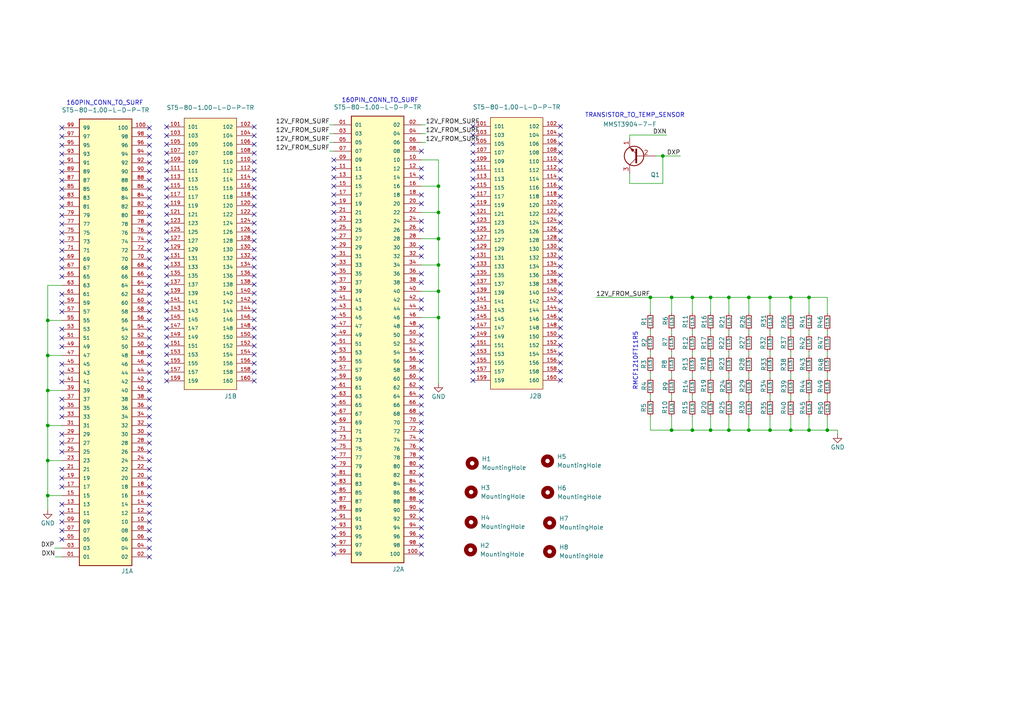
<source format=kicad_sch>
(kicad_sch (version 20211123) (generator eeschema)

  (uuid 43ec8bff-06a9-4ae1-8564-b3a26f0ca609)

  (paper "A4")

  (lib_symbols
    (symbol "CONN-160PIN:ST5-80-1.00-L-D-P-TR" (pin_names (offset 1.016)) (in_bom yes) (on_board yes)
      (property "Reference" "J" (id 0) (at -7.62 67.31 0)
        (effects (font (size 1.27 1.27)) (justify left bottom))
      )
      (property "Value" "ST5-80-1.00-L-D-P-TR" (id 1) (at -7.62 -66.04 0)
        (effects (font (size 1.27 1.27)) (justify left bottom))
      )
      (property "Footprint" "SAMTEC_ST5-80-1.00-L-D-P-TR" (id 2) (at 0 0 0)
        (effects (font (size 1.27 1.27)) (justify left bottom) hide)
      )
      (property "Datasheet" "" (id 3) (at 0 0 0)
        (effects (font (size 1.27 1.27)) (justify left bottom) hide)
      )
      (property "STANDARD" "Manufacturer Recommendations" (id 4) (at 0 0 0)
        (effects (font (size 1.27 1.27)) (justify left bottom) hide)
      )
      (property "PARTREV" "G" (id 5) (at 0 0 0)
        (effects (font (size 1.27 1.27)) (justify left bottom) hide)
      )
      (property "MANUFACTURER" "Samtec" (id 6) (at 0 0 0)
        (effects (font (size 1.27 1.27)) (justify left bottom) hide)
      )
      (property "MAXIMUM_PACKAGE_HEIGHT" "3.08mm" (id 7) (at 0 0 0)
        (effects (font (size 1.27 1.27)) (justify left bottom) hide)
      )
      (property "ki_locked" "" (id 8) (at 0 0 0)
        (effects (font (size 1.27 1.27)))
      )
      (symbol "ST5-80-1.00-L-D-P-TR_1_0"
        (rectangle (start -7.62 -63.5) (end 7.62 66.04)
          (stroke (width 0.254) (type default) (color 0 0 0 0))
          (fill (type background))
        )
        (pin passive line (at -12.7 63.5 0) (length 5.08)
          (name "01" (effects (font (size 1.016 1.016))))
          (number "01" (effects (font (size 1.016 1.016))))
        )
        (pin passive line (at 12.7 63.5 180) (length 5.08)
          (name "02" (effects (font (size 1.016 1.016))))
          (number "02" (effects (font (size 1.016 1.016))))
        )
        (pin passive line (at -12.7 60.96 0) (length 5.08)
          (name "03" (effects (font (size 1.016 1.016))))
          (number "03" (effects (font (size 1.016 1.016))))
        )
        (pin passive line (at 12.7 60.96 180) (length 5.08)
          (name "04" (effects (font (size 1.016 1.016))))
          (number "04" (effects (font (size 1.016 1.016))))
        )
        (pin passive line (at -12.7 58.42 0) (length 5.08)
          (name "05" (effects (font (size 1.016 1.016))))
          (number "05" (effects (font (size 1.016 1.016))))
        )
        (pin passive line (at 12.7 58.42 180) (length 5.08)
          (name "06" (effects (font (size 1.016 1.016))))
          (number "06" (effects (font (size 1.016 1.016))))
        )
        (pin passive line (at -12.7 55.88 0) (length 5.08)
          (name "07" (effects (font (size 1.016 1.016))))
          (number "07" (effects (font (size 1.016 1.016))))
        )
        (pin passive line (at 12.7 55.88 180) (length 5.08)
          (name "08" (effects (font (size 1.016 1.016))))
          (number "08" (effects (font (size 1.016 1.016))))
        )
        (pin passive line (at -12.7 53.34 0) (length 5.08)
          (name "09" (effects (font (size 1.016 1.016))))
          (number "09" (effects (font (size 1.016 1.016))))
        )
        (pin passive line (at 12.7 53.34 180) (length 5.08)
          (name "10" (effects (font (size 1.016 1.016))))
          (number "10" (effects (font (size 1.016 1.016))))
        )
        (pin passive line (at 12.7 -60.96 180) (length 5.08)
          (name "100" (effects (font (size 1.016 1.016))))
          (number "100" (effects (font (size 1.016 1.016))))
        )
        (pin passive line (at -12.7 50.8 0) (length 5.08)
          (name "11" (effects (font (size 1.016 1.016))))
          (number "11" (effects (font (size 1.016 1.016))))
        )
        (pin passive line (at 12.7 50.8 180) (length 5.08)
          (name "12" (effects (font (size 1.016 1.016))))
          (number "12" (effects (font (size 1.016 1.016))))
        )
        (pin passive line (at -12.7 48.26 0) (length 5.08)
          (name "13" (effects (font (size 1.016 1.016))))
          (number "13" (effects (font (size 1.016 1.016))))
        )
        (pin passive line (at 12.7 48.26 180) (length 5.08)
          (name "14" (effects (font (size 1.016 1.016))))
          (number "14" (effects (font (size 1.016 1.016))))
        )
        (pin passive line (at -12.7 45.72 0) (length 5.08)
          (name "15" (effects (font (size 1.016 1.016))))
          (number "15" (effects (font (size 1.016 1.016))))
        )
        (pin passive line (at 12.7 45.72 180) (length 5.08)
          (name "16" (effects (font (size 1.016 1.016))))
          (number "16" (effects (font (size 1.016 1.016))))
        )
        (pin passive line (at -12.7 43.18 0) (length 5.08)
          (name "17" (effects (font (size 1.016 1.016))))
          (number "17" (effects (font (size 1.016 1.016))))
        )
        (pin passive line (at 12.7 43.18 180) (length 5.08)
          (name "18" (effects (font (size 1.016 1.016))))
          (number "18" (effects (font (size 1.016 1.016))))
        )
        (pin passive line (at -12.7 40.64 0) (length 5.08)
          (name "19" (effects (font (size 1.016 1.016))))
          (number "19" (effects (font (size 1.016 1.016))))
        )
        (pin passive line (at 12.7 40.64 180) (length 5.08)
          (name "20" (effects (font (size 1.016 1.016))))
          (number "20" (effects (font (size 1.016 1.016))))
        )
        (pin passive line (at -12.7 38.1 0) (length 5.08)
          (name "21" (effects (font (size 1.016 1.016))))
          (number "21" (effects (font (size 1.016 1.016))))
        )
        (pin passive line (at 12.7 38.1 180) (length 5.08)
          (name "22" (effects (font (size 1.016 1.016))))
          (number "22" (effects (font (size 1.016 1.016))))
        )
        (pin passive line (at -12.7 35.56 0) (length 5.08)
          (name "23" (effects (font (size 1.016 1.016))))
          (number "23" (effects (font (size 1.016 1.016))))
        )
        (pin passive line (at 12.7 35.56 180) (length 5.08)
          (name "24" (effects (font (size 1.016 1.016))))
          (number "24" (effects (font (size 1.016 1.016))))
        )
        (pin passive line (at -12.7 33.02 0) (length 5.08)
          (name "25" (effects (font (size 1.016 1.016))))
          (number "25" (effects (font (size 1.016 1.016))))
        )
        (pin passive line (at 12.7 33.02 180) (length 5.08)
          (name "26" (effects (font (size 1.016 1.016))))
          (number "26" (effects (font (size 1.016 1.016))))
        )
        (pin passive line (at -12.7 30.48 0) (length 5.08)
          (name "27" (effects (font (size 1.016 1.016))))
          (number "27" (effects (font (size 1.016 1.016))))
        )
        (pin passive line (at 12.7 30.48 180) (length 5.08)
          (name "28" (effects (font (size 1.016 1.016))))
          (number "28" (effects (font (size 1.016 1.016))))
        )
        (pin passive line (at -12.7 27.94 0) (length 5.08)
          (name "29" (effects (font (size 1.016 1.016))))
          (number "29" (effects (font (size 1.016 1.016))))
        )
        (pin passive line (at 12.7 27.94 180) (length 5.08)
          (name "30" (effects (font (size 1.016 1.016))))
          (number "30" (effects (font (size 1.016 1.016))))
        )
        (pin passive line (at -12.7 25.4 0) (length 5.08)
          (name "31" (effects (font (size 1.016 1.016))))
          (number "31" (effects (font (size 1.016 1.016))))
        )
        (pin passive line (at 12.7 25.4 180) (length 5.08)
          (name "32" (effects (font (size 1.016 1.016))))
          (number "32" (effects (font (size 1.016 1.016))))
        )
        (pin passive line (at -12.7 22.86 0) (length 5.08)
          (name "33" (effects (font (size 1.016 1.016))))
          (number "33" (effects (font (size 1.016 1.016))))
        )
        (pin passive line (at 12.7 22.86 180) (length 5.08)
          (name "34" (effects (font (size 1.016 1.016))))
          (number "34" (effects (font (size 1.016 1.016))))
        )
        (pin passive line (at -12.7 20.32 0) (length 5.08)
          (name "35" (effects (font (size 1.016 1.016))))
          (number "35" (effects (font (size 1.016 1.016))))
        )
        (pin passive line (at 12.7 20.32 180) (length 5.08)
          (name "36" (effects (font (size 1.016 1.016))))
          (number "36" (effects (font (size 1.016 1.016))))
        )
        (pin passive line (at -12.7 17.78 0) (length 5.08)
          (name "37" (effects (font (size 1.016 1.016))))
          (number "37" (effects (font (size 1.016 1.016))))
        )
        (pin passive line (at 12.7 17.78 180) (length 5.08)
          (name "38" (effects (font (size 1.016 1.016))))
          (number "38" (effects (font (size 1.016 1.016))))
        )
        (pin passive line (at -12.7 15.24 0) (length 5.08)
          (name "39" (effects (font (size 1.016 1.016))))
          (number "39" (effects (font (size 1.016 1.016))))
        )
        (pin passive line (at 12.7 15.24 180) (length 5.08)
          (name "40" (effects (font (size 1.016 1.016))))
          (number "40" (effects (font (size 1.016 1.016))))
        )
        (pin passive line (at -12.7 12.7 0) (length 5.08)
          (name "41" (effects (font (size 1.016 1.016))))
          (number "41" (effects (font (size 1.016 1.016))))
        )
        (pin passive line (at 12.7 12.7 180) (length 5.08)
          (name "42" (effects (font (size 1.016 1.016))))
          (number "42" (effects (font (size 1.016 1.016))))
        )
        (pin passive line (at -12.7 10.16 0) (length 5.08)
          (name "43" (effects (font (size 1.016 1.016))))
          (number "43" (effects (font (size 1.016 1.016))))
        )
        (pin passive line (at 12.7 10.16 180) (length 5.08)
          (name "44" (effects (font (size 1.016 1.016))))
          (number "44" (effects (font (size 1.016 1.016))))
        )
        (pin passive line (at -12.7 7.62 0) (length 5.08)
          (name "45" (effects (font (size 1.016 1.016))))
          (number "45" (effects (font (size 1.016 1.016))))
        )
        (pin passive line (at 12.7 7.62 180) (length 5.08)
          (name "46" (effects (font (size 1.016 1.016))))
          (number "46" (effects (font (size 1.016 1.016))))
        )
        (pin passive line (at -12.7 5.08 0) (length 5.08)
          (name "47" (effects (font (size 1.016 1.016))))
          (number "47" (effects (font (size 1.016 1.016))))
        )
        (pin passive line (at 12.7 5.08 180) (length 5.08)
          (name "48" (effects (font (size 1.016 1.016))))
          (number "48" (effects (font (size 1.016 1.016))))
        )
        (pin passive line (at -12.7 2.54 0) (length 5.08)
          (name "49" (effects (font (size 1.016 1.016))))
          (number "49" (effects (font (size 1.016 1.016))))
        )
        (pin passive line (at 12.7 2.54 180) (length 5.08)
          (name "50" (effects (font (size 1.016 1.016))))
          (number "50" (effects (font (size 1.016 1.016))))
        )
        (pin passive line (at -12.7 0 0) (length 5.08)
          (name "51" (effects (font (size 1.016 1.016))))
          (number "51" (effects (font (size 1.016 1.016))))
        )
        (pin passive line (at 12.7 0 180) (length 5.08)
          (name "52" (effects (font (size 1.016 1.016))))
          (number "52" (effects (font (size 1.016 1.016))))
        )
        (pin passive line (at -12.7 -2.54 0) (length 5.08)
          (name "53" (effects (font (size 1.016 1.016))))
          (number "53" (effects (font (size 1.016 1.016))))
        )
        (pin passive line (at 12.7 -2.54 180) (length 5.08)
          (name "54" (effects (font (size 1.016 1.016))))
          (number "54" (effects (font (size 1.016 1.016))))
        )
        (pin passive line (at -12.7 -5.08 0) (length 5.08)
          (name "55" (effects (font (size 1.016 1.016))))
          (number "55" (effects (font (size 1.016 1.016))))
        )
        (pin passive line (at 12.7 -5.08 180) (length 5.08)
          (name "56" (effects (font (size 1.016 1.016))))
          (number "56" (effects (font (size 1.016 1.016))))
        )
        (pin passive line (at -12.7 -7.62 0) (length 5.08)
          (name "57" (effects (font (size 1.016 1.016))))
          (number "57" (effects (font (size 1.016 1.016))))
        )
        (pin passive line (at 12.7 -7.62 180) (length 5.08)
          (name "58" (effects (font (size 1.016 1.016))))
          (number "58" (effects (font (size 1.016 1.016))))
        )
        (pin passive line (at -12.7 -10.16 0) (length 5.08)
          (name "59" (effects (font (size 1.016 1.016))))
          (number "59" (effects (font (size 1.016 1.016))))
        )
        (pin passive line (at 12.7 -10.16 180) (length 5.08)
          (name "60" (effects (font (size 1.016 1.016))))
          (number "60" (effects (font (size 1.016 1.016))))
        )
        (pin passive line (at -12.7 -12.7 0) (length 5.08)
          (name "61" (effects (font (size 1.016 1.016))))
          (number "61" (effects (font (size 1.016 1.016))))
        )
        (pin passive line (at 12.7 -12.7 180) (length 5.08)
          (name "62" (effects (font (size 1.016 1.016))))
          (number "62" (effects (font (size 1.016 1.016))))
        )
        (pin passive line (at -12.7 -15.24 0) (length 5.08)
          (name "63" (effects (font (size 1.016 1.016))))
          (number "63" (effects (font (size 1.016 1.016))))
        )
        (pin passive line (at 12.7 -15.24 180) (length 5.08)
          (name "64" (effects (font (size 1.016 1.016))))
          (number "64" (effects (font (size 1.016 1.016))))
        )
        (pin passive line (at -12.7 -17.78 0) (length 5.08)
          (name "65" (effects (font (size 1.016 1.016))))
          (number "65" (effects (font (size 1.016 1.016))))
        )
        (pin passive line (at 12.7 -17.78 180) (length 5.08)
          (name "66" (effects (font (size 1.016 1.016))))
          (number "66" (effects (font (size 1.016 1.016))))
        )
        (pin passive line (at -12.7 -20.32 0) (length 5.08)
          (name "67" (effects (font (size 1.016 1.016))))
          (number "67" (effects (font (size 1.016 1.016))))
        )
        (pin passive line (at 12.7 -20.32 180) (length 5.08)
          (name "68" (effects (font (size 1.016 1.016))))
          (number "68" (effects (font (size 1.016 1.016))))
        )
        (pin passive line (at -12.7 -22.86 0) (length 5.08)
          (name "69" (effects (font (size 1.016 1.016))))
          (number "69" (effects (font (size 1.016 1.016))))
        )
        (pin passive line (at 12.7 -22.86 180) (length 5.08)
          (name "70" (effects (font (size 1.016 1.016))))
          (number "70" (effects (font (size 1.016 1.016))))
        )
        (pin passive line (at -12.7 -25.4 0) (length 5.08)
          (name "71" (effects (font (size 1.016 1.016))))
          (number "71" (effects (font (size 1.016 1.016))))
        )
        (pin passive line (at 12.7 -25.4 180) (length 5.08)
          (name "72" (effects (font (size 1.016 1.016))))
          (number "72" (effects (font (size 1.016 1.016))))
        )
        (pin passive line (at -12.7 -27.94 0) (length 5.08)
          (name "73" (effects (font (size 1.016 1.016))))
          (number "73" (effects (font (size 1.016 1.016))))
        )
        (pin passive line (at 12.7 -27.94 180) (length 5.08)
          (name "74" (effects (font (size 1.016 1.016))))
          (number "74" (effects (font (size 1.016 1.016))))
        )
        (pin passive line (at -12.7 -30.48 0) (length 5.08)
          (name "75" (effects (font (size 1.016 1.016))))
          (number "75" (effects (font (size 1.016 1.016))))
        )
        (pin passive line (at 12.7 -30.48 180) (length 5.08)
          (name "76" (effects (font (size 1.016 1.016))))
          (number "76" (effects (font (size 1.016 1.016))))
        )
        (pin passive line (at -12.7 -33.02 0) (length 5.08)
          (name "77" (effects (font (size 1.016 1.016))))
          (number "77" (effects (font (size 1.016 1.016))))
        )
        (pin passive line (at 12.7 -33.02 180) (length 5.08)
          (name "78" (effects (font (size 1.016 1.016))))
          (number "78" (effects (font (size 1.016 1.016))))
        )
        (pin passive line (at -12.7 -35.56 0) (length 5.08)
          (name "79" (effects (font (size 1.016 1.016))))
          (number "79" (effects (font (size 1.016 1.016))))
        )
        (pin passive line (at 12.7 -35.56 180) (length 5.08)
          (name "80" (effects (font (size 1.016 1.016))))
          (number "80" (effects (font (size 1.016 1.016))))
        )
        (pin passive line (at -12.7 -38.1 0) (length 5.08)
          (name "81" (effects (font (size 1.016 1.016))))
          (number "81" (effects (font (size 1.016 1.016))))
        )
        (pin passive line (at 12.7 -38.1 180) (length 5.08)
          (name "82" (effects (font (size 1.016 1.016))))
          (number "82" (effects (font (size 1.016 1.016))))
        )
        (pin passive line (at -12.7 -40.64 0) (length 5.08)
          (name "83" (effects (font (size 1.016 1.016))))
          (number "83" (effects (font (size 1.016 1.016))))
        )
        (pin passive line (at 12.7 -40.64 180) (length 5.08)
          (name "84" (effects (font (size 1.016 1.016))))
          (number "84" (effects (font (size 1.016 1.016))))
        )
        (pin passive line (at -12.7 -43.18 0) (length 5.08)
          (name "85" (effects (font (size 1.016 1.016))))
          (number "85" (effects (font (size 1.016 1.016))))
        )
        (pin passive line (at 12.7 -43.18 180) (length 5.08)
          (name "86" (effects (font (size 1.016 1.016))))
          (number "86" (effects (font (size 1.016 1.016))))
        )
        (pin passive line (at -12.7 -45.72 0) (length 5.08)
          (name "87" (effects (font (size 1.016 1.016))))
          (number "87" (effects (font (size 1.016 1.016))))
        )
        (pin passive line (at 12.7 -45.72 180) (length 5.08)
          (name "88" (effects (font (size 1.016 1.016))))
          (number "88" (effects (font (size 1.016 1.016))))
        )
        (pin passive line (at -12.7 -48.26 0) (length 5.08)
          (name "89" (effects (font (size 1.016 1.016))))
          (number "89" (effects (font (size 1.016 1.016))))
        )
        (pin passive line (at 12.7 -48.26 180) (length 5.08)
          (name "90" (effects (font (size 1.016 1.016))))
          (number "90" (effects (font (size 1.016 1.016))))
        )
        (pin passive line (at -12.7 -50.8 0) (length 5.08)
          (name "91" (effects (font (size 1.016 1.016))))
          (number "91" (effects (font (size 1.016 1.016))))
        )
        (pin passive line (at 12.7 -50.8 180) (length 5.08)
          (name "92" (effects (font (size 1.016 1.016))))
          (number "92" (effects (font (size 1.016 1.016))))
        )
        (pin passive line (at -12.7 -53.34 0) (length 5.08)
          (name "93" (effects (font (size 1.016 1.016))))
          (number "93" (effects (font (size 1.016 1.016))))
        )
        (pin passive line (at 12.7 -53.34 180) (length 5.08)
          (name "94" (effects (font (size 1.016 1.016))))
          (number "94" (effects (font (size 1.016 1.016))))
        )
        (pin passive line (at -12.7 -55.88 0) (length 5.08)
          (name "95" (effects (font (size 1.016 1.016))))
          (number "95" (effects (font (size 1.016 1.016))))
        )
        (pin passive line (at 12.7 -55.88 180) (length 5.08)
          (name "96" (effects (font (size 1.016 1.016))))
          (number "96" (effects (font (size 1.016 1.016))))
        )
        (pin passive line (at -12.7 -58.42 0) (length 5.08)
          (name "97" (effects (font (size 1.016 1.016))))
          (number "97" (effects (font (size 1.016 1.016))))
        )
        (pin passive line (at 12.7 -58.42 180) (length 5.08)
          (name "98" (effects (font (size 1.016 1.016))))
          (number "98" (effects (font (size 1.016 1.016))))
        )
        (pin passive line (at -12.7 -60.96 0) (length 5.08)
          (name "99" (effects (font (size 1.016 1.016))))
          (number "99" (effects (font (size 1.016 1.016))))
        )
      )
      (symbol "ST5-80-1.00-L-D-P-TR_2_0"
        (rectangle (start -7.62 -40.64) (end 7.62 38.1)
          (stroke (width 0.1524) (type default) (color 0 0 0 0))
          (fill (type background))
        )
        (pin passive line (at -12.7 35.56 0) (length 5.08)
          (name "101" (effects (font (size 1.016 1.016))))
          (number "101" (effects (font (size 1.016 1.016))))
        )
        (pin passive line (at 12.7 35.56 180) (length 5.08)
          (name "102" (effects (font (size 1.016 1.016))))
          (number "102" (effects (font (size 1.016 1.016))))
        )
        (pin passive line (at -12.7 33.02 0) (length 5.08)
          (name "103" (effects (font (size 1.016 1.016))))
          (number "103" (effects (font (size 1.016 1.016))))
        )
        (pin passive line (at 12.7 33.02 180) (length 5.08)
          (name "104" (effects (font (size 1.016 1.016))))
          (number "104" (effects (font (size 1.016 1.016))))
        )
        (pin passive line (at -12.7 30.48 0) (length 5.08)
          (name "105" (effects (font (size 1.016 1.016))))
          (number "105" (effects (font (size 1.016 1.016))))
        )
        (pin passive line (at 12.7 30.48 180) (length 5.08)
          (name "106" (effects (font (size 1.016 1.016))))
          (number "106" (effects (font (size 1.016 1.016))))
        )
        (pin passive line (at -12.7 27.94 0) (length 5.08)
          (name "107" (effects (font (size 1.016 1.016))))
          (number "107" (effects (font (size 1.016 1.016))))
        )
        (pin passive line (at 12.7 27.94 180) (length 5.08)
          (name "108" (effects (font (size 1.016 1.016))))
          (number "108" (effects (font (size 1.016 1.016))))
        )
        (pin passive line (at -12.7 25.4 0) (length 5.08)
          (name "109" (effects (font (size 1.016 1.016))))
          (number "109" (effects (font (size 1.016 1.016))))
        )
        (pin passive line (at 12.7 25.4 180) (length 5.08)
          (name "110" (effects (font (size 1.016 1.016))))
          (number "110" (effects (font (size 1.016 1.016))))
        )
        (pin passive line (at -12.7 22.86 0) (length 5.08)
          (name "111" (effects (font (size 1.016 1.016))))
          (number "111" (effects (font (size 1.016 1.016))))
        )
        (pin passive line (at 12.7 22.86 180) (length 5.08)
          (name "112" (effects (font (size 1.016 1.016))))
          (number "112" (effects (font (size 1.016 1.016))))
        )
        (pin passive line (at -12.7 20.32 0) (length 5.08)
          (name "113" (effects (font (size 1.016 1.016))))
          (number "113" (effects (font (size 1.016 1.016))))
        )
        (pin passive line (at 12.7 20.32 180) (length 5.08)
          (name "114" (effects (font (size 1.016 1.016))))
          (number "114" (effects (font (size 1.016 1.016))))
        )
        (pin passive line (at -12.7 17.78 0) (length 5.08)
          (name "115" (effects (font (size 1.016 1.016))))
          (number "115" (effects (font (size 1.016 1.016))))
        )
        (pin passive line (at 12.7 17.78 180) (length 5.08)
          (name "116" (effects (font (size 1.016 1.016))))
          (number "116" (effects (font (size 1.016 1.016))))
        )
        (pin passive line (at -12.7 15.24 0) (length 5.08)
          (name "117" (effects (font (size 1.016 1.016))))
          (number "117" (effects (font (size 1.016 1.016))))
        )
        (pin passive line (at 12.7 15.24 180) (length 5.08)
          (name "118" (effects (font (size 1.016 1.016))))
          (number "118" (effects (font (size 1.016 1.016))))
        )
        (pin passive line (at -12.7 12.7 0) (length 5.08)
          (name "119" (effects (font (size 1.016 1.016))))
          (number "119" (effects (font (size 1.016 1.016))))
        )
        (pin passive line (at 12.7 12.7 180) (length 5.08)
          (name "120" (effects (font (size 1.016 1.016))))
          (number "120" (effects (font (size 1.016 1.016))))
        )
        (pin passive line (at -12.7 10.16 0) (length 5.08)
          (name "121" (effects (font (size 1.016 1.016))))
          (number "121" (effects (font (size 1.016 1.016))))
        )
        (pin passive line (at 12.7 10.16 180) (length 5.08)
          (name "122" (effects (font (size 1.016 1.016))))
          (number "122" (effects (font (size 1.016 1.016))))
        )
        (pin passive line (at -12.7 7.62 0) (length 5.08)
          (name "123" (effects (font (size 1.016 1.016))))
          (number "123" (effects (font (size 1.016 1.016))))
        )
        (pin passive line (at 12.7 7.62 180) (length 5.08)
          (name "124" (effects (font (size 1.016 1.016))))
          (number "124" (effects (font (size 1.016 1.016))))
        )
        (pin passive line (at -12.7 5.08 0) (length 5.08)
          (name "125" (effects (font (size 1.016 1.016))))
          (number "125" (effects (font (size 1.016 1.016))))
        )
        (pin passive line (at 12.7 5.08 180) (length 5.08)
          (name "126" (effects (font (size 1.016 1.016))))
          (number "126" (effects (font (size 1.016 1.016))))
        )
        (pin passive line (at -12.7 2.54 0) (length 5.08)
          (name "127" (effects (font (size 1.016 1.016))))
          (number "127" (effects (font (size 1.016 1.016))))
        )
        (pin passive line (at 12.7 2.54 180) (length 5.08)
          (name "128" (effects (font (size 1.016 1.016))))
          (number "128" (effects (font (size 1.016 1.016))))
        )
        (pin passive line (at -12.7 0 0) (length 5.08)
          (name "129" (effects (font (size 1.016 1.016))))
          (number "129" (effects (font (size 1.016 1.016))))
        )
        (pin passive line (at 12.7 0 180) (length 5.08)
          (name "130" (effects (font (size 1.016 1.016))))
          (number "130" (effects (font (size 1.016 1.016))))
        )
        (pin passive line (at -12.7 -2.54 0) (length 5.08)
          (name "131" (effects (font (size 1.016 1.016))))
          (number "131" (effects (font (size 1.016 1.016))))
        )
        (pin passive line (at 12.7 -2.54 180) (length 5.08)
          (name "132" (effects (font (size 1.016 1.016))))
          (number "132" (effects (font (size 1.016 1.016))))
        )
        (pin passive line (at -12.7 -5.08 0) (length 5.08)
          (name "133" (effects (font (size 1.016 1.016))))
          (number "133" (effects (font (size 1.016 1.016))))
        )
        (pin passive line (at 12.7 -5.08 180) (length 5.08)
          (name "134" (effects (font (size 1.016 1.016))))
          (number "134" (effects (font (size 1.016 1.016))))
        )
        (pin passive line (at -12.7 -7.62 0) (length 5.08)
          (name "135" (effects (font (size 1.016 1.016))))
          (number "135" (effects (font (size 1.016 1.016))))
        )
        (pin passive line (at 12.7 -7.62 180) (length 5.08)
          (name "136" (effects (font (size 1.016 1.016))))
          (number "136" (effects (font (size 1.016 1.016))))
        )
        (pin passive line (at -12.7 -10.16 0) (length 5.08)
          (name "137" (effects (font (size 1.016 1.016))))
          (number "137" (effects (font (size 1.016 1.016))))
        )
        (pin passive line (at 12.7 -10.16 180) (length 5.08)
          (name "138" (effects (font (size 1.016 1.016))))
          (number "138" (effects (font (size 1.016 1.016))))
        )
        (pin passive line (at -12.7 -12.7 0) (length 5.08)
          (name "139" (effects (font (size 1.016 1.016))))
          (number "139" (effects (font (size 1.016 1.016))))
        )
        (pin passive line (at 12.7 -12.7 180) (length 5.08)
          (name "140" (effects (font (size 1.016 1.016))))
          (number "140" (effects (font (size 1.016 1.016))))
        )
        (pin passive line (at -12.7 -15.24 0) (length 5.08)
          (name "141" (effects (font (size 1.016 1.016))))
          (number "141" (effects (font (size 1.016 1.016))))
        )
        (pin passive line (at 12.7 -15.24 180) (length 5.08)
          (name "142" (effects (font (size 1.016 1.016))))
          (number "142" (effects (font (size 1.016 1.016))))
        )
        (pin passive line (at -12.7 -17.78 0) (length 5.08)
          (name "143" (effects (font (size 1.016 1.016))))
          (number "143" (effects (font (size 1.016 1.016))))
        )
        (pin passive line (at 12.7 -17.78 180) (length 5.08)
          (name "144" (effects (font (size 1.016 1.016))))
          (number "144" (effects (font (size 1.016 1.016))))
        )
        (pin passive line (at -12.7 -20.32 0) (length 5.08)
          (name "145" (effects (font (size 1.016 1.016))))
          (number "145" (effects (font (size 1.016 1.016))))
        )
        (pin passive line (at 12.7 -20.32 180) (length 5.08)
          (name "146" (effects (font (size 1.016 1.016))))
          (number "146" (effects (font (size 1.016 1.016))))
        )
        (pin passive line (at -12.7 -22.86 0) (length 5.08)
          (name "147" (effects (font (size 1.016 1.016))))
          (number "147" (effects (font (size 1.016 1.016))))
        )
        (pin passive line (at 12.7 -22.86 180) (length 5.08)
          (name "148" (effects (font (size 1.016 1.016))))
          (number "148" (effects (font (size 1.016 1.016))))
        )
        (pin passive line (at -12.7 -25.4 0) (length 5.08)
          (name "149" (effects (font (size 1.016 1.016))))
          (number "149" (effects (font (size 1.016 1.016))))
        )
        (pin passive line (at 12.7 -25.4 180) (length 5.08)
          (name "150" (effects (font (size 1.016 1.016))))
          (number "150" (effects (font (size 1.016 1.016))))
        )
        (pin passive line (at -12.7 -27.94 0) (length 5.08)
          (name "151" (effects (font (size 1.016 1.016))))
          (number "151" (effects (font (size 1.016 1.016))))
        )
        (pin passive line (at 12.7 -27.94 180) (length 5.08)
          (name "152" (effects (font (size 1.016 1.016))))
          (number "152" (effects (font (size 1.016 1.016))))
        )
        (pin passive line (at -12.7 -30.48 0) (length 5.08)
          (name "153" (effects (font (size 1.016 1.016))))
          (number "153" (effects (font (size 1.016 1.016))))
        )
        (pin passive line (at 12.7 -30.48 180) (length 5.08)
          (name "154" (effects (font (size 1.016 1.016))))
          (number "154" (effects (font (size 1.016 1.016))))
        )
        (pin passive line (at -12.7 -33.02 0) (length 5.08)
          (name "155" (effects (font (size 1.016 1.016))))
          (number "155" (effects (font (size 1.016 1.016))))
        )
        (pin passive line (at 12.7 -33.02 180) (length 5.08)
          (name "156" (effects (font (size 1.016 1.016))))
          (number "156" (effects (font (size 1.016 1.016))))
        )
        (pin passive line (at -12.7 -35.56 0) (length 5.08)
          (name "157" (effects (font (size 1.016 1.016))))
          (number "157" (effects (font (size 1.016 1.016))))
        )
        (pin passive line (at 12.7 -35.56 180) (length 5.08)
          (name "158" (effects (font (size 1.016 1.016))))
          (number "158" (effects (font (size 1.016 1.016))))
        )
        (pin passive line (at -12.7 -38.1 0) (length 5.08)
          (name "159" (effects (font (size 1.016 1.016))))
          (number "159" (effects (font (size 1.016 1.016))))
        )
        (pin passive line (at 12.7 -38.1 180) (length 5.08)
          (name "160" (effects (font (size 1.016 1.016))))
          (number "160" (effects (font (size 1.016 1.016))))
        )
      )
    )
    (symbol "Device:R_Small" (pin_numbers hide) (pin_names (offset 0.254) hide) (in_bom yes) (on_board yes)
      (property "Reference" "R" (id 0) (at 0.762 0.508 0)
        (effects (font (size 1.27 1.27)) (justify left))
      )
      (property "Value" "R_Small" (id 1) (at 0.762 -1.016 0)
        (effects (font (size 1.27 1.27)) (justify left))
      )
      (property "Footprint" "" (id 2) (at 0 0 0)
        (effects (font (size 1.27 1.27)) hide)
      )
      (property "Datasheet" "~" (id 3) (at 0 0 0)
        (effects (font (size 1.27 1.27)) hide)
      )
      (property "ki_keywords" "R resistor" (id 4) (at 0 0 0)
        (effects (font (size 1.27 1.27)) hide)
      )
      (property "ki_description" "Resistor, small symbol" (id 5) (at 0 0 0)
        (effects (font (size 1.27 1.27)) hide)
      )
      (property "ki_fp_filters" "R_*" (id 6) (at 0 0 0)
        (effects (font (size 1.27 1.27)) hide)
      )
      (symbol "R_Small_0_1"
        (rectangle (start -0.762 1.778) (end 0.762 -1.778)
          (stroke (width 0.2032) (type default) (color 0 0 0 0))
          (fill (type none))
        )
      )
      (symbol "R_Small_1_1"
        (pin passive line (at 0 2.54 270) (length 0.762)
          (name "~" (effects (font (size 1.27 1.27))))
          (number "1" (effects (font (size 1.27 1.27))))
        )
        (pin passive line (at 0 -2.54 90) (length 0.762)
          (name "~" (effects (font (size 1.27 1.27))))
          (number "2" (effects (font (size 1.27 1.27))))
        )
      )
    )
    (symbol "Mechanical:MountingHole" (pin_names (offset 1.016)) (in_bom yes) (on_board yes)
      (property "Reference" "H" (id 0) (at 0 5.08 0)
        (effects (font (size 1.27 1.27)))
      )
      (property "Value" "MountingHole" (id 1) (at 0 3.175 0)
        (effects (font (size 1.27 1.27)))
      )
      (property "Footprint" "" (id 2) (at 0 0 0)
        (effects (font (size 1.27 1.27)) hide)
      )
      (property "Datasheet" "~" (id 3) (at 0 0 0)
        (effects (font (size 1.27 1.27)) hide)
      )
      (property "ki_keywords" "mounting hole" (id 4) (at 0 0 0)
        (effects (font (size 1.27 1.27)) hide)
      )
      (property "ki_description" "Mounting Hole without connection" (id 5) (at 0 0 0)
        (effects (font (size 1.27 1.27)) hide)
      )
      (property "ki_fp_filters" "MountingHole*" (id 6) (at 0 0 0)
        (effects (font (size 1.27 1.27)) hide)
      )
      (symbol "MountingHole_0_1"
        (circle (center 0 0) (radius 1.27)
          (stroke (width 1.27) (type default) (color 0 0 0 0))
          (fill (type none))
        )
      )
    )
    (symbol "Transistor_BJT:2N3904" (pin_names (offset 0) hide) (in_bom yes) (on_board yes)
      (property "Reference" "Q" (id 0) (at 5.08 1.905 0)
        (effects (font (size 1.27 1.27)) (justify left))
      )
      (property "Value" "2N3904" (id 1) (at 5.08 0 0)
        (effects (font (size 1.27 1.27)) (justify left))
      )
      (property "Footprint" "Package_TO_SOT_THT:TO-92_Inline" (id 2) (at 5.08 -1.905 0)
        (effects (font (size 1.27 1.27) italic) (justify left) hide)
      )
      (property "Datasheet" "https://www.onsemi.com/pub/Collateral/2N3903-D.PDF" (id 3) (at 0 0 0)
        (effects (font (size 1.27 1.27)) (justify left) hide)
      )
      (property "ki_keywords" "NPN Transistor" (id 4) (at 0 0 0)
        (effects (font (size 1.27 1.27)) hide)
      )
      (property "ki_description" "0.2A Ic, 40V Vce, Small Signal NPN Transistor, TO-92" (id 5) (at 0 0 0)
        (effects (font (size 1.27 1.27)) hide)
      )
      (property "ki_fp_filters" "TO?92*" (id 6) (at 0 0 0)
        (effects (font (size 1.27 1.27)) hide)
      )
      (symbol "2N3904_0_1"
        (polyline
          (pts
            (xy 0.635 0.635)
            (xy 2.54 2.54)
          )
          (stroke (width 0) (type default) (color 0 0 0 0))
          (fill (type none))
        )
        (polyline
          (pts
            (xy 0.635 -0.635)
            (xy 2.54 -2.54)
            (xy 2.54 -2.54)
          )
          (stroke (width 0) (type default) (color 0 0 0 0))
          (fill (type none))
        )
        (polyline
          (pts
            (xy 0.635 1.905)
            (xy 0.635 -1.905)
            (xy 0.635 -1.905)
          )
          (stroke (width 0.508) (type default) (color 0 0 0 0))
          (fill (type none))
        )
        (polyline
          (pts
            (xy 1.27 -1.778)
            (xy 1.778 -1.27)
            (xy 2.286 -2.286)
            (xy 1.27 -1.778)
            (xy 1.27 -1.778)
          )
          (stroke (width 0) (type default) (color 0 0 0 0))
          (fill (type outline))
        )
        (circle (center 1.27 0) (radius 2.8194)
          (stroke (width 0.254) (type default) (color 0 0 0 0))
          (fill (type none))
        )
      )
      (symbol "2N3904_1_1"
        (pin passive line (at 2.54 -5.08 90) (length 2.54)
          (name "E" (effects (font (size 1.27 1.27))))
          (number "1" (effects (font (size 1.27 1.27))))
        )
        (pin passive line (at -5.08 0 0) (length 5.715)
          (name "B" (effects (font (size 1.27 1.27))))
          (number "2" (effects (font (size 1.27 1.27))))
        )
        (pin passive line (at 2.54 5.08 270) (length 2.54)
          (name "C" (effects (font (size 1.27 1.27))))
          (number "3" (effects (font (size 1.27 1.27))))
        )
      )
    )
    (symbol "power:GND" (power) (pin_names (offset 0)) (in_bom yes) (on_board yes)
      (property "Reference" "#PWR" (id 0) (at 0 -6.35 0)
        (effects (font (size 1.27 1.27)) hide)
      )
      (property "Value" "GND" (id 1) (at 0 -3.81 0)
        (effects (font (size 1.27 1.27)))
      )
      (property "Footprint" "" (id 2) (at 0 0 0)
        (effects (font (size 1.27 1.27)) hide)
      )
      (property "Datasheet" "" (id 3) (at 0 0 0)
        (effects (font (size 1.27 1.27)) hide)
      )
      (property "ki_keywords" "power-flag" (id 4) (at 0 0 0)
        (effects (font (size 1.27 1.27)) hide)
      )
      (property "ki_description" "Power symbol creates a global label with name \"GND\" , ground" (id 5) (at 0 0 0)
        (effects (font (size 1.27 1.27)) hide)
      )
      (symbol "GND_0_1"
        (polyline
          (pts
            (xy 0 0)
            (xy 0 -1.27)
            (xy 1.27 -1.27)
            (xy 0 -2.54)
            (xy -1.27 -1.27)
            (xy 0 -1.27)
          )
          (stroke (width 0) (type default) (color 0 0 0 0))
          (fill (type none))
        )
      )
      (symbol "GND_1_1"
        (pin power_in line (at 0 0 270) (length 0) hide
          (name "GND" (effects (font (size 1.27 1.27))))
          (number "1" (effects (font (size 1.27 1.27))))
        )
      )
    )
  )

  (junction (at 223.3422 86.2584) (diameter 0) (color 0 0 0 0)
    (uuid 03de8325-20e8-41b4-bd7e-08be90f5b4d4)
  )
  (junction (at 217.1954 86.2584) (diameter 0) (color 0 0 0 0)
    (uuid 146f3a78-5c6e-4b37-96f7-ae62c780dc57)
  )
  (junction (at 234.6452 124.7648) (diameter 0) (color 0 0 0 0)
    (uuid 285f5667-9b01-402f-98bf-5ca7a4e2b186)
  )
  (junction (at 206.0956 86.2584) (diameter 0) (color 0 0 0 0)
    (uuid 2d30161e-581e-4414-9084-c6067ea160fb)
  )
  (junction (at 223.3422 124.7648) (diameter 0) (color 0 0 0 0)
    (uuid 312cb3e2-113e-49a7-8afa-7bdb9ea380b2)
  )
  (junction (at 127.1778 76.8604) (diameter 0) (color 0 0 0 0)
    (uuid 3244f885-89a3-470a-a898-ec8d784d66f4)
  )
  (junction (at 13.843 92.9386) (diameter 0) (color 0 0 0 0)
    (uuid 376bbdd0-a6a6-447a-b973-4b3df800c1aa)
  )
  (junction (at 13.843 103.0986) (diameter 0) (color 0 0 0 0)
    (uuid 38cc9ed9-721e-40a4-8a74-4d09d61c7a5a)
  )
  (junction (at 211.4042 86.2584) (diameter 0) (color 0 0 0 0)
    (uuid 422736b5-0ac4-4c24-8062-566cd5121a45)
  )
  (junction (at 13.843 143.7386) (diameter 0) (color 0 0 0 0)
    (uuid 4339655c-9776-47c3-9c57-8949be27a931)
  )
  (junction (at 211.4042 124.7648) (diameter 0) (color 0 0 0 0)
    (uuid 4ad9fedd-ee94-45fe-97c7-094af47d7de5)
  )
  (junction (at 206.0956 124.7648) (diameter 0) (color 0 0 0 0)
    (uuid 4df3ec3f-2635-487e-9910-6c8feb363816)
  )
  (junction (at 200.8124 86.2584) (diameter 0) (color 0 0 0 0)
    (uuid 5a529dc7-183f-4c9c-b658-a006604b7b08)
  )
  (junction (at 234.6452 86.2584) (diameter 0) (color 0 0 0 0)
    (uuid 84435efc-bd30-4a12-9748-04b1fa2b8d94)
  )
  (junction (at 188.6458 86.2584) (diameter 0) (color 0 0 0 0)
    (uuid 91bd4734-c5f5-42d5-9430-0171b30ba036)
  )
  (junction (at 200.8124 124.7648) (diameter 0) (color 0 0 0 0)
    (uuid 9415074f-2747-42cd-bb5b-73a00c234f83)
  )
  (junction (at 239.9538 124.7648) (diameter 0) (color 0 0 0 0)
    (uuid a30f9d9c-9d9e-407a-b701-4cb5f1e7380a)
  )
  (junction (at 127.1778 54.0004) (diameter 0) (color 0 0 0 0)
    (uuid a4145710-29aa-44cf-b0a5-9532db85b6c7)
  )
  (junction (at 13.843 113.2586) (diameter 0) (color 0 0 0 0)
    (uuid aca015e9-853a-4530-b6d3-d701ca397773)
  )
  (junction (at 127.1778 84.4804) (diameter 0) (color 0 0 0 0)
    (uuid b1dd13a3-612b-4a8a-ba48-80200f40003f)
  )
  (junction (at 217.1954 124.7648) (diameter 0) (color 0 0 0 0)
    (uuid b76c03c2-743f-4bf3-b66f-394ad7f00a2e)
  )
  (junction (at 229.362 86.2584) (diameter 0) (color 0 0 0 0)
    (uuid b851f8d3-9004-4887-992b-143e38e7c3ad)
  )
  (junction (at 13.843 133.5786) (diameter 0) (color 0 0 0 0)
    (uuid b8cd8280-6abb-4644-9c84-cb62d51b8080)
  )
  (junction (at 127.1778 69.2404) (diameter 0) (color 0 0 0 0)
    (uuid bdec2e95-bc3f-4f19-845f-13d6bbbcbf3e)
  )
  (junction (at 194.7926 86.2584) (diameter 0) (color 0 0 0 0)
    (uuid c06af842-df15-4bf2-8237-ed80b667a94e)
  )
  (junction (at 194.7926 124.7648) (diameter 0) (color 0 0 0 0)
    (uuid c2fdfd06-4079-4c5b-b87f-43da42326f7b)
  )
  (junction (at 229.362 124.7648) (diameter 0) (color 0 0 0 0)
    (uuid c3367891-2e97-4c58-9aa0-b618ff5335e4)
  )
  (junction (at 13.843 123.4186) (diameter 0) (color 0 0 0 0)
    (uuid cb9e024e-672c-44b5-b71e-66b8af4ba086)
  )
  (junction (at 192.2526 45.2374) (diameter 0) (color 0 0 0 0)
    (uuid e6667f57-12fe-4947-8767-5b3e6ce3e62a)
  )
  (junction (at 127.1778 92.1004) (diameter 0) (color 0 0 0 0)
    (uuid f3bd050c-4fb3-4149-ae9c-4eae684d814b)
  )
  (junction (at 127.1778 61.6204) (diameter 0) (color 0 0 0 0)
    (uuid f79d7faf-1cf1-43c9-b024-d2690fcb9135)
  )

  (no_connect (at 96.8248 56.5404) (uuid 0010d3d0-a4a0-46ef-b5a4-34912f9ef3b0))
  (no_connect (at 96.8248 142.9004) (uuid 027b39dd-d6cc-403a-8efa-e8b64f06c720))
  (no_connect (at 73.7362 87.6046) (uuid 02a4227c-cbb7-4d5c-b861-27ca67396694))
  (no_connect (at 137.16 72.2122) (uuid 034c3fd2-a9cf-4d90-9a11-a7c2635d2be3))
  (no_connect (at 73.7362 85.0646) (uuid 04137a0b-6a84-4c0d-b9bc-475b38ba60e2))
  (no_connect (at 122.2248 59.0804) (uuid 0642dcd3-f8d3-4b5b-abc2-4946540a1e2e))
  (no_connect (at 96.8248 107.3404) (uuid 080ec5b7-28c1-470e-970b-1d1a1837613a))
  (no_connect (at 73.7362 59.6646) (uuid 0828afb3-77a3-4b62-8b4e-09fcac194da6))
  (no_connect (at 96.8248 79.4004) (uuid 087ea042-db04-4f42-aa1e-fc19a5ccada4))
  (no_connect (at 43.3324 64.9986) (uuid 09642f2f-41e7-4da8-9a77-77e4ad7f7734))
  (no_connect (at 137.16 77.2922) (uuid 0a16c2ea-d5f3-4528-b9fe-217e1c7991a2))
  (no_connect (at 17.9324 95.4786) (uuid 0bb9ca0c-3121-424e-9604-d5376e1c7018))
  (no_connect (at 48.3362 97.7646) (uuid 0c42ff68-cd03-4644-a77b-bb062a534dbe))
  (no_connect (at 17.9324 72.6186) (uuid 0cd8d3a2-7517-4327-a9fd-0f4d0575ce29))
  (no_connect (at 122.2248 48.9204) (uuid 0e234a4c-37b4-4a01-b42b-83ea58dbcc61))
  (no_connect (at 122.2248 112.4204) (uuid 0ebeb4e5-333b-4fac-ae98-ac7454abe114))
  (no_connect (at 122.2248 79.4004) (uuid 105a8bb9-93f3-4e31-b118-df68e082057b))
  (no_connect (at 96.8248 81.9404) (uuid 1115b219-d269-4096-bc91-0843cdbf0758))
  (no_connect (at 17.9324 85.3186) (uuid 1353589d-4090-4ced-9eb7-9736c0cc3f16))
  (no_connect (at 48.3362 105.3846) (uuid 163c8cdf-860a-430e-b93f-202b232f2c88))
  (no_connect (at 137.16 36.6522) (uuid 1653fd03-c999-4a74-b5bb-3bb849f007fe))
  (no_connect (at 122.2248 147.9804) (uuid 19daff36-d947-4825-af6c-89933b160bf1))
  (no_connect (at 43.3324 82.7786) (uuid 1b493bcc-7e06-40ef-9fee-663a1800e501))
  (no_connect (at 43.3324 128.4986) (uuid 1bf38273-26b8-4dee-95c8-89d4e4b7ca0d))
  (no_connect (at 17.9324 77.6986) (uuid 1bfeeac3-fd1c-457a-b4f6-9960dee97d2a))
  (no_connect (at 43.3324 37.0586) (uuid 1c11a56b-ebbd-4925-bd4c-10b647091380))
  (no_connect (at 162.56 41.7322) (uuid 1cd35523-774d-4fb6-8469-7b7a4e73b8d9))
  (no_connect (at 73.7362 54.5846) (uuid 1d0b1837-bc8e-4ba0-a02c-1b5462ab500e))
  (no_connect (at 122.2248 66.7004) (uuid 1e3492b4-bba0-43fb-98f7-50d7fcc586db))
  (no_connect (at 122.2248 56.5404) (uuid 1ec3b2db-2a9a-4fe4-b519-ae7ca52898fe))
  (no_connect (at 162.56 39.1922) (uuid 1f421b27-6d92-41d2-af8a-fb76ce749d0f))
  (no_connect (at 17.9324 39.5986) (uuid 20365760-2ee0-4058-ade9-c168f6fbae74))
  (no_connect (at 137.16 41.7322) (uuid 225f9993-da12-4098-9501-1aed6f0931fa))
  (no_connect (at 162.56 64.5922) (uuid 23680d63-65e0-4531-b07b-52444126a3c4))
  (no_connect (at 17.9324 100.5586) (uuid 248707f4-ddf8-43b2-a9f8-d48850a2b16f))
  (no_connect (at 162.56 62.0522) (uuid 2642267e-519c-4880-94f1-19b508e848bb))
  (no_connect (at 17.9324 146.2786) (uuid 2781ce44-3226-4618-9e0b-46b4f3245da2))
  (no_connect (at 162.56 46.8122) (uuid 284a41ae-2836-4775-94b3-746e3ec661e1))
  (no_connect (at 48.3362 52.0446) (uuid 28a52238-f93f-48d1-8f03-dd252cd86f2e))
  (no_connect (at 43.3324 90.3986) (uuid 2a645e6c-443d-41c1-a016-6e88e7e92eb7))
  (no_connect (at 43.3324 80.2386) (uuid 2aa7c657-1dc2-4612-a97a-e7662617996e))
  (no_connect (at 17.9324 141.1986) (uuid 2d63ceb7-e385-4b56-90f0-8a1ea6908008))
  (no_connect (at 96.8248 51.4604) (uuid 2ddf5fa9-2e9c-4f07-8a9a-557295f155f0))
  (no_connect (at 43.3324 72.6186) (uuid 2e07e7f7-5499-4bcd-834e-4d4e9dbea452))
  (no_connect (at 17.9324 75.1586) (uuid 2f1e82bf-0d94-4ebf-9a9c-5f0e50275c0f))
  (no_connect (at 73.7362 100.3046) (uuid 2f6cebe9-bb26-428e-8d44-52dcc5659f2b))
  (no_connect (at 43.3324 115.7986) (uuid 30e23f41-4ea4-426d-a7b5-9d221ca7422f))
  (no_connect (at 48.3362 85.0646) (uuid 30ea0884-aaf0-423e-9fd8-5013571080ab))
  (no_connect (at 73.7362 57.1246) (uuid 315abbae-2be0-44a5-ac14-f67d8abcf137))
  (no_connect (at 137.16 89.9922) (uuid 315b3194-9482-48c5-bd91-cfae3e4bc6a5))
  (no_connect (at 96.8248 59.0804) (uuid 3245863a-1b85-4ef8-a422-ff4e57f896ab))
  (no_connect (at 17.9324 120.8786) (uuid 3405cd25-ba57-4127-aa96-0621c1d52736))
  (no_connect (at 73.7362 49.5046) (uuid 343cf083-0e24-421f-a302-9fb27af41eb9))
  (no_connect (at 96.8248 64.1604) (uuid 3455cb18-cd95-4828-90f1-ed0380d67331))
  (no_connect (at 122.2248 43.8404) (uuid 34ca7407-0445-4e26-9b3d-e70624c535f7))
  (no_connect (at 137.16 82.3722) (uuid 350b492d-b7c2-45dd-8c68-20c3cd3f1d9c))
  (no_connect (at 137.16 105.2322) (uuid 35772246-bc64-4a54-b911-2b976ca9dd33))
  (no_connect (at 43.3324 131.0386) (uuid 35c15d66-661e-4bb0-bc98-a64ae9fae4a6))
  (no_connect (at 73.7362 36.8046) (uuid 362d2091-9280-473f-9ca3-a5c0e6ca05fa))
  (no_connect (at 73.7362 107.9246) (uuid 3721d323-49de-4573-bdaf-1a60cfe3e429))
  (no_connect (at 43.3324 39.5986) (uuid 377d119c-25ef-46e2-9f07-564f8ab3abb7))
  (no_connect (at 137.16 69.6722) (uuid 37f3ee39-2602-4f64-8670-097d510ebe49))
  (no_connect (at 48.3362 41.8846) (uuid 39b028a9-b19e-4753-9abc-a3efbe9ab0b7))
  (no_connect (at 137.16 97.6122) (uuid 3b3a6692-c530-4686-bbbf-412cfaf2136f))
  (no_connect (at 43.3324 136.1186) (uuid 3b6b6d4e-2dd4-42bb-b314-3a8ee40d1999))
  (no_connect (at 73.7362 44.4246) (uuid 3cf10ae8-4906-44b5-a418-16dd082527fb))
  (no_connect (at 73.7362 102.8446) (uuid 3cf8e4d3-c519-45f1-b58d-bb3b17a6c99e))
  (no_connect (at 48.3362 82.5246) (uuid 3dc06f23-d395-4541-b3e5-4955a146b829))
  (no_connect (at 43.3324 44.6786) (uuid 3e3788cf-1f3a-4555-9ee2-f47afa47a0fd))
  (no_connect (at 162.56 87.4522) (uuid 3f542550-c1eb-48ce-971b-7e8ccaed23fa))
  (no_connect (at 43.3324 95.4786) (uuid 419a532f-44f4-4718-a481-4c3dedbd0d05))
  (no_connect (at 122.2248 81.9404) (uuid 42c0e1fa-c1e9-4467-b418-e6f3bbbb2c9e))
  (no_connect (at 122.2248 125.1204) (uuid 43cfb231-5b81-4d2e-b926-e6b904bd7f6f))
  (no_connect (at 122.2248 130.2004) (uuid 4583d692-0d90-4ce7-87b1-9c753944a109))
  (no_connect (at 122.2248 109.8804) (uuid 46072692-a5ef-43b7-90d3-4384d0c79338))
  (no_connect (at 162.56 82.3722) (uuid 460efb23-1f0a-44dc-81f5-fab729fd3168))
  (no_connect (at 17.9324 62.4586) (uuid 46feeba8-6380-4722-8a0c-8e2862db9ecf))
  (no_connect (at 96.8248 61.6204) (uuid 494e98a1-266e-4691-b4f6-c369e8c3ee7f))
  (no_connect (at 43.3324 151.3586) (uuid 49804858-eb86-467e-9384-d3bc8e941598))
  (no_connect (at 43.3324 62.4586) (uuid 4a413c63-7aa5-463e-b4d2-40f0fa571a8a))
  (no_connect (at 48.3362 74.9046) (uuid 4b0d3343-d9fd-4a8e-b097-9d2948397f4f))
  (no_connect (at 48.3362 57.1246) (uuid 4b2a7bae-18c9-4031-a1fc-2ffd6928bbb7))
  (no_connect (at 17.9324 125.9586) (uuid 4c31ab9e-da13-4ad8-a22c-c8765bf8a359))
  (no_connect (at 73.7362 95.2246) (uuid 4cf67f19-42d0-4749-869b-5974894743c3))
  (no_connect (at 122.2248 64.1604) (uuid 4ddba4f6-fbce-4c9d-ab75-6d19cfffdf70))
  (no_connect (at 122.2248 153.0604) (uuid 4e0bb82d-f5fe-4315-bbe1-e961f9363926))
  (no_connect (at 48.3362 77.4446) (uuid 4e128f6b-6fc7-4e7e-8865-deb7c8baea15))
  (no_connect (at 43.3324 123.4186) (uuid 4e784e35-a97e-43ab-8476-87eb3bdd9a25))
  (no_connect (at 17.9324 67.5386) (uuid 506cdeef-cdaf-4e37-bda3-2f02ad5f19a7))
  (no_connect (at 17.9324 118.3386) (uuid 5098bb54-baa9-4abe-838a-164e1aa16bce))
  (no_connect (at 162.56 51.8922) (uuid 52c0234c-fa8f-4909-bf6b-d04becfba942))
  (no_connect (at 122.2248 137.8204) (uuid 543154c2-b335-448b-bb92-7f2c27757816))
  (no_connect (at 137.16 62.0522) (uuid 54392697-ebf6-4c1d-8058-ea6c0fa0c8f5))
  (no_connect (at 122.2248 142.9004) (uuid 55f3bbea-63a9-4afd-b276-f5addfd70380))
  (no_connect (at 96.8248 74.3204) (uuid 561f666e-fd7f-49a6-881d-57192356f03e))
  (no_connect (at 73.7362 69.8246) (uuid 58279179-e2d2-44b5-b7fa-055b0334eaaa))
  (no_connect (at 17.9324 49.7586) (uuid 582a24c8-bcd4-4f83-9e3e-10ea16401a22))
  (no_connect (at 48.3362 44.4246) (uuid 59f8347a-0880-4ca9-87ec-5a42855fe49c))
  (no_connect (at 137.16 64.5922) (uuid 5a39f63f-0d5b-4a9c-8867-78e745ec9ca2))
  (no_connect (at 162.56 79.8322) (uuid 5b07feee-6f49-471f-8b86-1ab98a311583))
  (no_connect (at 48.3362 100.3046) (uuid 5c335d07-6f3a-4032-9ebf-05cc3dc5f057))
  (no_connect (at 96.8248 97.1804) (uuid 5c5258c6-feb3-4b35-98ae-3af44d695af8))
  (no_connect (at 48.3362 69.8246) (uuid 5dfa2248-2bfb-43c4-b10d-d5c1352e0525))
  (no_connect (at 73.7362 46.9646) (uuid 5e087674-9faa-405b-8662-04a9c630f9c4))
  (no_connect (at 96.8248 120.0404) (uuid 5f7d6060-8ebe-4047-947e-029edffd7761))
  (no_connect (at 96.8248 132.7404) (uuid 5f923b03-e3aa-4dea-b30d-1c344d512f5d))
  (no_connect (at 43.3324 70.0786) (uuid 601f0b97-a843-4e71-99dc-8bd451c4725d))
  (no_connect (at 96.8248 66.7004) (uuid 627fb904-4432-4e51-a4d6-46fe3373df5a))
  (no_connect (at 17.9324 57.3786) (uuid 632497b8-3aa6-43db-8d90-058bdfba0427))
  (no_connect (at 122.2248 114.9604) (uuid 63ab9ce3-a5ad-4141-9d4c-b3853a5ebe0b))
  (no_connect (at 48.3362 87.6046) (uuid 643b8b7a-1711-465b-914e-8dc3d8338df2))
  (no_connect (at 48.3362 90.1446) (uuid 672edc6d-18bc-4b13-aef4-b3633be490db))
  (no_connect (at 48.3362 110.4646) (uuid 675a1094-b926-4b22-a7b3-0dba2cd19b2c))
  (no_connect (at 137.16 87.4522) (uuid 67b68d18-75e0-4584-aaee-d9edb5ee2eea))
  (no_connect (at 43.3324 153.8986) (uuid 6878b585-ec7b-4328-b878-1bab53ef0dc1))
  (no_connect (at 17.9324 87.8586) (uuid 6920bb7e-99bb-49f8-944f-a5628411a99b))
  (no_connect (at 137.16 107.7722) (uuid 6975200f-7601-4fbd-a785-8463deb718a5))
  (no_connect (at 43.3324 158.9786) (uuid 699bd4c9-d4f8-4e8f-8a26-808b46ed3708))
  (no_connect (at 96.8248 99.7204) (uuid 6a6476a6-8e28-44c0-a852-3e80afada988))
  (no_connect (at 73.7362 39.3446) (uuid 6ae78561-f5ba-49b0-83f3-947dcf83d0c2))
  (no_connect (at 96.8248 135.2804) (uuid 6afb15d9-6d1f-4609-a143-6498a4cea122))
  (no_connect (at 43.3324 85.3186) (uuid 6c896c4d-8131-4c30-9661-9a3861b57459))
  (no_connect (at 43.3324 120.8786) (uuid 6d0bfee6-a85e-4d92-b944-285f9633465b))
  (no_connect (at 17.9324 80.2386) (uuid 6d41482e-940b-4f8f-9942-e31a84dabcc9))
  (no_connect (at 17.9324 52.2986) (uuid 6d4f4527-04ab-406c-b076-422c6eeffce3))
  (no_connect (at 43.3324 143.7386) (uuid 6e59fe23-6bd2-468f-93b6-413c9845bb4c))
  (no_connect (at 137.16 102.6922) (uuid 6fe8829a-7e1e-45e7-93a0-0d15d80cbdc9))
  (no_connect (at 43.3324 98.0186) (uuid 6ffef002-ce8f-4fcb-9e9e-17dc08c63cd4))
  (no_connect (at 48.3362 95.2246) (uuid 70887a8a-eaa9-4038-8ffb-8c3c4784fed4))
  (no_connect (at 122.2248 74.3204) (uuid 7177d4c5-2f95-4128-95dd-ef2ce0eaadf3))
  (no_connect (at 122.2248 102.2604) (uuid 73a66f88-f750-4ab1-8ae8-0733820a7cc3))
  (no_connect (at 73.7362 92.6846) (uuid 74f153e7-02e5-453d-b4d0-3b722e74b5b5))
  (no_connect (at 122.2248 99.7204) (uuid 75c50fe7-88b3-4f86-beaf-bad37549199c))
  (no_connect (at 17.9324 90.3986) (uuid 76265cb6-21f7-44cf-9b8a-b442a95e8b6b))
  (no_connect (at 73.7362 62.2046) (uuid 76bdec28-28ca-49f9-92b8-b40cd58bc2da))
  (no_connect (at 96.8248 158.1404) (uuid 76f17a59-b5c1-494d-99fa-31e328938cd7))
  (no_connect (at 17.9324 148.8186) (uuid 76f8ac0e-a262-49d8-b70d-b0751d081c46))
  (no_connect (at 43.3324 138.6586) (uuid 788cd966-d0e8-4cbf-adc4-5aab2678fb23))
  (no_connect (at 96.8248 54.0004) (uuid 78edbc3a-b3a7-45ae-bad6-79667fea530a))
  (no_connect (at 162.56 67.1322) (uuid 7ae72724-d518-4e2b-81fc-fbe5788433af))
  (no_connect (at 137.16 67.1322) (uuid 7b3b3566-3193-4a6f-9b30-97e8042891da))
  (no_connect (at 43.3324 59.9186) (uuid 7b46e728-55a1-42aa-a874-6be79031defe))
  (no_connect (at 48.3362 49.5046) (uuid 7d1a8f70-e79c-468c-9660-20bb32764d7d))
  (no_connect (at 73.7362 90.1446) (uuid 7d49adb1-1ca5-4c22-b3c1-6b939907a455))
  (no_connect (at 162.56 92.5322) (uuid 7d955a9a-d658-48f2-9e19-a8588369691f))
  (no_connect (at 73.7362 52.0446) (uuid 7fba2f96-0d95-4f2f-a1cd-7a5aff8bf4c2))
  (no_connect (at 43.3324 92.9386) (uuid 80aa06f3-8a1c-449e-8a2d-fa034e8c82a2))
  (no_connect (at 96.8248 46.3804) (uuid 812c2d18-23ab-4dd4-8573-92f0eb9760c0))
  (no_connect (at 17.9324 110.7186) (uuid 8163296a-abc2-4e71-84c9-6b095281f9e8))
  (no_connect (at 43.3324 110.7186) (uuid 81f1247d-463f-47d6-a1b2-f35268e2a3b6))
  (no_connect (at 48.3362 107.9246) (uuid 820950d1-6fc0-40b7-b300-4d18cb248426))
  (no_connect (at 73.7362 105.3846) (uuid 82b9272c-468f-4b96-9a76-2f877bdd5cd5))
  (no_connect (at 17.9324 54.8386) (uuid 83486404-d6b8-4225-9b8b-e90bb775b8f1))
  (no_connect (at 17.9324 108.1786) (uuid 837c4cc8-c993-4f67-9f0f-3249359e651d))
  (no_connect (at 43.3324 141.1986) (uuid 83ee5fd3-e106-47f2-859a-7fc9cbf5e78e))
  (no_connect (at 96.8248 109.8804) (uuid 85ac6150-a9ed-4439-b437-8295e979ac92))
  (no_connect (at 96.8248 153.0604) (uuid 85c502a0-47f2-4fac-9d23-8197ff8385b3))
  (no_connect (at 122.2248 51.4604) (uuid 869b3a2f-7075-4419-b606-d2a491e07abb))
  (no_connect (at 96.8248 48.9204) (uuid 8720d0a5-4a27-4990-b789-cf274062b64d))
  (no_connect (at 17.9324 64.9986) (uuid 87528b5a-63db-4306-8ec6-b2d8b2a37733))
  (no_connect (at 96.8248 71.7804) (uuid 8876c129-5df2-4656-af72-f899ea00b414))
  (no_connect (at 73.7362 41.8846) (uuid 890f6558-e6d2-4e76-996f-0711da46b3c3))
  (no_connect (at 17.9324 37.0586) (uuid 8bcb48de-23a1-4142-a94f-07631c16b3b3))
  (no_connect (at 162.56 59.5122) (uuid 8c3b03b7-37fb-4f32-a966-f9ba420de06f))
  (no_connect (at 17.9324 115.7986) (uuid 8c7b5640-f222-46d7-9561-8348a39fb409))
  (no_connect (at 162.56 72.2122) (uuid 8c8bfaf6-f275-4fe7-a4cb-d01f81febe37))
  (no_connect (at 17.9324 156.4386) (uuid 8d03accf-081d-4765-8213-b53d62cd9697))
  (no_connect (at 43.3324 57.3786) (uuid 8d6e1937-5c52-4e6d-a2d1-c567d20d32ee))
  (no_connect (at 162.56 69.6722) (uuid 90099324-4079-4a7c-87aa-88ef4525698b))
  (no_connect (at 17.9324 151.3586) (uuid 90b9a47b-ee98-48d9-8949-3072c5445e08))
  (no_connect (at 43.3324 105.6386) (uuid 90e984e4-a2c9-4c58-ad36-b0a3d82d4964))
  (no_connect (at 43.3324 52.2986) (uuid 912703ab-cf9a-46a1-81be-67aa76d743b2))
  (no_connect (at 48.3362 92.6846) (uuid 9128b24f-7db2-4c40-805c-234e7f6c8944))
  (no_connect (at 122.2248 97.1804) (uuid 91c43429-07d7-4e0d-a1a8-4e6d6471cfb7))
  (no_connect (at 162.56 77.2922) (uuid 94277e17-3ff5-49f5-ad43-f79e7a6ca601))
  (no_connect (at 162.56 44.2722) (uuid 945fd930-fecd-48fc-94c1-514091b2ca74))
  (no_connect (at 96.8248 69.2404) (uuid 94d45cad-5f7a-44ad-9699-d13e57a8a5c4))
  (no_connect (at 96.8248 114.9604) (uuid 956cc48c-7348-4fd3-8e0b-c406e7990542))
  (no_connect (at 43.3324 54.8386) (uuid 98fdc80e-b534-4c0d-a703-de125c66f824))
  (no_connect (at 162.56 100.1522) (uuid 99110235-eccb-45c1-a2e3-bfedc5f127c0))
  (no_connect (at 96.8248 76.8604) (uuid 999e0acc-85b0-4469-ad3c-c150b140ebfe))
  (no_connect (at 17.9324 105.6386) (uuid 9a568d07-f516-4e32-9313-fff1a5c62718))
  (no_connect (at 96.8248 122.5804) (uuid 9cfebc91-23dc-4a4c-b2f9-3ced527a2705))
  (no_connect (at 162.56 107.7722) (uuid 9e86a6cf-f78c-4f4b-95f3-cedefdc77920))
  (no_connect (at 73.7362 72.3646) (uuid 9f6107cf-09d2-4eef-b403-b1a1970f22af))
  (no_connect (at 96.8248 117.5004) (uuid 9fc5a549-1c4e-4244-84f4-3e9dbae707c7))
  (no_connect (at 122.2248 94.6404) (uuid a22d4a40-b95e-4de3-8acc-0db75a4e9860))
  (no_connect (at 73.7362 79.9846) (uuid a437e3e4-3c67-4228-97ec-ae305b3fc90c))
  (no_connect (at 96.8248 127.6604) (uuid a46f4f00-aaa9-4fa7-a178-2bc234e68958))
  (no_connect (at 162.56 54.4322) (uuid a4742e9c-ffb5-4ee8-aa26-c39c8148920e))
  (no_connect (at 48.3362 39.3446) (uuid a4e4fe3d-98fe-4660-a64a-ae6671d108c2))
  (no_connect (at 48.3362 62.2046) (uuid a792ec28-3ad7-4d84-b47f-794d2c24b8a2))
  (no_connect (at 137.16 92.5322) (uuid a863b86b-c4aa-467e-b9c5-1c7f1a2aabf6))
  (no_connect (at 162.56 110.3122) (uuid aa2b7a6a-a9f6-4c40-a22c-35306ad3a18e))
  (no_connect (at 96.8248 147.9804) (uuid aaa4a51e-ecac-41b3-951b-c1f8f5c0d994))
  (no_connect (at 73.7362 67.2846) (uuid ae93d7ce-14af-444d-9a12-852e7c8f5f82))
  (no_connect (at 17.9324 131.0386) (uuid aff00f7b-f490-4244-9260-fb50aaafb61f))
  (no_connect (at 96.8248 94.6404) (uuid b16dee14-b488-4488-b9b4-05d1b1cb6241))
  (no_connect (at 137.16 51.8922) (uuid b226c027-e527-4143-acf7-b814ac6d94f2))
  (no_connect (at 73.7362 77.4446) (uuid b28ead5e-7bb6-4e3b-9754-93ea220c5f94))
  (no_connect (at 162.56 84.9122) (uuid b37fa4d2-9edd-460c-aafc-049f44905f92))
  (no_connect (at 17.9324 70.0786) (uuid b43a553a-68d5-4729-a46c-1d88c7ba380a))
  (no_connect (at 137.16 59.5122) (uuid b4558c99-30ae-4f4a-83d4-aa00643a8c15))
  (no_connect (at 122.2248 89.5604) (uuid b493922c-848f-4fcd-bdcd-b1b5b7612d8b))
  (no_connect (at 96.8248 160.6804) (uuid b57f0a09-a1e7-4a30-a62e-f9bfd7ba01f0))
  (no_connect (at 122.2248 135.2804) (uuid b58113f8-2b83-4754-a9f7-fb13fc94fb13))
  (no_connect (at 162.56 49.3522) (uuid b58d2e98-c765-4be5-a817-8ec7f51bedb4))
  (no_connect (at 122.2248 120.0404) (uuid b771d61d-7dbb-47c1-838a-fd4faaa13889))
  (no_connect (at 137.16 54.4322) (uuid b7afa309-e6ac-41d2-83aa-b1602839191c))
  (no_connect (at 43.3324 125.9586) (uuid b7db06d2-4293-4247-aa12-4b449a453b47))
  (no_connect (at 73.7362 82.5246) (uuid b8f998bc-ae2c-473d-8a9e-02d4c6a857f4))
  (no_connect (at 17.9324 47.2186) (uuid b9532e72-24df-4ff5-8008-660f3b3fcdd7))
  (no_connect (at 137.16 95.0722) (uuid b9b0875b-0823-44a2-90ea-79a7e1a926d9))
  (no_connect (at 122.2248 127.6604) (uuid baf1cdb2-7687-45c0-8f7d-1ad0fb712d29))
  (no_connect (at 137.16 56.9722) (uuid bb085375-32cb-4f8f-936a-dad387f5a774))
  (no_connect (at 73.7362 97.7646) (uuid bb7332c1-9c48-4e8f-94aa-22a2e5fcde93))
  (no_connect (at 17.9324 138.6586) (uuid bbd3afcc-e8bf-4cd4-9352-881c910bee56))
  (no_connect (at 43.3324 77.6986) (uuid bc19ce46-c708-4ac9-917a-eb68d650db6e))
  (no_connect (at 48.3362 46.9646) (uuid bc4c946d-604d-48c7-ad70-83dc72fe2660))
  (no_connect (at 43.3324 148.8186) (uuid bf4bf926-d4f6-4e70-a096-a6e2b1646d06))
  (no_connect (at 48.3362 102.8446) (uuid bff0af16-c755-4993-97a1-4c2dadb00b8d))
  (no_connect (at 137.16 46.8122) (uuid c0a1a8d9-8912-449c-9fa7-e6ad0058680e))
  (no_connect (at 96.8248 102.2604) (uuid c0dbfddb-1be4-4cb9-9aff-032622cb6f4d))
  (no_connect (at 162.56 89.9922) (uuid c17ba0f8-921f-48e2-940f-3d8864f78565))
  (no_connect (at 43.3324 49.7586) (uuid c2d1679b-6745-4d56-8ade-72cbcf129782))
  (no_connect (at 17.9324 42.1386) (uuid c2e5992c-a8c0-4064-b3ad-b84b4202a470))
  (no_connect (at 43.3324 103.0986) (uuid c446649a-979a-4d5e-a46c-74ac0cd8bf8c))
  (no_connect (at 122.2248 155.6004) (uuid c6f57fe7-f46c-4571-89bb-9e1267bbd59e))
  (no_connect (at 122.2248 104.8004) (uuid c98de7e2-232b-4320-8af0-d3e573dcc68c))
  (no_connect (at 122.2248 158.1404) (uuid cb31edbb-8e2d-41e4-b44f-523f5c08e493))
  (no_connect (at 162.56 56.9722) (uuid cbf6110e-e695-409e-add0-a3494b4cd882))
  (no_connect (at 122.2248 122.5804) (uuid cc4fd980-aa84-44a7-af89-7248cecf17b4))
  (no_connect (at 73.7362 74.9046) (uuid ce27fe1f-9833-4277-984a-bb904eb49998))
  (no_connect (at 162.56 74.7522) (uuid d0851f7d-f4f7-46be-a93a-688fa985040f))
  (no_connect (at 96.8248 150.5204) (uuid d25a8931-010c-4547-8eca-452a1cea5eea))
  (no_connect (at 137.16 84.9122) (uuid d27b9c9c-28a0-48c2-bf49-94c3dd9b0d24))
  (no_connect (at 162.56 102.6922) (uuid d3571b16-4069-4d2a-b57f-2b6ec6084251))
  (no_connect (at 73.7362 110.4646) (uuid d4e37ca1-7307-4a19-bade-16da37d02404))
  (no_connect (at 162.56 105.2322) (uuid d709b884-a5f4-49fc-a6f4-2d7ec634ecad))
  (no_connect (at 122.2248 107.3404) (uuid d86088fd-c30f-48a7-9ec7-45ab221c6fba))
  (no_connect (at 96.8248 89.5604) (uuid d9aa9f74-64df-4d74-ba46-0643265bde06))
  (no_connect (at 122.2248 160.6804) (uuid da616a71-1d41-4b6d-80f4-56e3b3f38e5b))
  (no_connect (at 122.2248 140.3604) (uuid dbd977e4-02ff-4589-b6c5-bc787c8ebe95))
  (no_connect (at 17.9324 128.4986) (uuid dc1312b8-6384-49f7-a717-e15b8093420f))
  (no_connect (at 122.2248 71.7804) (uuid dc9d055a-1616-4ea6-986f-53e14d89f6fa))
  (no_connect (at 48.3362 54.5846) (uuid dcc8ac8e-2960-4504-805a-b69d949ea040))
  (no_connect (at 43.3324 118.3386) (uuid dce63203-9026-4c07-bb0a-d4b712b5ec4d))
  (no_connect (at 17.9324 136.1186) (uuid dd466c01-d739-4175-8c92-f0c1e80d9d31))
  (no_connect (at 137.16 44.2722) (uuid ddb945b2-d9ef-4d57-9b52-557cbfca8ace))
  (no_connect (at 43.3324 146.2786) (uuid de0d0fa3-4607-4bc7-ae6e-44bee96be629))
  (no_connect (at 43.3324 42.1386) (uuid de0fd572-ed70-4489-924c-cd8ad8e18d70))
  (no_connect (at 162.56 95.0722) (uuid ded41b4c-baa0-4377-8f00-581e3df38ce6))
  (no_connect (at 162.56 97.6122) (uuid df1adfb2-cb74-4b95-b1f2-fbab0f6a17f1))
  (no_connect (at 122.2248 145.4404) (uuid df4ef54c-ab13-4f51-9160-783903f4941b))
  (no_connect (at 122.2248 117.5004) (uuid e0af2fff-82cc-4820-9cb2-77799c94daa5))
  (no_connect (at 137.16 100.1522) (uuid e25a6d4c-bcb9-4537-8da4-d3431475340f))
  (no_connect (at 96.8248 92.1004) (uuid e2e5e260-1c00-4746-bf52-c985c511bad2))
  (no_connect (at 43.3324 75.1586) (uuid e31c916e-4912-4189-b800-bb9763ff833f))
  (no_connect (at 17.9324 44.6786) (uuid e56e7b42-6538-41a7-80ec-706c69a54273))
  (no_connect (at 43.3324 67.5386) (uuid e5b7817c-3c96-4084-9d7d-69e9a2e623b7))
  (no_connect (at 96.8248 140.3604) (uuid e5db606b-97d2-4ad4-b54d-7292fcb2e452))
  (no_connect (at 43.3324 108.1786) (uuid e6b9a936-e574-45d7-9524-4fa7a7ff4191))
  (no_connect (at 137.16 74.7522) (uuid e78469ea-8ee9-402b-8e5e-a0be84909452))
  (no_connect (at 96.8248 87.0204) (uuid e8312732-8857-4985-b8de-c92b3eabce7f))
  (no_connect (at 43.3324 133.5786) (uuid e88824c2-2fdf-4e1b-8486-419754c44e29))
  (no_connect (at 96.8248 125.1204) (uuid e8a1a9d2-e50d-4a64-9ff4-88a11d4cee9c))
  (no_connect (at 17.9324 153.8986) (uuid e926d81a-c1f3-43d8-8b23-cdd24f2c3d35))
  (no_connect (at 43.3324 100.5586) (uuid e9bb61da-da42-422d-ae5f-fcc5512205fe))
  (no_connect (at 96.8248 137.8204) (uuid ebe0fc6f-9bae-4d58-b8e3-338c0ca0bf38))
  (no_connect (at 96.8248 130.2004) (uuid ec4c0fb2-7320-43df-b5c7-359a7f39415b))
  (no_connect (at 43.3324 113.2586) (uuid edbe1484-2e9a-4e71-8ef1-73963351b0c1))
  (no_connect (at 43.3324 161.5186) (uuid ee1f4ac1-136d-415c-a8d8-e9575bb5d4f9))
  (no_connect (at 48.3362 67.2846) (uuid ee8e39d9-386d-4ec6-b908-d6d7008b5ccd))
  (no_connect (at 43.3324 47.2186) (uuid eec7535c-ab2d-4a57-822d-7868e9483211))
  (no_connect (at 162.56 36.6522) (uuid f010fa06-d7fa-4d83-ac49-6b92e68c0efb))
  (no_connect (at 48.3362 59.6646) (uuid f01914a5-5494-4c36-8882-1bbcc42125f0))
  (no_connect (at 17.9324 98.0186) (uuid f01c01c6-ce47-49af-bdd5-0e41c74fa850))
  (no_connect (at 122.2248 150.5204) (uuid f1dc9362-03af-46fa-8f8a-daa690e5ee7a))
  (no_connect (at 43.3324 87.8586) (uuid f3975717-8105-4ffa-aa99-f9b8092074c6))
  (no_connect (at 137.16 110.3122) (uuid f45f7659-8a51-49d2-a890-963e6a21a02c))
  (no_connect (at 122.2248 132.7404) (uuid f475a87c-fb58-4f85-8955-9e488ebcc275))
  (no_connect (at 43.3324 156.4386) (uuid f48752aa-e396-4803-98b6-2ee5adec57d5))
  (no_connect (at 96.8248 84.4804) (uuid f51eaae3-9b9c-4566-8612-ce6101c3192e))
  (no_connect (at 48.3362 72.3646) (uuid f5610281-7db7-4559-9d5a-a9610816c1b8))
  (no_connect (at 17.9324 59.9186) (uuid f5a7763a-1925-401b-91be-4a701736c7f3))
  (no_connect (at 137.16 79.8322) (uuid f616dbc2-ab38-4c9c-9c57-3f3872888b94))
  (no_connect (at 122.2248 87.0204) (uuid f63fe8fc-aa27-47e8-acb9-3dd24cdef2f8))
  (no_connect (at 96.8248 112.4204) (uuid f64cf0e0-8169-4f75-bd28-a33dc094cd48))
  (no_connect (at 48.3362 64.7446) (uuid f9454042-0eb4-48e6-b578-2fddf7b75b1d))
  (no_connect (at 96.8248 104.8004) (uuid fa1c50ee-3655-495f-ac03-57adad106958))
  (no_connect (at 96.8248 155.6004) (uuid fa4f3376-3381-4e3a-baff-c436747446c7))
  (no_connect (at 96.8248 145.4404) (uuid fc437898-87fc-4c79-bf53-45f1a85a7215))
  (no_connect (at 73.7362 64.7446) (uuid fcf48568-bd4f-4638-a7c5-a036cf058d90))
  (no_connect (at 137.16 49.3522) (uuid fd279ac4-eb3d-4f89-8494-9f726d96c2e0))
  (no_connect (at 48.3362 36.8046) (uuid fdb03878-547f-49a4-8c28-26edd1731493))
  (no_connect (at 48.3362 79.9846) (uuid fe0798f4-c265-4eef-8996-b8ef0632b338))
  (no_connect (at 137.16 39.1922) (uuid fe9e1c10-d2e8-40b3-8892-cef83d28d946))

  (wire (pts (xy 122.2248 84.4804) (xy 127.1778 84.4804))
    (stroke (width 0) (type default) (color 0 0 0 0))
    (uuid 01015158-ebe2-43b1-a216-09dbf26a7d0e)
  )
  (wire (pts (xy 182.626 39.1668) (xy 193.3702 39.1668))
    (stroke (width 0) (type default) (color 0 0 0 0))
    (uuid 08e98b92-7015-4b14-be4e-ae000f564575)
  )
  (wire (pts (xy 17.9324 82.7786) (xy 13.843 82.7786))
    (stroke (width 0) (type default) (color 0 0 0 0))
    (uuid 094cc0d0-17e1-4ff2-94eb-cf210d9900c7)
  )
  (wire (pts (xy 234.6452 86.2584) (xy 239.9538 86.2584))
    (stroke (width 0) (type default) (color 0 0 0 0))
    (uuid 09c526cb-6660-44d8-a3a3-d2c0e08de193)
  )
  (wire (pts (xy 188.6458 108.1786) (xy 188.6458 109.5248))
    (stroke (width 0) (type default) (color 0 0 0 0))
    (uuid 0a63bcaf-a206-4d67-b55e-6c9d5361ee78)
  )
  (wire (pts (xy 200.8124 86.2584) (xy 200.8124 90.8304))
    (stroke (width 0) (type default) (color 0 0 0 0))
    (uuid 0e789f34-2812-41cc-a1da-e24c06f2e76b)
  )
  (wire (pts (xy 234.6452 102.0318) (xy 234.6452 103.1494))
    (stroke (width 0) (type default) (color 0 0 0 0))
    (uuid 10f7300d-18b3-498d-8f44-461fe861a859)
  )
  (wire (pts (xy 182.626 40.1574) (xy 182.626 39.1668))
    (stroke (width 0) (type default) (color 0 0 0 0))
    (uuid 141a2ff3-6391-4076-89ef-8d44e0fda902)
  )
  (wire (pts (xy 223.3422 120.8532) (xy 223.3422 124.7648))
    (stroke (width 0) (type default) (color 0 0 0 0))
    (uuid 1536c103-aefd-4b4c-acdc-be6e5f0d3684)
  )
  (wire (pts (xy 239.9538 108.2802) (xy 239.9538 109.6264))
    (stroke (width 0) (type default) (color 0 0 0 0))
    (uuid 164d2e69-3a47-4ef0-9b35-36f7bc2a612d)
  )
  (wire (pts (xy 223.3422 108.2294) (xy 223.3422 109.5756))
    (stroke (width 0) (type default) (color 0 0 0 0))
    (uuid 17f88fd5-cc69-40ce-b577-191e8e96d7de)
  )
  (wire (pts (xy 16.0274 161.5186) (xy 17.9324 161.5186))
    (stroke (width 0) (type default) (color 0 0 0 0))
    (uuid 1b8a727a-2ab4-4bef-86c4-f06ba79a9ffe)
  )
  (wire (pts (xy 217.1954 108.2294) (xy 217.1954 109.5756))
    (stroke (width 0) (type default) (color 0 0 0 0))
    (uuid 1d6d0b88-5f7f-4846-87ce-5fd02d982249)
  )
  (wire (pts (xy 239.9538 86.2584) (xy 239.9538 90.8812))
    (stroke (width 0) (type default) (color 0 0 0 0))
    (uuid 1dbf70c2-ba84-46d4-8172-f5fbedc7c301)
  )
  (wire (pts (xy 229.362 102.0826) (xy 229.362 103.2002))
    (stroke (width 0) (type default) (color 0 0 0 0))
    (uuid 22942715-398f-4325-8cb3-2c675f4f3569)
  )
  (wire (pts (xy 206.0956 86.2584) (xy 211.4042 86.2584))
    (stroke (width 0) (type default) (color 0 0 0 0))
    (uuid 242fcc2f-a0fe-497a-9a03-81f5e3b6d986)
  )
  (wire (pts (xy 234.6452 120.8532) (xy 234.6452 124.7648))
    (stroke (width 0) (type default) (color 0 0 0 0))
    (uuid 24ee1e37-53d3-4e66-963f-534998b1fe36)
  )
  (wire (pts (xy 182.626 53.213) (xy 192.2526 53.213))
    (stroke (width 0) (type default) (color 0 0 0 0))
    (uuid 26b4e91f-c99d-4c59-869d-75bc3ff73b78)
  )
  (wire (pts (xy 188.6458 101.981) (xy 188.6458 103.0986))
    (stroke (width 0) (type default) (color 0 0 0 0))
    (uuid 29d90688-9d0a-4b00-91a1-5faa69503a81)
  )
  (wire (pts (xy 122.2248 54.0004) (xy 127.1778 54.0004))
    (stroke (width 0) (type default) (color 0 0 0 0))
    (uuid 2a822b0d-1a6b-4338-83f8-a0c54cea7ad4)
  )
  (wire (pts (xy 188.6458 90.7796) (xy 188.6458 86.2584))
    (stroke (width 0) (type default) (color 0 0 0 0))
    (uuid 2d120ec9-0e08-4322-9aed-7239f179078c)
  )
  (wire (pts (xy 234.6452 95.9104) (xy 234.6452 96.9518))
    (stroke (width 0) (type default) (color 0 0 0 0))
    (uuid 31dfe3c1-63d0-4fc7-9843-979cf9e24603)
  )
  (wire (pts (xy 182.626 50.3174) (xy 182.626 53.213))
    (stroke (width 0) (type default) (color 0 0 0 0))
    (uuid 32847298-9e87-41d4-b914-8966e05e5fb7)
  )
  (wire (pts (xy 13.843 92.9386) (xy 13.843 103.0986))
    (stroke (width 0) (type default) (color 0 0 0 0))
    (uuid 358f262b-cf1c-49c8-a245-7e5f185b07d0)
  )
  (wire (pts (xy 229.362 120.904) (xy 229.362 124.7648))
    (stroke (width 0) (type default) (color 0 0 0 0))
    (uuid 39c33894-08f5-48cc-918a-1b109de6cf36)
  )
  (wire (pts (xy 211.4042 86.2584) (xy 217.1954 86.2584))
    (stroke (width 0) (type default) (color 0 0 0 0))
    (uuid 3e883b88-b8e5-4da7-b561-9a1ef6162574)
  )
  (wire (pts (xy 211.4042 102.0318) (xy 211.4042 103.1494))
    (stroke (width 0) (type default) (color 0 0 0 0))
    (uuid 3ed18894-aa34-4813-b405-adf271af8987)
  )
  (wire (pts (xy 211.4042 114.6556) (xy 211.4042 115.7732))
    (stroke (width 0) (type default) (color 0 0 0 0))
    (uuid 3f6f3f66-2323-4036-ad84-dd7f5d8bd0f1)
  )
  (wire (pts (xy 239.9538 102.0826) (xy 239.9538 103.2002))
    (stroke (width 0) (type default) (color 0 0 0 0))
    (uuid 3fa10350-7c6a-404b-a3ab-ec5e45374307)
  )
  (wire (pts (xy 96.8248 38.7604) (xy 95.631 38.7604))
    (stroke (width 0) (type default) (color 0 0 0 0))
    (uuid 4347684e-7f9b-4976-a52d-56940ffd0295)
  )
  (wire (pts (xy 223.3422 86.2584) (xy 229.362 86.2584))
    (stroke (width 0) (type default) (color 0 0 0 0))
    (uuid 45f80fa4-2591-40b6-9fcf-1250059701ce)
  )
  (wire (pts (xy 127.1778 84.4804) (xy 127.1778 92.1004))
    (stroke (width 0) (type default) (color 0 0 0 0))
    (uuid 4892a895-92e7-4157-b406-6281359fc6ad)
  )
  (wire (pts (xy 192.2526 45.2374) (xy 197.358 45.2374))
    (stroke (width 0) (type default) (color 0 0 0 0))
    (uuid 4c65f928-666e-4b0d-82b5-d70d848bab6f)
  )
  (wire (pts (xy 127.1778 92.1004) (xy 127.1778 111.2012))
    (stroke (width 0) (type default) (color 0 0 0 0))
    (uuid 4dc5f4b9-41b3-4209-b152-182f06fdf9e0)
  )
  (wire (pts (xy 234.6452 86.2584) (xy 234.6452 90.8304))
    (stroke (width 0) (type default) (color 0 0 0 0))
    (uuid 4e3be338-70d6-4113-8574-c66b4e6d5b22)
  )
  (wire (pts (xy 223.3422 124.7648) (xy 229.362 124.7648))
    (stroke (width 0) (type default) (color 0 0 0 0))
    (uuid 50cbd75c-ee70-4298-906a-8905abe8b407)
  )
  (wire (pts (xy 13.843 143.7386) (xy 17.9324 143.7386))
    (stroke (width 0) (type default) (color 0 0 0 0))
    (uuid 5279d028-04d7-4103-8fb9-4b47ed075734)
  )
  (wire (pts (xy 217.1954 102.0318) (xy 217.1954 103.1494))
    (stroke (width 0) (type default) (color 0 0 0 0))
    (uuid 5497e9f7-6168-4f02-a19f-5b3da73d7e7f)
  )
  (wire (pts (xy 192.2526 45.2374) (xy 192.2526 53.213))
    (stroke (width 0) (type default) (color 0 0 0 0))
    (uuid 578a7c4b-5e6d-4c3f-8d2b-c0297bfb76e1)
  )
  (wire (pts (xy 127.1778 61.6204) (xy 127.1778 69.2404))
    (stroke (width 0) (type default) (color 0 0 0 0))
    (uuid 58127dc5-9391-48d5-99e7-4d6b2017ed2d)
  )
  (wire (pts (xy 217.1954 120.8532) (xy 217.1954 124.7648))
    (stroke (width 0) (type default) (color 0 0 0 0))
    (uuid 58c0f00a-16c6-4148-b8f9-85cce0f2abb9)
  )
  (wire (pts (xy 13.843 133.5786) (xy 13.843 143.7386))
    (stroke (width 0) (type default) (color 0 0 0 0))
    (uuid 5aa2610c-9eff-456c-a558-25f81f4610f9)
  )
  (wire (pts (xy 188.6458 114.6048) (xy 188.6458 115.7224))
    (stroke (width 0) (type default) (color 0 0 0 0))
    (uuid 5b52a252-a8e8-4e04-9d42-85731133929a)
  )
  (wire (pts (xy 13.843 82.7786) (xy 13.843 92.9386))
    (stroke (width 0) (type default) (color 0 0 0 0))
    (uuid 5bc58414-3ced-428c-b08f-6de44aad8853)
  )
  (wire (pts (xy 127.1778 46.3804) (xy 127.1778 54.0004))
    (stroke (width 0) (type default) (color 0 0 0 0))
    (uuid 5ceb1e15-6d21-4ea6-af34-836265538d6e)
  )
  (wire (pts (xy 211.4042 86.2584) (xy 211.4042 90.8304))
    (stroke (width 0) (type default) (color 0 0 0 0))
    (uuid 5e7248ed-5652-4e9f-a4af-f1b845831e25)
  )
  (wire (pts (xy 122.2248 61.6204) (xy 127.1778 61.6204))
    (stroke (width 0) (type default) (color 0 0 0 0))
    (uuid 5fc3a2e6-bcc8-450c-8d9c-9af9d8d24db8)
  )
  (wire (pts (xy 223.3422 102.0318) (xy 223.3422 103.1494))
    (stroke (width 0) (type default) (color 0 0 0 0))
    (uuid 60fe3dea-77c2-4820-9dcb-d01d7c42115a)
  )
  (wire (pts (xy 200.8124 114.6556) (xy 200.8124 115.7732))
    (stroke (width 0) (type default) (color 0 0 0 0))
    (uuid 640603bd-8b5e-46f0-bbd6-3727b5c26060)
  )
  (wire (pts (xy 122.2248 36.2204) (xy 123.4186 36.2204))
    (stroke (width 0) (type default) (color 0 0 0 0))
    (uuid 6690b39e-157f-4c26-bf3d-2393433ba5cb)
  )
  (wire (pts (xy 194.7926 95.8596) (xy 194.7926 96.901))
    (stroke (width 0) (type default) (color 0 0 0 0))
    (uuid 66e49be1-f4b1-4b51-abae-5b59c4868a76)
  )
  (wire (pts (xy 127.1778 69.2404) (xy 127.1778 76.8604))
    (stroke (width 0) (type default) (color 0 0 0 0))
    (uuid 68efb47d-bc94-4a40-b8e5-2097003aec55)
  )
  (wire (pts (xy 122.2248 92.1004) (xy 127.1778 92.1004))
    (stroke (width 0) (type default) (color 0 0 0 0))
    (uuid 69b23244-72a1-4efd-9958-dedfaf426145)
  )
  (wire (pts (xy 206.0956 101.981) (xy 206.0956 103.0986))
    (stroke (width 0) (type default) (color 0 0 0 0))
    (uuid 6afa1a08-4a8f-4725-97ee-e832db00bcaf)
  )
  (wire (pts (xy 242.9256 124.7648) (xy 242.9256 125.8824))
    (stroke (width 0) (type default) (color 0 0 0 0))
    (uuid 6bc74d5a-6421-4920-bfe6-adbdd55c997f)
  )
  (wire (pts (xy 211.4042 124.7648) (xy 217.1954 124.7648))
    (stroke (width 0) (type default) (color 0 0 0 0))
    (uuid 6bdfc5a9-fa48-4027-958b-8c095ad98b25)
  )
  (wire (pts (xy 13.843 123.4186) (xy 13.843 133.5786))
    (stroke (width 0) (type default) (color 0 0 0 0))
    (uuid 7063497b-1596-4aeb-84ef-4c052fb0aadb)
  )
  (wire (pts (xy 127.1778 76.8604) (xy 127.1778 84.4804))
    (stroke (width 0) (type default) (color 0 0 0 0))
    (uuid 712d8018-4706-4239-a210-41f37108750b)
  )
  (wire (pts (xy 223.3422 95.9104) (xy 223.3422 96.9518))
    (stroke (width 0) (type default) (color 0 0 0 0))
    (uuid 71f5bb6e-0b46-47e0-b811-f7252c6e17af)
  )
  (wire (pts (xy 13.843 113.2586) (xy 17.9324 113.2586))
    (stroke (width 0) (type default) (color 0 0 0 0))
    (uuid 726dc00a-e69d-498f-9392-16ac1b36c3d9)
  )
  (wire (pts (xy 200.8124 124.7648) (xy 206.0956 124.7648))
    (stroke (width 0) (type default) (color 0 0 0 0))
    (uuid 72bd6369-0a02-48eb-b377-bbd03ff6f772)
  )
  (wire (pts (xy 194.7926 86.2584) (xy 194.7926 90.7796))
    (stroke (width 0) (type default) (color 0 0 0 0))
    (uuid 7552492a-6cd5-46e1-bfdd-525970cddcfb)
  )
  (wire (pts (xy 211.4042 120.8532) (xy 211.4042 124.7648))
    (stroke (width 0) (type default) (color 0 0 0 0))
    (uuid 77e7c7dd-db6a-4782-b105-1c04c5ed8e57)
  )
  (wire (pts (xy 13.843 123.4186) (xy 17.9324 123.4186))
    (stroke (width 0) (type default) (color 0 0 0 0))
    (uuid 7e0d703e-b86d-4199-8d5c-fffdff1d583e)
  )
  (wire (pts (xy 206.0956 86.2584) (xy 206.0956 90.7796))
    (stroke (width 0) (type default) (color 0 0 0 0))
    (uuid 7f8be3f7-0bd9-4df7-ac90-56cd242ec58f)
  )
  (wire (pts (xy 211.4042 95.9104) (xy 211.4042 96.9518))
    (stroke (width 0) (type default) (color 0 0 0 0))
    (uuid 7f8c1015-4ab1-4c8d-8a89-9ef57052745a)
  )
  (wire (pts (xy 229.362 108.2802) (xy 229.362 109.6264))
    (stroke (width 0) (type default) (color 0 0 0 0))
    (uuid 7f8d1c9a-d532-4e2f-ac3e-4f6f12660d15)
  )
  (wire (pts (xy 194.7926 114.6048) (xy 194.7926 115.7224))
    (stroke (width 0) (type default) (color 0 0 0 0))
    (uuid 818696d5-862c-4da8-ac52-7da9d38c978e)
  )
  (wire (pts (xy 234.6452 114.6556) (xy 234.6452 115.7732))
    (stroke (width 0) (type default) (color 0 0 0 0))
    (uuid 876f445d-77de-4b27-9a6a-ca45bcc208a6)
  )
  (wire (pts (xy 217.1954 114.6556) (xy 217.1954 115.7732))
    (stroke (width 0) (type default) (color 0 0 0 0))
    (uuid 9066d824-ba34-4a5b-a31f-dd545877534f)
  )
  (wire (pts (xy 223.3422 86.2584) (xy 223.3422 90.8304))
    (stroke (width 0) (type default) (color 0 0 0 0))
    (uuid 936365d7-e61c-4fb5-9146-86b515ad1c11)
  )
  (wire (pts (xy 239.9538 120.904) (xy 239.9538 124.7648))
    (stroke (width 0) (type default) (color 0 0 0 0))
    (uuid 970f2fbd-7880-4be7-bc01-3a6ab25b5bbe)
  )
  (wire (pts (xy 188.6458 124.7648) (xy 194.7926 124.7648))
    (stroke (width 0) (type default) (color 0 0 0 0))
    (uuid 9897f5ab-f455-4cfc-bdb1-aae45634daeb)
  )
  (wire (pts (xy 188.6458 120.8024) (xy 188.6458 124.7648))
    (stroke (width 0) (type default) (color 0 0 0 0))
    (uuid 9b08bfc7-875d-4214-a1d1-ddc21e7cc5d9)
  )
  (wire (pts (xy 223.3422 114.6556) (xy 223.3422 115.7732))
    (stroke (width 0) (type default) (color 0 0 0 0))
    (uuid 9f7805d3-060e-4d33-b322-8ae223c6fd3b)
  )
  (wire (pts (xy 122.2248 41.3004) (xy 123.4186 41.3004))
    (stroke (width 0) (type default) (color 0 0 0 0))
    (uuid a17196a6-8037-4243-8b60-dfc2e974f86d)
  )
  (wire (pts (xy 217.1954 86.2584) (xy 223.3422 86.2584))
    (stroke (width 0) (type default) (color 0 0 0 0))
    (uuid a275ec90-d0f1-4e86-a891-4cf5ac8feb81)
  )
  (wire (pts (xy 194.7926 120.8024) (xy 194.7926 124.7648))
    (stroke (width 0) (type default) (color 0 0 0 0))
    (uuid a9014825-4518-4447-bcab-dea3cb399c78)
  )
  (wire (pts (xy 194.7926 108.1786) (xy 194.7926 109.5248))
    (stroke (width 0) (type default) (color 0 0 0 0))
    (uuid acd62367-99d3-495a-bf89-502eebe0a412)
  )
  (wire (pts (xy 229.362 124.7648) (xy 234.6452 124.7648))
    (stroke (width 0) (type default) (color 0 0 0 0))
    (uuid b52e7b5f-4d4b-4034-ba24-b2c9c5adc252)
  )
  (wire (pts (xy 200.8124 108.2294) (xy 200.8124 109.5756))
    (stroke (width 0) (type default) (color 0 0 0 0))
    (uuid b789fbfe-1f0a-4a53-9c64-98eed69892ad)
  )
  (wire (pts (xy 122.2248 38.7604) (xy 123.4186 38.7604))
    (stroke (width 0) (type default) (color 0 0 0 0))
    (uuid b818f9f2-563e-47a2-946f-6068411c172c)
  )
  (wire (pts (xy 239.9538 114.7064) (xy 239.9538 115.824))
    (stroke (width 0) (type default) (color 0 0 0 0))
    (uuid b870e737-b4a4-49ac-ab5c-4c8669f1004a)
  )
  (wire (pts (xy 239.9538 124.7648) (xy 242.9256 124.7648))
    (stroke (width 0) (type default) (color 0 0 0 0))
    (uuid b89b4813-29bf-440d-be54-72c0fcbe99f4)
  )
  (wire (pts (xy 13.843 143.7386) (xy 13.843 147.9042))
    (stroke (width 0) (type default) (color 0 0 0 0))
    (uuid b99e0406-bed2-4a44-a288-2e1953d4a92f)
  )
  (wire (pts (xy 13.843 103.0986) (xy 17.9324 103.0986))
    (stroke (width 0) (type default) (color 0 0 0 0))
    (uuid bc44bfe2-f5d2-4675-bc25-2b33874b0ecb)
  )
  (wire (pts (xy 96.8248 43.8404) (xy 95.631 43.8404))
    (stroke (width 0) (type default) (color 0 0 0 0))
    (uuid be111e8b-1a75-4c06-89a0-cc6841407f8a)
  )
  (wire (pts (xy 211.4042 108.2294) (xy 211.4042 109.5756))
    (stroke (width 0) (type default) (color 0 0 0 0))
    (uuid be953a1b-482f-4eb4-acb3-8f0aa8e316f8)
  )
  (wire (pts (xy 217.1954 95.9104) (xy 217.1954 96.9518))
    (stroke (width 0) (type default) (color 0 0 0 0))
    (uuid c269ed46-f89c-48f0-929b-8398ff3f1959)
  )
  (wire (pts (xy 217.1954 124.7648) (xy 223.3422 124.7648))
    (stroke (width 0) (type default) (color 0 0 0 0))
    (uuid c285c9a6-7b23-42c4-82f5-f7095369709c)
  )
  (wire (pts (xy 13.843 103.0986) (xy 13.843 113.2586))
    (stroke (width 0) (type default) (color 0 0 0 0))
    (uuid c67a1413-bdc1-46fc-8b48-c27b7b9b60d2)
  )
  (wire (pts (xy 239.9538 95.9612) (xy 239.9538 97.0026))
    (stroke (width 0) (type default) (color 0 0 0 0))
    (uuid c8068a04-6a55-4854-a915-2900d428ed49)
  )
  (wire (pts (xy 200.8124 102.0318) (xy 200.8124 103.1494))
    (stroke (width 0) (type default) (color 0 0 0 0))
    (uuid c87cb1a2-1f65-4283-b9ef-b8cf9bd52e53)
  )
  (wire (pts (xy 122.2248 69.2404) (xy 127.1778 69.2404))
    (stroke (width 0) (type default) (color 0 0 0 0))
    (uuid c90feb9a-84b8-4a0f-b58a-9527dc22e781)
  )
  (wire (pts (xy 96.8248 41.3004) (xy 95.631 41.3004))
    (stroke (width 0) (type default) (color 0 0 0 0))
    (uuid ca474486-7637-4f3a-8b42-37a4480bb91b)
  )
  (wire (pts (xy 188.6458 95.8596) (xy 188.6458 96.901))
    (stroke (width 0) (type default) (color 0 0 0 0))
    (uuid cb17de43-fec3-4b6d-b0f1-85cb40fd2b3c)
  )
  (wire (pts (xy 200.8124 95.9104) (xy 200.8124 96.9518))
    (stroke (width 0) (type default) (color 0 0 0 0))
    (uuid cef79c42-d219-4b8f-98ae-229eb059c40e)
  )
  (wire (pts (xy 194.7926 124.7648) (xy 200.8124 124.7648))
    (stroke (width 0) (type default) (color 0 0 0 0))
    (uuid d033ecc2-37ce-4146-974a-de17e045b1be)
  )
  (wire (pts (xy 122.2248 76.8604) (xy 127.1778 76.8604))
    (stroke (width 0) (type default) (color 0 0 0 0))
    (uuid d0618c5b-16e8-47de-ac98-d79f13a66f2c)
  )
  (wire (pts (xy 172.8724 86.2584) (xy 188.6458 86.2584))
    (stroke (width 0) (type default) (color 0 0 0 0))
    (uuid d2e4ea26-9987-40e4-8e05-ef19a5dec20e)
  )
  (wire (pts (xy 194.7926 86.2584) (xy 200.8124 86.2584))
    (stroke (width 0) (type default) (color 0 0 0 0))
    (uuid d61b663b-ee19-4aac-ada3-3afe63063c22)
  )
  (wire (pts (xy 127.1778 54.0004) (xy 127.1778 61.6204))
    (stroke (width 0) (type default) (color 0 0 0 0))
    (uuid d66642ad-e8eb-4c48-a4a6-1ef1834197e8)
  )
  (wire (pts (xy 15.7988 158.9786) (xy 17.9324 158.9786))
    (stroke (width 0) (type default) (color 0 0 0 0))
    (uuid d6d4db7a-d4d9-400d-815b-7a684ffc98f3)
  )
  (wire (pts (xy 194.7926 101.981) (xy 194.7926 103.0986))
    (stroke (width 0) (type default) (color 0 0 0 0))
    (uuid d7f90924-d185-4514-8f16-06ad6807477e)
  )
  (wire (pts (xy 229.362 95.9612) (xy 229.362 97.0026))
    (stroke (width 0) (type default) (color 0 0 0 0))
    (uuid d833d5a3-bfa7-4aa4-844c-9bd710844f84)
  )
  (wire (pts (xy 206.0956 95.8596) (xy 206.0956 96.901))
    (stroke (width 0) (type default) (color 0 0 0 0))
    (uuid da0f9cf3-a7e0-46ef-91ec-116ae524c42f)
  )
  (wire (pts (xy 13.843 133.5786) (xy 17.9324 133.5786))
    (stroke (width 0) (type default) (color 0 0 0 0))
    (uuid db5cff0d-9e78-4af7-96ca-ba10d023d43a)
  )
  (wire (pts (xy 200.8124 120.8532) (xy 200.8124 124.7648))
    (stroke (width 0) (type default) (color 0 0 0 0))
    (uuid dc1d3c9b-0bdb-408c-8eb7-9246c2235a39)
  )
  (wire (pts (xy 206.0956 124.7648) (xy 211.4042 124.7648))
    (stroke (width 0) (type default) (color 0 0 0 0))
    (uuid e23391db-b8db-401f-9051-a119fd44ce95)
  )
  (wire (pts (xy 229.362 86.2584) (xy 229.362 90.8812))
    (stroke (width 0) (type default) (color 0 0 0 0))
    (uuid e3dd9009-1126-4af1-802e-4d120122ce84)
  )
  (wire (pts (xy 229.362 86.2584) (xy 234.6452 86.2584))
    (stroke (width 0) (type default) (color 0 0 0 0))
    (uuid e56038da-83f5-43c3-b65b-32f668e2acb9)
  )
  (wire (pts (xy 206.0956 114.6048) (xy 206.0956 115.7224))
    (stroke (width 0) (type default) (color 0 0 0 0))
    (uuid e61507e6-4f70-4059-b3a3-8a072d2947b2)
  )
  (wire (pts (xy 217.1954 86.2584) (xy 217.1954 90.8304))
    (stroke (width 0) (type default) (color 0 0 0 0))
    (uuid e73a9e25-fcfb-43ac-b006-774def252f99)
  )
  (wire (pts (xy 200.8124 86.2584) (xy 206.0956 86.2584))
    (stroke (width 0) (type default) (color 0 0 0 0))
    (uuid e8c2d1d6-f376-42a0-8008-19c579327902)
  )
  (wire (pts (xy 13.843 113.2586) (xy 13.843 123.4186))
    (stroke (width 0) (type default) (color 0 0 0 0))
    (uuid e9f5062b-c44d-4bbc-8fe6-dd9abb1724c4)
  )
  (wire (pts (xy 188.6458 86.2584) (xy 194.7926 86.2584))
    (stroke (width 0) (type default) (color 0 0 0 0))
    (uuid ed23b7fb-8bb7-425c-ad37-ab1395f189ce)
  )
  (wire (pts (xy 13.843 92.9386) (xy 17.9324 92.9386))
    (stroke (width 0) (type default) (color 0 0 0 0))
    (uuid ed606990-b48b-4f9c-8dca-e46556fad9ba)
  )
  (wire (pts (xy 229.362 114.7064) (xy 229.362 115.824))
    (stroke (width 0) (type default) (color 0 0 0 0))
    (uuid f08e89b0-7a87-4d79-9ba2-fceb9a7ee80c)
  )
  (wire (pts (xy 206.0956 108.1786) (xy 206.0956 109.5248))
    (stroke (width 0) (type default) (color 0 0 0 0))
    (uuid f3d2c48b-ebc8-409f-a57b-053a8b52b6c6)
  )
  (wire (pts (xy 234.6452 108.2294) (xy 234.6452 109.5756))
    (stroke (width 0) (type default) (color 0 0 0 0))
    (uuid f4f98ecc-c0ef-47a0-b412-eb91ef71b51e)
  )
  (wire (pts (xy 190.246 45.2374) (xy 192.2526 45.2374))
    (stroke (width 0) (type default) (color 0 0 0 0))
    (uuid f7d92830-f28f-4d76-948f-58b46b800234)
  )
  (wire (pts (xy 96.8248 36.2204) (xy 95.631 36.2204))
    (stroke (width 0) (type default) (color 0 0 0 0))
    (uuid f8e49d10-cfd6-4fd1-b9eb-e30f67600515)
  )
  (wire (pts (xy 234.6452 124.7648) (xy 239.9538 124.7648))
    (stroke (width 0) (type default) (color 0 0 0 0))
    (uuid f94d16c9-d6ac-419a-938d-6a51fcea816b)
  )
  (wire (pts (xy 122.2248 46.3804) (xy 127.1778 46.3804))
    (stroke (width 0) (type default) (color 0 0 0 0))
    (uuid fce6012a-1374-4a4f-8050-2f587e3aa097)
  )
  (wire (pts (xy 206.0956 120.8024) (xy 206.0956 124.7648))
    (stroke (width 0) (type default) (color 0 0 0 0))
    (uuid fd79133f-bf0a-43cd-b589-50fa138bb5fd)
  )

  (text "RMCF1210FT11R5\n" (at 185.0898 113.2586 90)
    (effects (font (size 1.27 1.27)) (justify left bottom))
    (uuid 282f8d71-49f6-48e5-ad64-a6a41ec8cb93)
  )
  (text "160PIN_CONN_TO_SURF" (at 19.2024 30.7086 0)
    (effects (font (size 1.27 1.27)) (justify left bottom))
    (uuid 3df4caed-a874-48f7-bc68-23aa06c65256)
  )
  (text "160PIN_CONN_TO_SURF" (at 99.0346 29.9466 0)
    (effects (font (size 1.27 1.27)) (justify left bottom))
    (uuid 7e777c8a-e590-43e3-92bf-0979aa951f4c)
  )
  (text "TRANSISTOR_TO_TEMP_SENSOR" (at 198.628 34.2646 180)
    (effects (font (size 1.27 1.27)) (justify right bottom))
    (uuid c9a422b2-a589-429a-aa2c-575524c9e302)
  )

  (label "12V_FROM_SURF" (at 123.4186 38.7604 0)
    (effects (font (size 1.27 1.27)) (justify left bottom))
    (uuid 16574837-371f-488e-a085-2841ab8934d7)
  )
  (label "12V_FROM_SURF" (at 95.631 38.7604 180)
    (effects (font (size 1.27 1.27)) (justify right bottom))
    (uuid 29534ef1-c9a5-4200-af37-127f09cf1656)
  )
  (label "12V_FROM_SURF" (at 95.631 36.2204 180)
    (effects (font (size 1.27 1.27)) (justify right bottom))
    (uuid 2b31f62e-2c6d-4d5f-8d57-b3bca03242b3)
  )
  (label "12V_FROM_SURF" (at 95.631 43.8404 180)
    (effects (font (size 1.27 1.27)) (justify right bottom))
    (uuid 32ab4844-0a09-424e-b94a-21bd2ed92960)
  )
  (label "12V_FROM_SURF" (at 123.4186 36.2204 0)
    (effects (font (size 1.27 1.27)) (justify left bottom))
    (uuid 362c6e7a-274c-43a1-ae3b-0eb7d5bb9dc7)
  )
  (label "DXP" (at 15.7988 158.9786 180)
    (effects (font (size 1.27 1.27)) (justify right bottom))
    (uuid 67bd0129-6225-4378-9f85-941cd7cb09b7)
  )
  (label "12V_FROM_SURF" (at 95.631 41.3004 180)
    (effects (font (size 1.27 1.27)) (justify right bottom))
    (uuid 7375400e-01fe-4bcf-b531-f6caab4234ea)
  )
  (label "DXP" (at 197.358 45.2374 180)
    (effects (font (size 1.27 1.27)) (justify right bottom))
    (uuid 7e556295-0fe6-47aa-a3af-44b268b70dff)
  )
  (label "12V_FROM_SURF" (at 123.4186 41.3004 0)
    (effects (font (size 1.27 1.27)) (justify left bottom))
    (uuid 87df92dd-ab8d-4941-bd7d-0ca6ebf0c537)
  )
  (label "DXN" (at 193.3702 39.1668 180)
    (effects (font (size 1.27 1.27)) (justify right bottom))
    (uuid aed772c0-2053-49e4-ae92-11bf35be8195)
  )
  (label "DXN" (at 16.0274 161.5186 180)
    (effects (font (size 1.27 1.27)) (justify right bottom))
    (uuid b29008cb-4ac9-4126-8abf-c83b764cfd12)
  )
  (label "12V_FROM_SURF" (at 172.8724 86.2584 0)
    (effects (font (size 1.27 1.27)) (justify left bottom))
    (uuid b5188c45-4726-4cea-b1f8-afe71c18d645)
  )

  (symbol (lib_id "Mechanical:MountingHole") (at 136.652 142.7226 0) (unit 1)
    (in_bom yes) (on_board yes) (fields_autoplaced)
    (uuid 00a2256f-3304-4b65-878f-dabc2bdf16da)
    (property "Reference" "H3" (id 0) (at 139.3952 141.4525 0)
      (effects (font (size 1.27 1.27)) (justify left))
    )
    (property "Value" "MountingHole" (id 1) (at 139.3952 143.9925 0)
      (effects (font (size 1.27 1.27)) (justify left))
    )
    (property "Footprint" "PERRI_hat_footprints:Mounting_Hole_for_PERRI" (id 2) (at 136.652 142.7226 0)
      (effects (font (size 1.27 1.27)) hide)
    )
    (property "Datasheet" "~" (id 3) (at 136.652 142.7226 0)
      (effects (font (size 1.27 1.27)) hide)
    )
  )

  (symbol (lib_id "Device:R_Small") (at 194.7926 112.0648 0) (unit 1)
    (in_bom yes) (on_board yes)
    (uuid 02f380fa-768b-4375-895a-f6f5850fb56b)
    (property "Reference" "R9" (id 0) (at 193.0654 113.411 90)
      (effects (font (size 1.27 1.27)) (justify left))
    )
    (property "Value" "11.5" (id 1) (at 194.7926 113.4618 90)
      (effects (font (size 0.8 0.8)) (justify left))
    )
    (property "Footprint" "Resistor_SMD:R_1210_3225Metric" (id 2) (at 194.7926 112.0648 0)
      (effects (font (size 1.27 1.27)) hide)
    )
    (property "Datasheet" "~" (id 3) (at 194.7926 112.0648 0)
      (effects (font (size 1.27 1.27)) hide)
    )
    (pin "1" (uuid 6460c81b-1d74-4d98-89e1-b9072b3d370e))
    (pin "2" (uuid 295566f3-c258-4692-822b-8cd29dc0fe6f))
  )

  (symbol (lib_id "Device:R_Small") (at 217.1954 99.4918 0) (unit 1)
    (in_bom yes) (on_board yes)
    (uuid 034ca369-cf9c-482e-a01c-40f29fd2bf25)
    (property "Reference" "R27" (id 0) (at 215.3158 101.3206 90)
      (effects (font (size 1.27 1.27)) (justify left))
    )
    (property "Value" "11.5" (id 1) (at 217.1446 100.838 90)
      (effects (font (size 0.8 0.8)) (justify left))
    )
    (property "Footprint" "Resistor_SMD:R_1210_3225Metric" (id 2) (at 217.1954 99.4918 0)
      (effects (font (size 1.27 1.27)) hide)
    )
    (property "Datasheet" "~" (id 3) (at 217.1954 99.4918 0)
      (effects (font (size 1.27 1.27)) hide)
    )
    (pin "1" (uuid bb530450-ccfb-46a7-8f24-e5a1cd7f5f0b))
    (pin "2" (uuid 79d4aeeb-81d1-4070-a798-57106207f79e))
  )

  (symbol (lib_id "Device:R_Small") (at 223.3422 118.3132 0) (unit 1)
    (in_bom yes) (on_board yes)
    (uuid 037c69cb-f025-48fa-93dd-7f84a206ddbc)
    (property "Reference" "R35" (id 0) (at 221.5134 120.3198 90)
      (effects (font (size 1.27 1.27)) (justify left))
    )
    (property "Value" "11.5" (id 1) (at 223.393 119.761 90)
      (effects (font (size 0.8 0.8)) (justify left))
    )
    (property "Footprint" "Resistor_SMD:R_1210_3225Metric" (id 2) (at 223.3422 118.3132 0)
      (effects (font (size 1.27 1.27)) hide)
    )
    (property "Datasheet" "~" (id 3) (at 223.3422 118.3132 0)
      (effects (font (size 1.27 1.27)) hide)
    )
    (pin "1" (uuid b693c011-0772-48d0-b18b-4c3abd439277))
    (pin "2" (uuid cb7882d4-074c-4da3-8aec-f276df7e2076))
  )

  (symbol (lib_id "Device:R_Small") (at 206.0956 105.6386 0) (unit 1)
    (in_bom yes) (on_board yes)
    (uuid 07d31aef-f93f-468c-b220-5a8f2266e7e0)
    (property "Reference" "R18" (id 0) (at 204.0128 107.4166 90)
      (effects (font (size 1.27 1.27)) (justify left))
    )
    (property "Value" "11.5" (id 1) (at 206.0448 107.0864 90)
      (effects (font (size 0.8 0.8)) (justify left))
    )
    (property "Footprint" "Resistor_SMD:R_1210_3225Metric" (id 2) (at 206.0956 105.6386 0)
      (effects (font (size 1.27 1.27)) hide)
    )
    (property "Datasheet" "~" (id 3) (at 206.0956 105.6386 0)
      (effects (font (size 1.27 1.27)) hide)
    )
    (pin "1" (uuid bfcf5059-c641-4b47-ac71-836dad2e4371))
    (pin "2" (uuid 83ecab44-9b60-4432-9ab3-cc93993ab612))
  )

  (symbol (lib_id "Device:R_Small") (at 217.1954 105.6894 0) (unit 1)
    (in_bom yes) (on_board yes)
    (uuid 123587d2-6393-4c51-971c-7ce0823f228f)
    (property "Reference" "R28" (id 0) (at 215.265 107.6198 90)
      (effects (font (size 1.27 1.27)) (justify left))
    )
    (property "Value" "11.5" (id 1) (at 217.1446 107.1372 90)
      (effects (font (size 0.8 0.8)) (justify left))
    )
    (property "Footprint" "Resistor_SMD:R_1210_3225Metric" (id 2) (at 217.1954 105.6894 0)
      (effects (font (size 1.27 1.27)) hide)
    )
    (property "Datasheet" "~" (id 3) (at 217.1954 105.6894 0)
      (effects (font (size 1.27 1.27)) hide)
    )
    (pin "1" (uuid 6d097c9f-3c27-4779-b44f-7d5be9265147))
    (pin "2" (uuid 951d354b-e815-4ceb-aab8-7068f0315ccd))
  )

  (symbol (lib_id "Device:R_Small") (at 234.6452 99.4918 0) (unit 1)
    (in_bom yes) (on_board yes)
    (uuid 12dd8f72-bef5-407e-8207-a8c09e990c21)
    (property "Reference" "R42" (id 0) (at 232.7656 101.5238 90)
      (effects (font (size 1.27 1.27)) (justify left))
    )
    (property "Value" "11.5" (id 1) (at 234.5944 100.838 90)
      (effects (font (size 0.8 0.8)) (justify left))
    )
    (property "Footprint" "Resistor_SMD:R_1210_3225Metric" (id 2) (at 234.6452 99.4918 0)
      (effects (font (size 1.27 1.27)) hide)
    )
    (property "Datasheet" "~" (id 3) (at 234.6452 99.4918 0)
      (effects (font (size 1.27 1.27)) hide)
    )
    (pin "1" (uuid bcdd6a35-0a1b-4863-adfc-4bffab1a2f17))
    (pin "2" (uuid cbd97ac2-49d8-4462-a7d8-72ba36600438))
  )

  (symbol (lib_id "Device:R_Small") (at 200.8124 93.3704 0) (unit 1)
    (in_bom yes) (on_board yes)
    (uuid 174b4511-8287-4779-8af6-3435088aa04d)
    (property "Reference" "R11" (id 0) (at 198.7804 95.2246 90)
      (effects (font (size 1.27 1.27)) (justify left))
    )
    (property "Value" "11.5" (id 1) (at 200.8632 94.7928 90)
      (effects (font (size 0.8 0.8)) (justify left))
    )
    (property "Footprint" "Resistor_SMD:R_1210_3225Metric" (id 2) (at 200.8124 93.3704 0)
      (effects (font (size 1.27 1.27)) hide)
    )
    (property "Datasheet" "~" (id 3) (at 200.8124 93.3704 0)
      (effects (font (size 1.27 1.27)) hide)
    )
    (pin "1" (uuid 5fae730b-4009-4e06-87db-da0ee248ec00))
    (pin "2" (uuid 36ccd029-dd0e-4cf9-94c5-a848ec66bacb))
  )

  (symbol (lib_id "Device:R_Small") (at 239.9538 93.4212 0) (unit 1)
    (in_bom yes) (on_board yes)
    (uuid 1a61b920-4263-4e5f-9ad6-8c10ba654a6d)
    (property "Reference" "R46" (id 0) (at 237.9218 95.377 90)
      (effects (font (size 1.27 1.27)) (justify left))
    )
    (property "Value" "11.5" (id 1) (at 240.0046 94.8436 90)
      (effects (font (size 0.8 0.8)) (justify left))
    )
    (property "Footprint" "Resistor_SMD:R_1210_3225Metric" (id 2) (at 239.9538 93.4212 0)
      (effects (font (size 1.27 1.27)) hide)
    )
    (property "Datasheet" "~" (id 3) (at 239.9538 93.4212 0)
      (effects (font (size 1.27 1.27)) hide)
    )
    (pin "1" (uuid 62d835cc-1c9f-4f64-8391-3b9a3ba7747a))
    (pin "2" (uuid 04b7bbba-aede-43eb-98a0-f026f5f5815e))
  )

  (symbol (lib_id "Mechanical:MountingHole") (at 136.4742 159.4866 0) (unit 1)
    (in_bom yes) (on_board yes) (fields_autoplaced)
    (uuid 1fd59f88-e5de-4eb2-b713-d0dad51f5362)
    (property "Reference" "H2" (id 0) (at 139.2174 158.2165 0)
      (effects (font (size 1.27 1.27)) (justify left))
    )
    (property "Value" "MountingHole" (id 1) (at 139.2174 160.7565 0)
      (effects (font (size 1.27 1.27)) (justify left))
    )
    (property "Footprint" "PERRI_hat_footprints:Mounting_Hole_for_PERRI" (id 2) (at 136.4742 159.4866 0)
      (effects (font (size 1.27 1.27)) hide)
    )
    (property "Datasheet" "~" (id 3) (at 136.4742 159.4866 0)
      (effects (font (size 1.27 1.27)) hide)
    )
  )

  (symbol (lib_id "Mechanical:MountingHole") (at 136.9568 134.366 0) (unit 1)
    (in_bom yes) (on_board yes) (fields_autoplaced)
    (uuid 22edd73d-ba66-496b-900a-2f6c6c7eb20b)
    (property "Reference" "H1" (id 0) (at 139.7 133.0959 0)
      (effects (font (size 1.27 1.27)) (justify left))
    )
    (property "Value" "MountingHole" (id 1) (at 139.7 135.6359 0)
      (effects (font (size 1.27 1.27)) (justify left))
    )
    (property "Footprint" "PERRI_hat_footprints:Mounting_Hole_for_PERRI" (id 2) (at 136.9568 134.366 0)
      (effects (font (size 1.27 1.27)) hide)
    )
    (property "Datasheet" "~" (id 3) (at 136.9568 134.366 0)
      (effects (font (size 1.27 1.27)) hide)
    )
  )

  (symbol (lib_id "Device:R_Small") (at 194.7926 118.2624 0) (unit 1)
    (in_bom yes) (on_board yes)
    (uuid 268e3d57-ed79-47cc-8474-35e6cc35d595)
    (property "Reference" "R10" (id 0) (at 192.8622 120.1166 90)
      (effects (font (size 1.27 1.27)) (justify left))
    )
    (property "Value" "11.5" (id 1) (at 194.8434 119.7102 90)
      (effects (font (size 0.8 0.8)) (justify left))
    )
    (property "Footprint" "Resistor_SMD:R_1210_3225Metric" (id 2) (at 194.7926 118.2624 0)
      (effects (font (size 1.27 1.27)) hide)
    )
    (property "Datasheet" "~" (id 3) (at 194.7926 118.2624 0)
      (effects (font (size 1.27 1.27)) hide)
    )
    (pin "1" (uuid 21c56c56-06cc-495d-9a18-7badf32e9f1c))
    (pin "2" (uuid 7eb1bfdc-a0e8-4391-9b4b-67cfa969d310))
  )

  (symbol (lib_id "Device:R_Small") (at 229.362 93.4212 0) (unit 1)
    (in_bom yes) (on_board yes)
    (uuid 2df4a806-55ca-4db8-ab34-138ee166ac69)
    (property "Reference" "R36" (id 0) (at 227.3808 95.377 90)
      (effects (font (size 1.27 1.27)) (justify left))
    )
    (property "Value" "11.5" (id 1) (at 229.4128 94.8436 90)
      (effects (font (size 0.8 0.8)) (justify left))
    )
    (property "Footprint" "Resistor_SMD:R_1210_3225Metric" (id 2) (at 229.362 93.4212 0)
      (effects (font (size 1.27 1.27)) hide)
    )
    (property "Datasheet" "~" (id 3) (at 229.362 93.4212 0)
      (effects (font (size 1.27 1.27)) hide)
    )
    (pin "1" (uuid ec2b6c8f-77bd-4946-bebf-7b09951a8300))
    (pin "2" (uuid bab8ea3d-7a1a-49a1-bf1d-9dcfc3e264f9))
  )

  (symbol (lib_id "Device:R_Small") (at 239.9538 105.7402 0) (unit 1)
    (in_bom yes) (on_board yes)
    (uuid 3004f0ad-11b4-4c3f-b058-c305cdb6334e)
    (property "Reference" "R48" (id 0) (at 238.125 107.7214 90)
      (effects (font (size 1.27 1.27)) (justify left))
    )
    (property "Value" "11.5" (id 1) (at 239.903 107.188 90)
      (effects (font (size 0.8 0.8)) (justify left))
    )
    (property "Footprint" "Resistor_SMD:R_1210_3225Metric" (id 2) (at 239.9538 105.7402 0)
      (effects (font (size 1.27 1.27)) hide)
    )
    (property "Datasheet" "~" (id 3) (at 239.9538 105.7402 0)
      (effects (font (size 1.27 1.27)) hide)
    )
    (pin "1" (uuid 281f3b90-2346-4c91-b65f-79195adee221))
    (pin "2" (uuid 697a62d7-114d-46c9-b5df-712c30415c6c))
  )

  (symbol (lib_id "power:GND") (at 13.843 147.9042 0) (unit 1)
    (in_bom yes) (on_board yes)
    (uuid 311a609f-88de-4901-a029-9ca8da49da38)
    (property "Reference" "#PWR0104" (id 0) (at 13.843 154.2542 0)
      (effects (font (size 1.27 1.27)) hide)
    )
    (property "Value" "GND" (id 1) (at 13.8684 151.7396 0))
    (property "Footprint" "" (id 2) (at 13.843 147.9042 0)
      (effects (font (size 1.27 1.27)) hide)
    )
    (property "Datasheet" "" (id 3) (at 13.843 147.9042 0)
      (effects (font (size 1.27 1.27)) hide)
    )
    (pin "1" (uuid a037fd31-ac13-44ca-9f02-d928cc913d21))
  )

  (symbol (lib_id "CONN-160PIN:ST5-80-1.00-L-D-P-TR") (at 30.6324 98.0186 0) (mirror x) (unit 1)
    (in_bom yes) (on_board yes)
    (uuid 365476af-620c-4905-8503-2e866b9a5b0e)
    (property "Reference" "J1" (id 0) (at 36.8808 165.6334 0))
    (property "Value" "ST5-80-1.00-L-D-P-TR" (id 1) (at 30.6324 31.9278 0))
    (property "Footprint" "PERRI_hat_footprints:SAMTEC_ST5-80-1.00-L-D-P-TR" (id 2) (at 30.6324 98.0186 0)
      (effects (font (size 1.27 1.27)) (justify left bottom) hide)
    )
    (property "Datasheet" "" (id 3) (at 30.6324 98.0186 0)
      (effects (font (size 1.27 1.27)) (justify left bottom) hide)
    )
    (property "STANDARD" "Manufacturer Recommendations" (id 4) (at 30.6324 98.0186 0)
      (effects (font (size 1.27 1.27)) (justify left bottom) hide)
    )
    (property "PARTREV" "G" (id 5) (at 30.6324 98.0186 0)
      (effects (font (size 1.27 1.27)) (justify left bottom) hide)
    )
    (property "MANUFACTURER" "Samtec" (id 6) (at 30.6324 98.0186 0)
      (effects (font (size 1.27 1.27)) (justify left bottom) hide)
    )
    (property "MAXIMUM_PACKAGE_HEIGHT" "3.08mm" (id 7) (at 30.6324 98.0186 0)
      (effects (font (size 1.27 1.27)) (justify left bottom) hide)
    )
    (pin "01" (uuid 2bad7f31-762c-47e2-93fd-4d68216bef8a))
    (pin "02" (uuid 9cf628a4-6bb6-4f4f-8547-6f4ed40089f9))
    (pin "03" (uuid 9c42e924-7bbe-40c0-b448-06d2156d004d))
    (pin "04" (uuid 6409d248-377d-4792-b513-e8516f497e58))
    (pin "05" (uuid 6a792a70-875d-438d-92ad-bade0866da50))
    (pin "06" (uuid cbd7dcd7-0b0f-4d2d-97af-6fc91a5ad683))
    (pin "07" (uuid a734acf2-3f08-4d73-bb7a-ad76e032ee6c))
    (pin "08" (uuid 1ed6a6d2-ea85-46d8-876a-ed92c9fc96af))
    (pin "09" (uuid dfd81f2e-ed5a-4961-a014-5834475f26b0))
    (pin "10" (uuid 901322fd-2a2d-430e-819c-43cd6e2dfda4))
    (pin "100" (uuid 36d297c0-8471-4d58-aaef-61235de0ca37))
    (pin "11" (uuid 3859aca0-d8f3-4772-a6a5-cd007e9bdae1))
    (pin "12" (uuid f516af43-48f7-4521-ae2a-5b5d28158b60))
    (pin "13" (uuid 3e4c37d5-2498-485d-9380-f621e405b0e3))
    (pin "14" (uuid 0c493db9-3ca8-42d1-b5fd-119977821cd7))
    (pin "15" (uuid 9b7a1c65-0f4f-490b-982b-2936cfe94af6))
    (pin "16" (uuid 19e33f22-8184-4dc7-86fe-ccf9de79fa35))
    (pin "17" (uuid de806ce8-96cb-498b-81bc-3430de099d4e))
    (pin "18" (uuid 8ce4f169-7740-4153-a8a1-5030425b0390))
    (pin "19" (uuid 702596c0-0600-4e80-9dd9-6160f38cf407))
    (pin "20" (uuid 94b64b69-424b-4531-aa7e-2fc42ef9995a))
    (pin "21" (uuid f773bd18-da93-4b1e-85d8-4f78efecaade))
    (pin "22" (uuid 1c5587dd-d8fa-4310-87f5-7b7781e7c449))
    (pin "23" (uuid bf7c46c0-d8c8-46fc-b989-d3231badaa59))
    (pin "24" (uuid 967e3800-6210-4fae-af34-7adffc2bbcad))
    (pin "25" (uuid 9e4bf294-3c60-41c2-bac9-41c7c0225ee7))
    (pin "26" (uuid 35aff955-6777-46fa-ae5b-5c7749330966))
    (pin "27" (uuid 828539e0-95af-4198-89b8-ad7d41155e40))
    (pin "28" (uuid 49ff7698-e649-48ca-b3fa-245c945f16eb))
    (pin "29" (uuid c295968d-f10a-4056-8901-af355f95fae5))
    (pin "30" (uuid 4182ce2b-19c3-4347-8e30-0e0a70aa8638))
    (pin "31" (uuid 79af66c2-1c4d-4918-a89e-138265e7ad72))
    (pin "32" (uuid bcec981e-e59b-4dfb-badf-ce669e538ba5))
    (pin "33" (uuid 2473498b-5b0c-4b1a-8d96-0ef2bf777448))
    (pin "34" (uuid 0651cbc1-369f-4d3e-805a-4dd1142f5bcb))
    (pin "35" (uuid 7a0656cd-f889-4dfd-b56c-6f4a0decaf2d))
    (pin "36" (uuid bce6966d-c952-475f-848e-bc7f78194947))
    (pin "37" (uuid bfe6bd9a-df51-4db9-9d4c-7e6a0333900d))
    (pin "38" (uuid 22edeaa9-6db1-4c3b-9a57-45ad620e21b2))
    (pin "39" (uuid 74649451-715e-43b7-9b4a-ecea36da1b6c))
    (pin "40" (uuid 0e595ccb-073c-47ba-b853-95296dbb122a))
    (pin "41" (uuid d7c16a24-9523-4b2f-a4c0-d17c3811afb3))
    (pin "42" (uuid f03786a0-1ad6-4ff6-b528-b2108da7ea02))
    (pin "43" (uuid f5b719f4-bf71-421d-a065-567fbc9a180e))
    (pin "44" (uuid f78eabdd-dcf8-49b6-a81e-6834b454f104))
    (pin "45" (uuid d1032180-7fa7-455f-a8c5-b5fb7195563b))
    (pin "46" (uuid 669d6b13-3f3f-47d4-a72a-25c9ad0f19c0))
    (pin "47" (uuid fde699e0-06ba-42b6-a17d-218de537b5c6))
    (pin "48" (uuid 25e2690a-0a66-4b3d-8d89-5ce5458d34d4))
    (pin "49" (uuid e52e83c4-72a2-4728-b6b4-6e945240c06b))
    (pin "50" (uuid de4dafca-c6c4-4d8c-944a-9bcfd43b649d))
    (pin "51" (uuid ed49de15-b7c4-4b79-a767-a51af2306626))
    (pin "52" (uuid 0725d04d-7699-4ff3-b15e-e5bf1fa03f48))
    (pin "53" (uuid 9e606729-e8da-4994-9895-4b3d64adbb7f))
    (pin "54" (uuid 9a60cefa-69df-4b50-add7-210d711bee5b))
    (pin "55" (uuid 02d7ac1e-2f79-4d75-a4f8-1d11a4f6411c))
    (pin "56" (uuid 6d846dfd-15fc-4c65-9c27-8c33edecaf79))
    (pin "57" (uuid 96fe10d5-ff45-434e-8355-ed44f44ed0e2))
    (pin "58" (uuid 9aaa88bc-c89e-4a4c-8ce5-15b906e40e85))
    (pin "59" (uuid 1bce7bdf-34a1-4e7f-952d-7df33b17f794))
    (pin "60" (uuid 628879dd-0779-45c1-bb80-f957b7c53507))
    (pin "61" (uuid 99517d5d-bfd3-426a-8b6b-24e23e109d83))
    (pin "62" (uuid 4b226453-26b0-4ce6-8efa-eca202d96c20))
    (pin "63" (uuid 956a7688-2fd3-4845-ab1c-75c7f19c0c30))
    (pin "64" (uuid 9afee9b4-a4cf-42e4-ae9d-6c275035239e))
    (pin "65" (uuid 12adb81c-d2c0-4621-ac93-4d990cc605f1))
    (pin "66" (uuid 02908ede-23f6-4d71-8091-b5a4604ac85d))
    (pin "67" (uuid 9507bd6a-3a6a-4f86-9d33-7db9eac9598c))
    (pin "68" (uuid 3f7ff7f6-fe15-43a7-bcf6-edbaa9ee31a4))
    (pin "69" (uuid 2bef17e5-c38f-439c-befe-daa4a812b6ab))
    (pin "70" (uuid d9065af2-fb6c-49c7-9323-70065d084780))
    (pin "71" (uuid 7ac685fb-a96b-42d2-804f-59570309a032))
    (pin "72" (uuid ac854446-cabf-46d9-aaa4-60817c45c822))
    (pin "73" (uuid f568e20e-d525-4551-b969-3ee374d73b88))
    (pin "74" (uuid eadbbc9e-24bb-475e-8ec4-4bfcda44fc71))
    (pin "75" (uuid f70d96d3-79b6-40b2-8292-e1c30ef074ea))
    (pin "76" (uuid 14da2e08-49aa-4b68-ae4b-839e58550bd9))
    (pin "77" (uuid f01ffd6e-8908-4cf5-9320-6691427f3ab4))
    (pin "78" (uuid e976c808-20fd-4e85-b82d-44a1286630a6))
    (pin "79" (uuid 9b85f3d0-08d8-4e0e-8e0c-3cd83433ed81))
    (pin "80" (uuid 8b162aec-e831-4a72-a304-ddf9b9e3b140))
    (pin "81" (uuid d17d51af-4270-4ec2-9085-1c251f429cb0))
    (pin "82" (uuid 7234509e-dc77-4e6e-b033-038652aec9e1))
    (pin "83" (uuid 984cb6ac-c2d6-4a42-978e-9dc4658ba88f))
    (pin "84" (uuid 079a5e59-b199-421e-bac9-220688cfa9f5))
    (pin "85" (uuid 21a18a95-ff8d-4fa5-969f-989a2867fc26))
    (pin "86" (uuid 8685b680-e176-40d3-ae90-a4bd40ba984b))
    (pin "87" (uuid be388132-4ffe-4f86-891a-fbbf8119fc16))
    (pin "88" (uuid ef5487c3-9f8f-4cbf-806d-126aff6d76fe))
    (pin "89" (uuid 14cc8507-e4d1-43fb-90b2-eabe1f9730b3))
    (pin "90" (uuid 1e4232de-bfc0-4415-a3da-f711e5cf13d9))
    (pin "91" (uuid df5f1626-da3e-4589-b267-16141ca787f4))
    (pin "92" (uuid 5b85989e-4c02-4412-b095-d0f506fef658))
    (pin "93" (uuid 41bcefac-edf8-435b-9e8e-7a261997fad8))
    (pin "94" (uuid aaba1159-04f0-4fe6-96f5-76da4be85c95))
    (pin "95" (uuid 2b959538-3d1c-4316-862a-1b4b4fece879))
    (pin "96" (uuid b755e1d0-5ed6-4b43-9f33-364113600851))
    (pin "97" (uuid 2a2496a5-ce41-4a3d-9976-c6cbd2316575))
    (pin "98" (uuid aaeb0ddc-c31b-4b21-b7ce-b9b0b82a2000))
    (pin "99" (uuid e56938d4-9854-4419-a19e-7ea1ec9cc802))
    (pin "101" (uuid 312f779d-d536-4a6d-9b4f-b037da55e7ca))
    (pin "102" (uuid d5d9e584-69d7-4310-b07b-af22e6628bcc))
    (pin "103" (uuid c74c6b90-9a49-43d3-9568-07f27580b528))
    (pin "104" (uuid 25f330c6-7358-42fd-95ba-eaedf16fa5c7))
    (pin "105" (uuid 26126603-99ef-484f-971f-be94708f7ba4))
    (pin "106" (uuid 6d9cc03e-d100-4cdb-b24d-d4b5d5886b99))
    (pin "107" (uuid 29917b04-5fa5-444c-b9d6-eb00ffe33064))
    (pin "108" (uuid a33611a9-22ac-4650-aab7-4fde7da5228d))
    (pin "109" (uuid d27619f3-e488-4beb-8bd8-e4a93dfd329c))
    (pin "110" (uuid d916d804-3502-4795-9af4-b8a237e6e8fd))
    (pin "111" (uuid 17d9b68c-abb1-45df-b71c-496f6e842101))
    (pin "112" (uuid c0f71f0c-eef0-4c36-b2f0-c19c38f24264))
    (pin "113" (uuid 4b291259-20f2-4b9c-8a7a-5c9a8b28c003))
    (pin "114" (uuid 6db88857-320b-446a-ab7a-0048555605e8))
    (pin "115" (uuid 7dbb035d-9b93-4ceb-890a-da25540d9e32))
    (pin "116" (uuid 52a7b426-819c-4f01-a718-9165f4976be1))
    (pin "117" (uuid 9da6fd1a-f057-4385-b514-c47b29234f2a))
    (pin "118" (uuid 21d30548-ca12-4e89-a0ab-e60a079fe132))
    (pin "119" (uuid 1b200252-9f85-47dc-bf52-32560019ec77))
    (pin "120" (uuid 6ee14e3a-f52f-43c8-ae25-b8000a4b33e6))
    (pin "121" (uuid 47161450-ce75-42dd-8610-6b43c9aba4f4))
    (pin "122" (uuid 20ae0551-1238-4a89-981f-52f1d965485f))
    (pin "123" (uuid 5622e921-0580-4cd6-a731-84caea2b2091))
    (pin "124" (uuid e5b7f8cb-fc6c-42ab-ab61-e7663bc533f2))
    (pin "125" (uuid 90287fcf-082a-461a-9e1e-3972d78987db))
    (pin "126" (uuid f1ffdf4e-8af1-4941-a1b8-ca7cb65522d3))
    (pin "127" (uuid 53c415a5-74f5-41aa-8b31-81ccc88baeff))
    (pin "128" (uuid 3a0d6f54-624a-43e9-b526-f213beb8625d))
    (pin "129" (uuid b8bcfd4e-936e-4df3-8ddb-aaac92a7f8e1))
    (pin "130" (uuid fad7ea7b-3120-4274-b0e5-0b46d457839f))
    (pin "131" (uuid faf57da3-4dbc-417c-bb61-10cf7d20bc0f))
    (pin "132" (uuid 7d486c58-ebb9-420e-aa04-43897b5b736b))
    (pin "133" (uuid 88dcdd31-82fa-4445-a866-ced5e3d99c99))
    (pin "134" (uuid aa5c14ea-a531-48e5-9785-51966c7ae3dc))
    (pin "135" (uuid 9adc8b80-a759-426f-99e4-7b44ca8d3d3e))
    (pin "136" (uuid bbb062e8-155e-418a-b4d2-ab1e41e385ab))
    (pin "137" (uuid 733d120a-1128-4c25-ad49-21d28c68aebd))
    (pin "138" (uuid 513fb951-3365-4326-8179-fffd3948e22f))
    (pin "139" (uuid 43e601a4-8e2f-485a-8d28-e0d509cc0dc2))
    (pin "140" (uuid 2f1c5e4b-2449-47f7-86a9-cba71ce269bd))
    (pin "141" (uuid b2f26d47-ff7d-426c-a4c1-5711ed1273d9))
    (pin "142" (uuid acdf612e-fc0c-4d1f-8de3-08ebc1d75f6d))
    (pin "143" (uuid 2af04809-dbf0-42cc-9bbb-ce3921dbff66))
    (pin "144" (uuid 91889220-3e6c-4dda-9610-3aa4f30ecc7f))
    (pin "145" (uuid 3f8599eb-d156-4099-b373-2d869a4c52be))
    (pin "146" (uuid 06987376-8d4f-4eae-9cc1-1fb6aee85e03))
    (pin "147" (uuid 88ddaae6-7da9-478c-8dfb-74eb7a9e4e41))
    (pin "148" (uuid f9e644a1-7249-4496-9194-4a05e24dbb67))
    (pin "149" (uuid c9e1dadb-c62f-4416-9b67-08c972e39968))
    (pin "150" (uuid bcda314e-94b5-438c-8246-370aaa441d3c))
    (pin "151" (uuid eaad0f79-7058-4370-a000-a1dd5279615b))
    (pin "152" (uuid ded89ecd-03b1-4c45-8b0c-4c66f2da2319))
    (pin "153" (uuid 93df9738-ab4a-45ec-a564-1c685905bd42))
    (pin "154" (uuid 553abb45-a5d5-4551-8e95-457ad8b757a9))
    (pin "155" (uuid b3672c2c-3e17-4c0d-abea-65b2fd5c4b12))
    (pin "156" (uuid 37f6e893-4689-43b1-a6c9-675f7715bd45))
    (pin "157" (uuid f512601f-e8f3-4fcc-abaa-c68c2e3924ec))
    (pin "158" (uuid 6a400209-40df-420a-afef-5cebafd665dd))
    (pin "159" (uuid 49bfdc7b-6967-435d-af75-04bb16238c49))
    (pin "160" (uuid 1559f4d1-d9c3-4d03-a5e2-146cb49bb5ce))
  )

  (symbol (lib_id "Mechanical:MountingHole") (at 158.8516 142.8242 0) (unit 1)
    (in_bom yes) (on_board yes) (fields_autoplaced)
    (uuid 36ce3ca8-1f0d-4ec7-8005-5bc808a3ce98)
    (property "Reference" "H6" (id 0) (at 161.5948 141.5541 0)
      (effects (font (size 1.27 1.27)) (justify left))
    )
    (property "Value" "MountingHole" (id 1) (at 161.5948 144.0941 0)
      (effects (font (size 1.27 1.27)) (justify left))
    )
    (property "Footprint" "PERRI_hat_footprints:Mounting_Hole_for_PERRI" (id 2) (at 158.8516 142.8242 0)
      (effects (font (size 1.27 1.27)) hide)
    )
    (property "Datasheet" "~" (id 3) (at 158.8516 142.8242 0)
      (effects (font (size 1.27 1.27)) hide)
    )
  )

  (symbol (lib_id "Device:R_Small") (at 211.4042 105.6894 0) (unit 1)
    (in_bom yes) (on_board yes)
    (uuid 3905b09e-ee3a-4b0e-9961-a44754fc626d)
    (property "Reference" "R23" (id 0) (at 209.423 107.4674 90)
      (effects (font (size 1.27 1.27)) (justify left))
    )
    (property "Value" "11.5" (id 1) (at 211.3534 107.1372 90)
      (effects (font (size 0.8 0.8)) (justify left))
    )
    (property "Footprint" "Resistor_SMD:R_1210_3225Metric" (id 2) (at 211.4042 105.6894 0)
      (effects (font (size 1.27 1.27)) hide)
    )
    (property "Datasheet" "~" (id 3) (at 211.4042 105.6894 0)
      (effects (font (size 1.27 1.27)) hide)
    )
    (pin "1" (uuid 241fc454-8216-4efc-b71b-fac65662ea54))
    (pin "2" (uuid 5dfe0aa1-8871-4f3a-92a9-51fd59e9d8f0))
  )

  (symbol (lib_id "Device:R_Small") (at 217.1954 118.3132 0) (unit 1)
    (in_bom yes) (on_board yes)
    (uuid 3e5c813f-e3c2-474d-ac46-66bd6c7dcb54)
    (property "Reference" "R30" (id 0) (at 215.265 120.1166 90)
      (effects (font (size 1.27 1.27)) (justify left))
    )
    (property "Value" "11.5" (id 1) (at 217.2462 119.761 90)
      (effects (font (size 0.8 0.8)) (justify left))
    )
    (property "Footprint" "Resistor_SMD:R_1210_3225Metric" (id 2) (at 217.1954 118.3132 0)
      (effects (font (size 1.27 1.27)) hide)
    )
    (property "Datasheet" "~" (id 3) (at 217.1954 118.3132 0)
      (effects (font (size 1.27 1.27)) hide)
    )
    (pin "1" (uuid 9775f0e6-b160-4506-b2d0-12b3abd32185))
    (pin "2" (uuid e94bed54-438c-4bf0-874a-e47143294078))
  )

  (symbol (lib_id "Device:R_Small") (at 194.7926 93.3196 0) (unit 1)
    (in_bom yes) (on_board yes)
    (uuid 43ea5a08-57cb-459b-9d5d-7cbeabeb285b)
    (property "Reference" "R6" (id 0) (at 193.0146 94.3864 90)
      (effects (font (size 1.27 1.27)) (justify left))
    )
    (property "Value" "11.5" (id 1) (at 194.8434 94.742 90)
      (effects (font (size 0.8 0.8)) (justify left))
    )
    (property "Footprint" "Resistor_SMD:R_1210_3225Metric" (id 2) (at 194.7926 93.3196 0)
      (effects (font (size 1.27 1.27)) hide)
    )
    (property "Datasheet" "~" (id 3) (at 194.7926 93.3196 0)
      (effects (font (size 1.27 1.27)) hide)
    )
    (pin "1" (uuid bc3517c0-8c58-4228-9d42-1df355b5ad87))
    (pin "2" (uuid 8f41bdbe-96ac-4a40-99e7-a669f3ce17eb))
  )

  (symbol (lib_id "Device:R_Small") (at 229.362 105.7402 0) (unit 1)
    (in_bom yes) (on_board yes)
    (uuid 46abbc66-141f-4a51-b5a0-7a56a9212d9b)
    (property "Reference" "R38" (id 0) (at 227.2792 107.7214 90)
      (effects (font (size 1.27 1.27)) (justify left))
    )
    (property "Value" "11.5" (id 1) (at 229.3112 107.188 90)
      (effects (font (size 0.8 0.8)) (justify left))
    )
    (property "Footprint" "Resistor_SMD:R_1210_3225Metric" (id 2) (at 229.362 105.7402 0)
      (effects (font (size 1.27 1.27)) hide)
    )
    (property "Datasheet" "~" (id 3) (at 229.362 105.7402 0)
      (effects (font (size 1.27 1.27)) hide)
    )
    (pin "1" (uuid 5e86156b-ba01-4eb5-9913-ec41f2038154))
    (pin "2" (uuid c805005e-a7ab-4cac-a202-ab66bacf6cbb))
  )

  (symbol (lib_id "Mechanical:MountingHole") (at 158.8008 133.7056 0) (unit 1)
    (in_bom yes) (on_board yes) (fields_autoplaced)
    (uuid 4cfb25ab-0420-4a15-bb3b-f72331dd98dc)
    (property "Reference" "H5" (id 0) (at 161.544 132.4355 0)
      (effects (font (size 1.27 1.27)) (justify left))
    )
    (property "Value" "MountingHole" (id 1) (at 161.544 134.9755 0)
      (effects (font (size 1.27 1.27)) (justify left))
    )
    (property "Footprint" "PERRI_hat_footprints:Mounting_Hole_for_PERRI" (id 2) (at 158.8008 133.7056 0)
      (effects (font (size 1.27 1.27)) hide)
    )
    (property "Datasheet" "~" (id 3) (at 158.8008 133.7056 0)
      (effects (font (size 1.27 1.27)) hide)
    )
  )

  (symbol (lib_id "Device:R_Small") (at 188.6458 99.441 0) (unit 1)
    (in_bom yes) (on_board yes)
    (uuid 5222c1bd-aec9-43f9-a4c7-d92affa5983c)
    (property "Reference" "R2" (id 0) (at 186.9186 100.7364 90)
      (effects (font (size 1.27 1.27)) (justify left))
    )
    (property "Value" "11.5" (id 1) (at 188.595 100.7872 90)
      (effects (font (size 0.8 0.8)) (justify left))
    )
    (property "Footprint" "Resistor_SMD:R_1210_3225Metric" (id 2) (at 188.6458 99.441 0)
      (effects (font (size 1.27 1.27)) hide)
    )
    (property "Datasheet" "~" (id 3) (at 188.6458 99.441 0)
      (effects (font (size 1.27 1.27)) hide)
    )
    (pin "1" (uuid efdeb747-e3be-44b0-b23f-0d3ef5f0b4b0))
    (pin "2" (uuid da09a4cd-b876-42f5-b9f8-a22580ceaac8))
  )

  (symbol (lib_id "Device:R_Small") (at 200.8124 112.1156 0) (unit 1)
    (in_bom yes) (on_board yes)
    (uuid 52adac9e-d327-4764-992c-9b07b23c7596)
    (property "Reference" "R14" (id 0) (at 198.8312 114.0206 90)
      (effects (font (size 1.27 1.27)) (justify left))
    )
    (property "Value" "11.5" (id 1) (at 200.8124 113.5126 90)
      (effects (font (size 0.8 0.8)) (justify left))
    )
    (property "Footprint" "Resistor_SMD:R_1210_3225Metric" (id 2) (at 200.8124 112.1156 0)
      (effects (font (size 1.27 1.27)) hide)
    )
    (property "Datasheet" "~" (id 3) (at 200.8124 112.1156 0)
      (effects (font (size 1.27 1.27)) hide)
    )
    (pin "1" (uuid 1b074c9f-a059-49ee-8fa8-36ded435cdb5))
    (pin "2" (uuid 9b37fc7e-d08e-4c4c-be02-d50e6eb6d8f6))
  )

  (symbol (lib_id "Device:R_Small") (at 206.0956 99.441 0) (unit 1)
    (in_bom yes) (on_board yes)
    (uuid 53cb03b4-36c5-49d6-97ee-e857f6bbee08)
    (property "Reference" "R17" (id 0) (at 204.1652 101.4222 90)
      (effects (font (size 1.27 1.27)) (justify left))
    )
    (property "Value" "11.5" (id 1) (at 206.0448 100.7872 90)
      (effects (font (size 0.8 0.8)) (justify left))
    )
    (property "Footprint" "Resistor_SMD:R_1210_3225Metric" (id 2) (at 206.0956 99.441 0)
      (effects (font (size 1.27 1.27)) hide)
    )
    (property "Datasheet" "~" (id 3) (at 206.0956 99.441 0)
      (effects (font (size 1.27 1.27)) hide)
    )
    (pin "1" (uuid 9ff2bbb7-8c78-4850-bebe-a0e0c0c020e4))
    (pin "2" (uuid c617aefc-93ec-42a7-8952-6381de20eb97))
  )

  (symbol (lib_id "Device:R_Small") (at 200.8124 118.3132 0) (unit 1)
    (in_bom yes) (on_board yes)
    (uuid 54fe9130-48d6-4bd1-a2bb-b4fa6936fb9e)
    (property "Reference" "R15" (id 0) (at 198.6788 120.1674 90)
      (effects (font (size 1.27 1.27)) (justify left))
    )
    (property "Value" "11.5" (id 1) (at 200.8632 119.761 90)
      (effects (font (size 0.8 0.8)) (justify left))
    )
    (property "Footprint" "Resistor_SMD:R_1210_3225Metric" (id 2) (at 200.8124 118.3132 0)
      (effects (font (size 1.27 1.27)) hide)
    )
    (property "Datasheet" "~" (id 3) (at 200.8124 118.3132 0)
      (effects (font (size 1.27 1.27)) hide)
    )
    (pin "1" (uuid 8b32c800-b2de-40e8-95c0-fedf5527ec15))
    (pin "2" (uuid 599eec3d-645e-4cf3-9c04-a2b6fe265d19))
  )

  (symbol (lib_id "Transistor_BJT:2N3904") (at 185.166 45.2374 180) (unit 1)
    (in_bom yes) (on_board yes)
    (uuid 63a59604-b277-4a0d-94b6-2e4db23c59fb)
    (property "Reference" "Q1" (id 0) (at 191.4398 50.6984 0)
      (effects (font (size 1.27 1.27)) (justify left))
    )
    (property "Value" "MMST3904-7-F" (id 1) (at 190.4746 36.068 0)
      (effects (font (size 1.27 1.27)) (justify left))
    )
    (property "Footprint" "PERRI_hat_footprints:MMST3904-7-F" (id 2) (at 180.086 43.3324 0)
      (effects (font (size 1.27 1.27) italic) (justify left) hide)
    )
    (property "Datasheet" "https://www.onsemi.com/pub/Collateral/2N3903-D.PDF" (id 3) (at 185.166 45.2374 0)
      (effects (font (size 1.27 1.27)) (justify left) hide)
    )
    (pin "1" (uuid 58e2386f-0f2f-4048-8d99-d7a795ee45d5))
    (pin "2" (uuid 1e4af15b-bf23-4683-9ebf-51b04da5260d))
    (pin "3" (uuid 2b0815ba-24fd-4730-94f9-deb06bbee4d9))
  )

  (symbol (lib_id "CONN-160PIN:ST5-80-1.00-L-D-P-TR") (at 61.0362 72.3646 0) (unit 2)
    (in_bom yes) (on_board yes)
    (uuid 68b2ecc3-31e4-4a3c-bb67-78dcf2f9bf65)
    (property "Reference" "J1" (id 0) (at 66.8782 114.9096 0))
    (property "Value" "ST5-80-1.00-L-D-P-TR" (id 1) (at 61.0362 31.2166 0))
    (property "Footprint" "PERRI_hat_footprints:SAMTEC_ST5-80-1.00-L-D-P-TR" (id 2) (at 61.0362 72.3646 0)
      (effects (font (size 1.27 1.27)) (justify left bottom) hide)
    )
    (property "Datasheet" "" (id 3) (at 61.0362 72.3646 0)
      (effects (font (size 1.27 1.27)) (justify left bottom) hide)
    )
    (property "STANDARD" "Manufacturer Recommendations" (id 4) (at 61.0362 72.3646 0)
      (effects (font (size 1.27 1.27)) (justify left bottom) hide)
    )
    (property "PARTREV" "G" (id 5) (at 61.0362 72.3646 0)
      (effects (font (size 1.27 1.27)) (justify left bottom) hide)
    )
    (property "MANUFACTURER" "Samtec" (id 6) (at 61.0362 72.3646 0)
      (effects (font (size 1.27 1.27)) (justify left bottom) hide)
    )
    (property "MAXIMUM_PACKAGE_HEIGHT" "3.08mm" (id 7) (at 61.0362 72.3646 0)
      (effects (font (size 1.27 1.27)) (justify left bottom) hide)
    )
    (pin "01" (uuid 3eaa8145-057f-4171-8c83-fcde9cb50202))
    (pin "02" (uuid 53c5bd2e-d437-472e-98e1-01deb8506fcd))
    (pin "03" (uuid 5fdda057-b853-48f9-8c27-44dfb3e916d7))
    (pin "04" (uuid ad352825-5145-459e-be2a-f002473ac21d))
    (pin "05" (uuid 44e954d1-92cd-420d-b245-60538c8152b8))
    (pin "06" (uuid 0861bc6b-ae84-4b16-900a-ba8ed58f0e68))
    (pin "07" (uuid 04823581-7d22-49e3-bfea-cfaafb431e55))
    (pin "08" (uuid 5c99b688-a605-4845-8d2b-ce5cb9008655))
    (pin "09" (uuid 869ee7c3-6810-4b12-80d6-ed921d9b90a2))
    (pin "10" (uuid 423e76f4-a299-4a77-bcdf-a4ac5a5bec8a))
    (pin "100" (uuid 0f58f6fe-14e6-401b-b12e-29d77713632e))
    (pin "11" (uuid b72536d2-6fae-4780-ac0f-14c12fe37e66))
    (pin "12" (uuid 7f35eda5-e19a-4d97-9019-41b1fabc25dc))
    (pin "13" (uuid 9a0dc90b-1264-4e12-9597-178c2d7a0a89))
    (pin "14" (uuid 4ffd1eee-5831-4b32-be0d-2bd47e2940f4))
    (pin "15" (uuid 15141127-3fd2-4fff-8468-8bcadb05ab56))
    (pin "16" (uuid c7dea870-db1a-4690-b4a2-43daf0246e85))
    (pin "17" (uuid c18e0dcb-6a5f-459c-b2e9-290cf4299655))
    (pin "18" (uuid b02be1ef-9629-4597-a8cf-92681406b9a1))
    (pin "19" (uuid 6976f799-e725-4c43-b4ee-4589fef00a96))
    (pin "20" (uuid 878d1c8e-63d8-4dba-904e-75362d3c34fd))
    (pin "21" (uuid b120ae97-f1fe-4104-8f9a-df940fd299a8))
    (pin "22" (uuid 874482fb-2453-4afe-b0c3-1a38737eeaff))
    (pin "23" (uuid 31a7af7d-b61c-4595-b9fc-29cce50a1c8c))
    (pin "24" (uuid 4d892663-0fad-43fa-a35e-9eeb2c17784f))
    (pin "25" (uuid a6de058b-e237-4676-afa3-e1f3808111e2))
    (pin "26" (uuid 49cad87c-bb0d-48ad-b7b8-51d493e57a55))
    (pin "27" (uuid 4508fb55-b29d-422d-a901-91fc4e86a53a))
    (pin "28" (uuid a87e13b3-a529-4615-ac94-71879c480d04))
    (pin "29" (uuid 68dcc0db-45a0-429f-8a06-81959abc8745))
    (pin "30" (uuid 85de2a8d-dd94-4ec7-8e7e-74838eedd67a))
    (pin "31" (uuid 302f6f35-8e15-41f5-bfc9-e13eb2da9e55))
    (pin "32" (uuid b3d056a0-7806-43a6-b7d3-6d176ff19df9))
    (pin "33" (uuid 8f6d9cfc-239e-4b3b-95c6-118c5513e23b))
    (pin "34" (uuid 918678fe-ba4b-4ccd-905d-e108cd01093b))
    (pin "35" (uuid 75c87bb9-c814-4b3f-95e1-01936a08067a))
    (pin "36" (uuid a1e44a0f-2cc2-42ef-8a27-bbedc7f99d1e))
    (pin "37" (uuid 892d11f2-59ce-41d6-90dc-06509ce28876))
    (pin "38" (uuid 0f880643-0d23-4fd4-a240-aea002b0025e))
    (pin "39" (uuid 636e0872-d8fd-4718-a124-174d18652ca5))
    (pin "40" (uuid 428f3cbd-bb50-4312-a06c-97ada320b015))
    (pin "41" (uuid 9e456e54-4072-4c7a-bce1-7be1033506e4))
    (pin "42" (uuid 2d7ac03d-2131-437c-9607-f649787c6e99))
    (pin "43" (uuid e3f62ed1-9f27-4869-ad46-41d82d309c39))
    (pin "44" (uuid 4c11cc23-9216-4645-9681-c8a81b322e8f))
    (pin "45" (uuid 4f39a8e0-2306-4213-b421-b4a0fead1da0))
    (pin "46" (uuid 17868db0-949d-4dd5-a40b-b8ecd1f62e25))
    (pin "47" (uuid b3f0a6c8-f7f7-4395-a423-afc72fa4383b))
    (pin "48" (uuid 86f73636-143d-480d-82c3-9ee21282e8e9))
    (pin "49" (uuid 50507fd4-411a-4866-98d1-ba854b76b3d9))
    (pin "50" (uuid 182d14ca-c6fb-433e-a922-feff78367cd6))
    (pin "51" (uuid 7d75cb70-d449-404c-8dc5-fdbf12fcff13))
    (pin "52" (uuid d1cd1eac-c6f2-4413-906b-5e2aee233be8))
    (pin "53" (uuid 4fc4d86f-2ae4-462a-8c1d-2f7284c0a057))
    (pin "54" (uuid 0fc35796-8fa5-4f7b-9d0b-3fc6b501ff76))
    (pin "55" (uuid 9eee2824-f5e9-4db4-b611-e21e32a9732d))
    (pin "56" (uuid 8c0eeeb4-2bdf-488b-9364-8bd39c6d43ef))
    (pin "57" (uuid bc127609-7b2d-4c29-8064-74073ac2bc47))
    (pin "58" (uuid 11011cbb-fe60-4523-b65b-7356521bccda))
    (pin "59" (uuid c010c5f9-422f-459b-abbc-a905082e8e2b))
    (pin "60" (uuid 7afe2d98-a7b1-4ee7-896a-6f122ada4c58))
    (pin "61" (uuid 9b3dc48f-bc41-44b0-96c4-8db0806fcc9e))
    (pin "62" (uuid c1148404-9ec4-4f61-8d8f-284805848e5c))
    (pin "63" (uuid f05e562c-9695-48e5-acba-444ec427d585))
    (pin "64" (uuid abdff62d-4e1a-4eb0-b7cb-ed6d52b4177e))
    (pin "65" (uuid 800b4cf1-94c8-405f-97a4-a60bf8a4093d))
    (pin "66" (uuid 108f1bf7-b101-4c34-8800-a66bd36f82f1))
    (pin "67" (uuid c31c1883-ed6c-425f-b6f6-5617b0cf6505))
    (pin "68" (uuid e6fa3b09-bd71-4da2-b7d1-eacfd7b06147))
    (pin "69" (uuid 733f6a2a-97c7-4286-8f8e-33e58024dc73))
    (pin "70" (uuid 3bb2911c-7861-431f-acf7-2872927436fc))
    (pin "71" (uuid b3e70da8-7344-4311-a8e6-8520a9aca629))
    (pin "72" (uuid 4640eb81-540a-443a-8bc1-1625d789e48a))
    (pin "73" (uuid 1d520279-e3e6-499b-ba7d-b69f4e6c77cf))
    (pin "74" (uuid b88a0513-d58d-4c30-b32b-a489422d8a58))
    (pin "75" (uuid e4e2f01f-5d67-43f3-8d4c-e1ae44998e19))
    (pin "76" (uuid 518eac5f-0b1f-4fbd-9542-541431c30f53))
    (pin "77" (uuid 9a4bc19e-f4ad-4602-a0c8-bf916100d8ce))
    (pin "78" (uuid 15a12274-5c78-453a-adbe-c41b3dbecccb))
    (pin "79" (uuid 8305e28a-32d8-430a-a305-67d8c457c06f))
    (pin "80" (uuid fd535245-b020-4be2-8d10-8f021f313913))
    (pin "81" (uuid db25884a-22c0-4c53-b1dc-8520c96c6160))
    (pin "82" (uuid 7252032b-6973-4288-9430-0303206e3d57))
    (pin "83" (uuid dd69aed5-a63d-43fe-981f-2ef8fe66d94d))
    (pin "84" (uuid 5c1bd182-cdb9-4768-8663-6e433ffe5bb7))
    (pin "85" (uuid 6961e417-6836-4ade-b7b9-441c9df84bf3))
    (pin "86" (uuid e7ba6db6-e86b-4050-ab89-23d64b5a3251))
    (pin "87" (uuid f14ba7c3-056f-4dbc-9b55-a1717f4d6ab6))
    (pin "88" (uuid f32ab05a-d60c-4d17-83da-9439f9094a91))
    (pin "89" (uuid f7e0e2ed-720a-46ba-937d-d266df024575))
    (pin "90" (uuid 91692a54-ef50-4fcb-8cef-d512cf1a0fc0))
    (pin "91" (uuid 973a43c5-2410-4c70-9665-3d8133d21468))
    (pin "92" (uuid 3327b84c-2c32-45be-80fa-230a8b81e1ce))
    (pin "93" (uuid 0d83f89e-a0d7-426e-b563-b2a2c1a48766))
    (pin "94" (uuid ab9e17b9-4cbc-4d62-a80c-e5aa85baa965))
    (pin "95" (uuid 97a2690c-2e37-4d3f-ac45-954b674639dd))
    (pin "96" (uuid 9aee6560-8b51-4c94-823a-8baa5364b2fe))
    (pin "97" (uuid a719c0df-b281-4081-859c-5df86834da6b))
    (pin "98" (uuid f1b4f958-bb4f-4635-95a3-d30cbc7b3ebb))
    (pin "99" (uuid 9f56a4e2-6cbb-45b1-bdd0-dea6fb18a052))
    (pin "101" (uuid 446add2a-e5c4-4e5e-9fe9-a210e6aab179))
    (pin "102" (uuid 93e5816b-cca6-457f-8adb-fccd5970c275))
    (pin "103" (uuid 757f76e7-dbda-4ae1-ad8d-dff9c9055dd7))
    (pin "104" (uuid b61cb584-10ca-4249-b24c-c54ab6a35854))
    (pin "105" (uuid c4638dc8-297c-4c7b-917c-29320e4b1b23))
    (pin "106" (uuid 04c91168-9c33-4b30-a91a-bd61174019e3))
    (pin "107" (uuid 84e64014-1ecf-45e5-8247-4b7084107ef3))
    (pin "108" (uuid 213832e5-e260-435d-bd40-2e94e6ff7da4))
    (pin "109" (uuid e7787199-da01-4a09-abcd-1d76cde430e3))
    (pin "110" (uuid cc09c90c-8769-42f8-b3ad-77bdbfc32837))
    (pin "111" (uuid 0e65a19f-a595-43b2-9436-a1179bcb4324))
    (pin "112" (uuid a56bf6ea-67b0-4814-bb4a-a47be1934219))
    (pin "113" (uuid 1ba31769-bbaa-4d59-a4b1-6103591219ed))
    (pin "114" (uuid fb795451-28e6-4d57-a2ae-42188aa6771c))
    (pin "115" (uuid 4a5ca8f1-f156-4119-8a55-9422761da49d))
    (pin "116" (uuid 8b8d91c8-ab9f-4c88-a568-9a2d4a918394))
    (pin "117" (uuid d0dbf01d-0f90-4987-8a0d-edb5f088a546))
    (pin "118" (uuid dbc81053-bbd5-446b-8cb1-4e63e8903bd2))
    (pin "119" (uuid 37359481-c4a7-46e7-80a8-4d250c0ba7a7))
    (pin "120" (uuid 364506f6-1165-4b07-aa23-500f1cd9e146))
    (pin "121" (uuid bd0d3ab5-6790-47e4-b1d2-6ad875329d03))
    (pin "122" (uuid 8ee9fc94-c040-4a24-afd8-894a426d28fa))
    (pin "123" (uuid 43d5aa83-69c4-4b20-a307-55d328aea147))
    (pin "124" (uuid 7bba597c-7e4b-41fb-a794-c557192fe798))
    (pin "125" (uuid 44cbcbe8-57ff-4cde-98d3-89c78393f406))
    (pin "126" (uuid 8657bbde-9c92-4b4d-bbde-7ac43986255a))
    (pin "127" (uuid bbfe66d1-66bd-4c76-b48c-005a29c34d81))
    (pin "128" (uuid 0fc33d68-a8cd-4c57-aa04-767d210a9fde))
    (pin "129" (uuid b6c5b6af-2b2c-4af4-9056-5ccaccd6d9ec))
    (pin "130" (uuid c83ef2f9-ee57-4c03-8b16-3532e7c05511))
    (pin "131" (uuid 1f84ccc5-0de5-47c7-a840-36ad8b7d8be7))
    (pin "132" (uuid 1b488e0d-b8a8-49bd-b06c-33ceb1a9203f))
    (pin "133" (uuid 2e7139a2-9096-4acc-846b-753227fc9942))
    (pin "134" (uuid da3af0ed-921e-4b32-b0a5-e16bcf869045))
    (pin "135" (uuid 336603fb-80dd-46bf-b132-b314ecaf6dd8))
    (pin "136" (uuid 71c1ef7a-1425-4534-aef5-a18d6a75f7f4))
    (pin "137" (uuid 665ebd54-2ee2-4824-9542-ee80837ae3b9))
    (pin "138" (uuid b5a682f5-434f-4c91-9e5a-32d9ab8b09d6))
    (pin "139" (uuid 4185adb0-bc39-4529-9c68-213ae8d4cff3))
    (pin "140" (uuid f505cf3f-8aa2-4302-bb85-5799a6d53467))
    (pin "141" (uuid e7a69e20-5a1b-4dbe-aff1-9356808ade6c))
    (pin "142" (uuid 2f418ed1-5b0f-49ac-bf96-812bddafcd05))
    (pin "143" (uuid 43c3afcb-373d-415d-a605-f16f645127a9))
    (pin "144" (uuid 18c8111c-57c5-47ca-8381-32d445d7ccaf))
    (pin "145" (uuid 278485b9-9164-49d5-9979-b21a4af7a8bd))
    (pin "146" (uuid f5453c40-efe1-48ef-a96b-6cbde9f2ac97))
    (pin "147" (uuid 33027c70-29c2-4d6c-a716-57db5d9e2180))
    (pin "148" (uuid ad3e8c3f-bcda-4957-bfdf-813d670cb372))
    (pin "149" (uuid 626c999a-40c3-4f48-8f43-730860ec3d3f))
    (pin "150" (uuid be967840-9b62-4b7b-ba32-35007e9cf912))
    (pin "151" (uuid 27559877-d830-485e-bdb9-7d2c3060ff1c))
    (pin "152" (uuid 164c4629-5c85-4d4d-9b56-d1072fa4bf11))
    (pin "153" (uuid e1392f50-c6ed-47ad-8ea4-3825dd91709c))
    (pin "154" (uuid 460df2a8-86d1-4981-bc37-43215fc08f2d))
    (pin "155" (uuid 987066b9-e1c1-4b00-950c-017e9e21b123))
    (pin "156" (uuid 873627ef-360d-42b8-ae3c-2a84f515949a))
    (pin "157" (uuid c0aa8b81-c6b9-4498-9c1c-043e2e878cf6))
    (pin "158" (uuid 47a0c020-9c18-4e6a-a88d-6914477c99ff))
    (pin "159" (uuid 8bc37fe3-eb24-4410-93f5-21fa55931e1c))
    (pin "160" (uuid fb64e83c-a0ae-4d21-b1a0-f4d8b3cfa6b6))
  )

  (symbol (lib_id "CONN-160PIN:ST5-80-1.00-L-D-P-TR") (at 149.86 72.2122 0) (unit 2)
    (in_bom yes) (on_board yes)
    (uuid 6fa8ca21-2719-48a3-ad3a-e375b09e17de)
    (property "Reference" "J2" (id 0) (at 155.2956 114.8842 0))
    (property "Value" "ST5-80-1.00-L-D-P-TR" (id 1) (at 149.86 31.0642 0))
    (property "Footprint" "PERRI_hat_footprints:SAMTEC_ST5-80-1.00-L-D-P-TR" (id 2) (at 149.86 72.2122 0)
      (effects (font (size 1.27 1.27)) (justify left bottom) hide)
    )
    (property "Datasheet" "" (id 3) (at 149.86 72.2122 0)
      (effects (font (size 1.27 1.27)) (justify left bottom) hide)
    )
    (property "STANDARD" "Manufacturer Recommendations" (id 4) (at 149.86 72.2122 0)
      (effects (font (size 1.27 1.27)) (justify left bottom) hide)
    )
    (property "PARTREV" "G" (id 5) (at 149.86 72.2122 0)
      (effects (font (size 1.27 1.27)) (justify left bottom) hide)
    )
    (property "MANUFACTURER" "Samtec" (id 6) (at 149.86 72.2122 0)
      (effects (font (size 1.27 1.27)) (justify left bottom) hide)
    )
    (property "MAXIMUM_PACKAGE_HEIGHT" "3.08mm" (id 7) (at 149.86 72.2122 0)
      (effects (font (size 1.27 1.27)) (justify left bottom) hide)
    )
    (pin "01" (uuid 3eaa8145-057f-4171-8c83-fcde9cb50203))
    (pin "02" (uuid 53c5bd2e-d437-472e-98e1-01deb8506fce))
    (pin "03" (uuid 5fdda057-b853-48f9-8c27-44dfb3e916d8))
    (pin "04" (uuid ad352825-5145-459e-be2a-f002473ac21e))
    (pin "05" (uuid 44e954d1-92cd-420d-b245-60538c8152b9))
    (pin "06" (uuid 0861bc6b-ae84-4b16-900a-ba8ed58f0e69))
    (pin "07" (uuid 04823581-7d22-49e3-bfea-cfaafb431e56))
    (pin "08" (uuid 5c99b688-a605-4845-8d2b-ce5cb9008656))
    (pin "09" (uuid 869ee7c3-6810-4b12-80d6-ed921d9b90a3))
    (pin "10" (uuid 423e76f4-a299-4a77-bcdf-a4ac5a5bec8b))
    (pin "100" (uuid 0f58f6fe-14e6-401b-b12e-29d77713632f))
    (pin "11" (uuid b72536d2-6fae-4780-ac0f-14c12fe37e67))
    (pin "12" (uuid 7f35eda5-e19a-4d97-9019-41b1fabc25dd))
    (pin "13" (uuid 9a0dc90b-1264-4e12-9597-178c2d7a0a8a))
    (pin "14" (uuid 4ffd1eee-5831-4b32-be0d-2bd47e2940f5))
    (pin "15" (uuid 15141127-3fd2-4fff-8468-8bcadb05ab57))
    (pin "16" (uuid c7dea870-db1a-4690-b4a2-43daf0246e86))
    (pin "17" (uuid c18e0dcb-6a5f-459c-b2e9-290cf4299656))
    (pin "18" (uuid b02be1ef-9629-4597-a8cf-92681406b9a2))
    (pin "19" (uuid 6976f799-e725-4c43-b4ee-4589fef00a97))
    (pin "20" (uuid 878d1c8e-63d8-4dba-904e-75362d3c34fe))
    (pin "21" (uuid b120ae97-f1fe-4104-8f9a-df940fd299a9))
    (pin "22" (uuid 874482fb-2453-4afe-b0c3-1a38737eeb00))
    (pin "23" (uuid 31a7af7d-b61c-4595-b9fc-29cce50a1c8d))
    (pin "24" (uuid 4d892663-0fad-43fa-a35e-9eeb2c177850))
    (pin "25" (uuid a6de058b-e237-4676-afa3-e1f3808111e3))
    (pin "26" (uuid 49cad87c-bb0d-48ad-b7b8-51d493e57a56))
    (pin "27" (uuid 4508fb55-b29d-422d-a901-91fc4e86a53b))
    (pin "28" (uuid a87e13b3-a529-4615-ac94-71879c480d05))
    (pin "29" (uuid 68dcc0db-45a0-429f-8a06-81959abc8746))
    (pin "30" (uuid 85de2a8d-dd94-4ec7-8e7e-74838eedd67b))
    (pin "31" (uuid 302f6f35-8e15-41f5-bfc9-e13eb2da9e56))
    (pin "32" (uuid b3d056a0-7806-43a6-b7d3-6d176ff19dfa))
    (pin "33" (uuid 8f6d9cfc-239e-4b3b-95c6-118c5513e23c))
    (pin "34" (uuid 918678fe-ba4b-4ccd-905d-e108cd01093c))
    (pin "35" (uuid 75c87bb9-c814-4b3f-95e1-01936a08067b))
    (pin "36" (uuid a1e44a0f-2cc2-42ef-8a27-bbedc7f99d1f))
    (pin "37" (uuid 892d11f2-59ce-41d6-90dc-06509ce28877))
    (pin "38" (uuid 0f880643-0d23-4fd4-a240-aea002b0025f))
    (pin "39" (uuid 636e0872-d8fd-4718-a124-174d18652ca6))
    (pin "40" (uuid 428f3cbd-bb50-4312-a06c-97ada320b016))
    (pin "41" (uuid 9e456e54-4072-4c7a-bce1-7be1033506e5))
    (pin "42" (uuid 2d7ac03d-2131-437c-9607-f649787c6e9a))
    (pin "43" (uuid e3f62ed1-9f27-4869-ad46-41d82d309c3a))
    (pin "44" (uuid 4c11cc23-9216-4645-9681-c8a81b322e90))
    (pin "45" (uuid 4f39a8e0-2306-4213-b421-b4a0fead1da1))
    (pin "46" (uuid 17868db0-949d-4dd5-a40b-b8ecd1f62e26))
    (pin "47" (uuid b3f0a6c8-f7f7-4395-a423-afc72fa4383c))
    (pin "48" (uuid 86f73636-143d-480d-82c3-9ee21282e8ea))
    (pin "49" (uuid 50507fd4-411a-4866-98d1-ba854b76b3da))
    (pin "50" (uuid 182d14ca-c6fb-433e-a922-feff78367cd7))
    (pin "51" (uuid 7d75cb70-d449-404c-8dc5-fdbf12fcff14))
    (pin "52" (uuid d1cd1eac-c6f2-4413-906b-5e2aee233be9))
    (pin "53" (uuid 4fc4d86f-2ae4-462a-8c1d-2f7284c0a058))
    (pin "54" (uuid 0fc35796-8fa5-4f7b-9d0b-3fc6b501ff77))
    (pin "55" (uuid 9eee2824-f5e9-4db4-b611-e21e32a9732e))
    (pin "56" (uuid 8c0eeeb4-2bdf-488b-9364-8bd39c6d43f0))
    (pin "57" (uuid bc127609-7b2d-4c29-8064-74073ac2bc48))
    (pin "58" (uuid 11011cbb-fe60-4523-b65b-7356521bccdb))
    (pin "59" (uuid c010c5f9-422f-459b-abbc-a905082e8e2c))
    (pin "60" (uuid 7afe2d98-a7b1-4ee7-896a-6f122ada4c59))
    (pin "61" (uuid 9b3dc48f-bc41-44b0-96c4-8db0806fcc9f))
    (pin "62" (uuid c1148404-9ec4-4f61-8d8f-284805848e5d))
    (pin "63" (uuid f05e562c-9695-48e5-acba-444ec427d586))
    (pin "64" (uuid abdff62d-4e1a-4eb0-b7cb-ed6d52b4177f))
    (pin "65" (uuid 800b4cf1-94c8-405f-97a4-a60bf8a4093e))
    (pin "66" (uuid 108f1bf7-b101-4c34-8800-a66bd36f82f2))
    (pin "67" (uuid c31c1883-ed6c-425f-b6f6-5617b0cf6506))
    (pin "68" (uuid e6fa3b09-bd71-4da2-b7d1-eacfd7b06148))
    (pin "69" (uuid 733f6a2a-97c7-4286-8f8e-33e58024dc74))
    (pin "70" (uuid 3bb2911c-7861-431f-acf7-2872927436fd))
    (pin "71" (uuid b3e70da8-7344-4311-a8e6-8520a9aca62a))
    (pin "72" (uuid 4640eb81-540a-443a-8bc1-1625d789e48b))
    (pin "73" (uuid 1d520279-e3e6-499b-ba7d-b69f4e6c77d0))
    (pin "74" (uuid b88a0513-d58d-4c30-b32b-a489422d8a59))
    (pin "75" (uuid e4e2f01f-5d67-43f3-8d4c-e1ae44998e1a))
    (pin "76" (uuid 518eac5f-0b1f-4fbd-9542-541431c30f54))
    (pin "77" (uuid 9a4bc19e-f4ad-4602-a0c8-bf916100d8cf))
    (pin "78" (uuid 15a12274-5c78-453a-adbe-c41b3dbecccc))
    (pin "79" (uuid 8305e28a-32d8-430a-a305-67d8c457c070))
    (pin "80" (uuid fd535245-b020-4be2-8d10-8f021f313914))
    (pin "81" (uuid db25884a-22c0-4c53-b1dc-8520c96c6161))
    (pin "82" (uuid 7252032b-6973-4288-9430-0303206e3d58))
    (pin "83" (uuid dd69aed5-a63d-43fe-981f-2ef8fe66d94e))
    (pin "84" (uuid 5c1bd182-cdb9-4768-8663-6e433ffe5bb8))
    (pin "85" (uuid 6961e417-6836-4ade-b7b9-441c9df84bf4))
    (pin "86" (uuid e7ba6db6-e86b-4050-ab89-23d64b5a3252))
    (pin "87" (uuid f14ba7c3-056f-4dbc-9b55-a1717f4d6ab7))
    (pin "88" (uuid f32ab05a-d60c-4d17-83da-9439f9094a92))
    (pin "89" (uuid f7e0e2ed-720a-46ba-937d-d266df024576))
    (pin "90" (uuid 91692a54-ef50-4fcb-8cef-d512cf1a0fc1))
    (pin "91" (uuid 973a43c5-2410-4c70-9665-3d8133d21469))
    (pin "92" (uuid 3327b84c-2c32-45be-80fa-230a8b81e1cf))
    (pin "93" (uuid 0d83f89e-a0d7-426e-b563-b2a2c1a48767))
    (pin "94" (uuid ab9e17b9-4cbc-4d62-a80c-e5aa85baa966))
    (pin "95" (uuid 97a2690c-2e37-4d3f-ac45-954b674639de))
    (pin "96" (uuid 9aee6560-8b51-4c94-823a-8baa5364b2ff))
    (pin "97" (uuid a719c0df-b281-4081-859c-5df86834da6c))
    (pin "98" (uuid f1b4f958-bb4f-4635-95a3-d30cbc7b3ebc))
    (pin "99" (uuid 9f56a4e2-6cbb-45b1-bdd0-dea6fb18a053))
    (pin "101" (uuid 9871db83-2ecf-4ddd-a114-e0dc50187476))
    (pin "102" (uuid afafc49b-3b7f-42a8-a301-b6dc2328a433))
    (pin "103" (uuid b4fd928c-b026-4156-a6ba-145f1279d366))
    (pin "104" (uuid cb65b0ba-71ad-4255-8356-1939da0c84da))
    (pin "105" (uuid 0dc2b2d5-8c86-40db-a1ca-79dd736dd0ff))
    (pin "106" (uuid 4c72591e-3c55-4b46-a5c6-9778b4710ff3))
    (pin "107" (uuid f832e741-7a4a-46ba-9455-1da0351937f6))
    (pin "108" (uuid 0341a1e0-85bc-436f-a215-db75d31a5d44))
    (pin "109" (uuid c0915f0c-66d6-4ace-bb38-34da350f347e))
    (pin "110" (uuid d50f33c6-79ac-4dea-82a2-a2bee0d56941))
    (pin "111" (uuid 92a089b8-3175-440c-9eda-f55d3f2e6ce5))
    (pin "112" (uuid cce22b62-6120-48a0-bdba-7c2ff25b10ea))
    (pin "113" (uuid 542dfc6e-a47b-49c5-9b31-01046ce78f12))
    (pin "114" (uuid 4e5f08d5-6e8c-45a1-9766-a11c3775cae4))
    (pin "115" (uuid 8fb1f433-5cb5-4edf-aaa9-e7e683fafa4b))
    (pin "116" (uuid c262b534-aea9-4744-91a2-9dbd86e1b146))
    (pin "117" (uuid b22c9ed0-18a4-4bd4-a818-ecd83b236bda))
    (pin "118" (uuid 9441db9d-bbd7-451d-bef0-b10196dc2100))
    (pin "119" (uuid f4f255b1-3fc5-45a1-809a-2752463318ce))
    (pin "120" (uuid eaf02020-f531-4263-ad5a-4b3bb37320db))
    (pin "121" (uuid 839b1d68-5767-4bbb-be23-e0a9e93cdda3))
    (pin "122" (uuid eb9fc96e-10cb-47e5-9b1f-4a133c424c05))
    (pin "123" (uuid 37fad6bf-df13-46d4-95b9-71952775bf8a))
    (pin "124" (uuid 47002aad-f5d8-4228-ad65-08550cff13dd))
    (pin "125" (uuid 85898d85-1464-4ec9-bb1c-9e499aeb5d95))
    (pin "126" (uuid 861af1d2-2833-4134-8641-468967ee7a99))
    (pin "127" (uuid abff0982-dd52-448f-8aad-b19194b2895e))
    (pin "128" (uuid 034bb775-3248-414f-a2bf-597501740ef2))
    (pin "129" (uuid f9bc3bf0-8cf0-490e-b92a-aa5a4385a85f))
    (pin "130" (uuid 9bfced47-a0ff-4001-94b9-e3c5f7eed08b))
    (pin "131" (uuid 9d361b91-f8da-427e-8c7e-0ff089a5818f))
    (pin "132" (uuid 14e551a8-ea96-4537-97a6-b887e4349749))
    (pin "133" (uuid ef713ff4-e645-4eae-906e-86c87f85daf5))
    (pin "134" (uuid 1585710d-e36f-4bad-8e7d-c2b58b294649))
    (pin "135" (uuid a9c3d0cd-a975-4038-9ac3-70b36586b2cb))
    (pin "136" (uuid 71084f8d-1ac1-4161-959b-b3eefcb6dfac))
    (pin "137" (uuid 2d1a0d64-9390-47d5-9fb1-19a1c2ca947b))
    (pin "138" (uuid 4fc8a07e-1d68-4ff6-b6a2-80f549a61afb))
    (pin "139" (uuid a6637101-b9e8-4f86-85ed-5ca2829f055c))
    (pin "140" (uuid 2a86b5e0-a3ca-4385-abd3-4c5f59739703))
    (pin "141" (uuid d8777f6d-8d37-46c4-84da-f34d24187fb9))
    (pin "142" (uuid e6b58ad2-f8d4-4836-977c-bb9c05c5c6fe))
    (pin "143" (uuid db26f594-bd8e-4d1e-b511-eda558d760bf))
    (pin "144" (uuid b09e4220-b3b2-4a87-aca2-5cbe0aecba57))
    (pin "145" (uuid af4e3917-e709-4b15-937a-5603b95b4df6))
    (pin "146" (uuid d5655822-e365-484c-993e-33369435c3ea))
    (pin "147" (uuid 9926535f-cab6-493a-8e07-913991a034ad))
    (pin "148" (uuid d8b9da99-5a32-46df-bf59-0577b92bd6ea))
    (pin "149" (uuid 021c4cb4-1cfb-476f-a85f-b7b0ddcef0a8))
    (pin "150" (uuid d3820fec-ae2f-4f23-ba31-823371db1025))
    (pin "151" (uuid e8437b36-3c0c-4c50-823d-a19f94bc0099))
    (pin "152" (uuid 8ca6dfa5-4fc2-4ec5-a770-2abb5b591c80))
    (pin "153" (uuid e1b2beb8-9bfe-4d9a-b820-8060d4451055))
    (pin "154" (uuid 4feb7b62-1e98-4fbd-9144-7e33e205dd13))
    (pin "155" (uuid a973e311-e5ff-4f13-a1a2-84db06161bee))
    (pin "156" (uuid c4ac841e-028c-4260-b907-14e12fecefc6))
    (pin "157" (uuid 2b9edaee-f542-4d5c-9761-ad58878a7074))
    (pin "158" (uuid 4879fb9a-f3bf-4c70-8ca4-07e4a03dcffd))
    (pin "159" (uuid 05030053-8a8a-45fe-8866-99c9c1ac3c44))
    (pin "160" (uuid 60b1b0d4-3fa0-440f-8eeb-ed774934e432))
  )

  (symbol (lib_id "Device:R_Small") (at 206.0956 118.2624 0) (unit 1)
    (in_bom yes) (on_board yes)
    (uuid 71ff341f-5ae9-4af9-b1ff-1b0c05a22325)
    (property "Reference" "R20" (id 0) (at 204.216 120.1166 90)
      (effects (font (size 1.27 1.27)) (justify left))
    )
    (property "Value" "11.5" (id 1) (at 206.1464 119.7102 90)
      (effects (font (size 0.8 0.8)) (justify left))
    )
    (property "Footprint" "Resistor_SMD:R_1210_3225Metric" (id 2) (at 206.0956 118.2624 0)
      (effects (font (size 1.27 1.27)) hide)
    )
    (property "Datasheet" "~" (id 3) (at 206.0956 118.2624 0)
      (effects (font (size 1.27 1.27)) hide)
    )
    (pin "1" (uuid 0a08b6a0-cd4c-4576-8664-efde28634e4e))
    (pin "2" (uuid 25162dd7-8972-4a21-adcd-29f7ce42e3ca))
  )

  (symbol (lib_id "Device:R_Small") (at 194.7926 105.6386 0) (unit 1)
    (in_bom yes) (on_board yes)
    (uuid 729edeb9-212f-4403-93d9-b750fd70a221)
    (property "Reference" "R8" (id 0) (at 192.7352 106.9848 90)
      (effects (font (size 1.27 1.27)) (justify left))
    )
    (property "Value" "11.5" (id 1) (at 194.7418 107.0864 90)
      (effects (font (size 0.8 0.8)) (justify left))
    )
    (property "Footprint" "Resistor_SMD:R_1210_3225Metric" (id 2) (at 194.7926 105.6386 0)
      (effects (font (size 1.27 1.27)) hide)
    )
    (property "Datasheet" "~" (id 3) (at 194.7926 105.6386 0)
      (effects (font (size 1.27 1.27)) hide)
    )
    (pin "1" (uuid b7ec406b-b5a4-489e-89e2-27a2a5c822f6))
    (pin "2" (uuid f7c7eff6-08f9-4d66-b130-e2bf0045628a))
  )

  (symbol (lib_id "Device:R_Small") (at 211.4042 112.1156 0) (unit 1)
    (in_bom yes) (on_board yes)
    (uuid 7c7a2e30-6d62-430d-a0fa-269be85b6cb3)
    (property "Reference" "R24" (id 0) (at 209.6262 113.9698 90)
      (effects (font (size 1.27 1.27)) (justify left))
    )
    (property "Value" "11.5" (id 1) (at 211.4042 113.5126 90)
      (effects (font (size 0.8 0.8)) (justify left))
    )
    (property "Footprint" "Resistor_SMD:R_1210_3225Metric" (id 2) (at 211.4042 112.1156 0)
      (effects (font (size 1.27 1.27)) hide)
    )
    (property "Datasheet" "~" (id 3) (at 211.4042 112.1156 0)
      (effects (font (size 1.27 1.27)) hide)
    )
    (pin "1" (uuid 9f577840-8c64-4a1c-a1fd-c1a1e901d5ab))
    (pin "2" (uuid 81f43b45-d8cc-41c5-af62-e5a6593c6858))
  )

  (symbol (lib_id "Device:R_Small") (at 188.6458 93.3196 0) (unit 1)
    (in_bom yes) (on_board yes)
    (uuid 861447e5-d5dd-4fe9-bb4b-1e6cb5ff3af5)
    (property "Reference" "R1" (id 0) (at 186.817 94.5388 90)
      (effects (font (size 1.27 1.27)) (justify left))
    )
    (property "Value" "11.5" (id 1) (at 188.6966 94.742 90)
      (effects (font (size 0.8 0.8)) (justify left))
    )
    (property "Footprint" "Resistor_SMD:R_1210_3225Metric" (id 2) (at 188.6458 93.3196 0)
      (effects (font (size 1.27 1.27)) hide)
    )
    (property "Datasheet" "~" (id 3) (at 188.6458 93.3196 0)
      (effects (font (size 1.27 1.27)) hide)
    )
    (pin "1" (uuid 6455f830-06ae-4f9c-90ca-31649fe94d1b))
    (pin "2" (uuid d5a9c483-0951-4000-bbb6-2a83e966dc71))
  )

  (symbol (lib_id "Mechanical:MountingHole") (at 159.4104 151.6634 0) (unit 1)
    (in_bom yes) (on_board yes) (fields_autoplaced)
    (uuid 8703e920-50c3-437e-acda-65e29af767e5)
    (property "Reference" "H7" (id 0) (at 162.1536 150.3933 0)
      (effects (font (size 1.27 1.27)) (justify left))
    )
    (property "Value" "MountingHole" (id 1) (at 162.1536 152.9333 0)
      (effects (font (size 1.27 1.27)) (justify left))
    )
    (property "Footprint" "PERRI_hat_footprints:Mounting_Hole_for_PERRI" (id 2) (at 159.4104 151.6634 0)
      (effects (font (size 1.27 1.27)) hide)
    )
    (property "Datasheet" "~" (id 3) (at 159.4104 151.6634 0)
      (effects (font (size 1.27 1.27)) hide)
    )
  )

  (symbol (lib_id "CONN-160PIN:ST5-80-1.00-L-D-P-TR") (at 109.5248 99.7204 0) (unit 1)
    (in_bom yes) (on_board yes)
    (uuid 87f33438-e9f5-478f-bc2a-55d73d2a2191)
    (property "Reference" "J2" (id 0) (at 115.5192 165.1 0))
    (property "Value" "ST5-80-1.00-L-D-P-TR" (id 1) (at 109.5248 31.0896 0))
    (property "Footprint" "PERRI_hat_footprints:SAMTEC_ST5-80-1.00-L-D-P-TR" (id 2) (at 109.5248 99.7204 0)
      (effects (font (size 1.27 1.27)) (justify left bottom) hide)
    )
    (property "Datasheet" "" (id 3) (at 109.5248 99.7204 0)
      (effects (font (size 1.27 1.27)) (justify left bottom) hide)
    )
    (property "STANDARD" "Manufacturer Recommendations" (id 4) (at 109.5248 99.7204 0)
      (effects (font (size 1.27 1.27)) (justify left bottom) hide)
    )
    (property "PARTREV" "G" (id 5) (at 109.5248 99.7204 0)
      (effects (font (size 1.27 1.27)) (justify left bottom) hide)
    )
    (property "MANUFACTURER" "Samtec" (id 6) (at 109.5248 99.7204 0)
      (effects (font (size 1.27 1.27)) (justify left bottom) hide)
    )
    (property "MAXIMUM_PACKAGE_HEIGHT" "3.08mm" (id 7) (at 109.5248 99.7204 0)
      (effects (font (size 1.27 1.27)) (justify left bottom) hide)
    )
    (pin "01" (uuid 68e8c1e4-e7ea-4d36-8328-43aa2821cdb0))
    (pin "02" (uuid 7a354c96-7c7a-4e7f-b9ba-8fa5f4ae9f01))
    (pin "03" (uuid 213e4209-caac-4336-8340-cc6fbf7cddd2))
    (pin "04" (uuid 721efe70-5894-4bd7-89dc-6f192ad68d1e))
    (pin "05" (uuid ca5760c7-9bc6-493e-a2bb-c72d0adc8eea))
    (pin "06" (uuid be193162-37d3-4f18-ae91-eb48256b9b3b))
    (pin "07" (uuid cdac1d80-4f8d-4fc7-898a-c6312ec1a2f3))
    (pin "08" (uuid 0e49e2c9-34b8-454d-8f70-368218e44217))
    (pin "09" (uuid b9aa0fbb-a34b-47c7-aef8-292ef645b12b))
    (pin "10" (uuid bb9c83af-66fc-4aef-b4f9-09f18057e9f4))
    (pin "100" (uuid c189b256-7ab7-4af1-8f00-713ff66959de))
    (pin "11" (uuid 45e42994-2e3e-4d5f-84a6-9b039d4dceaa))
    (pin "12" (uuid 27d40038-3a32-4a6b-b956-a1e35ebd1cb9))
    (pin "13" (uuid 47b1b060-8f12-41e6-b92c-9b2a9f973531))
    (pin "14" (uuid 153c049b-1530-4d5c-b632-471ed1de41ab))
    (pin "15" (uuid 12c5c748-68d3-4e1a-a34b-4dee64ae66bc))
    (pin "16" (uuid 372f00c2-776a-4e5a-9a5d-c80b7fc4e79d))
    (pin "17" (uuid 394da6fe-6c68-4b35-a6cb-c89df64e5aef))
    (pin "18" (uuid 544a6c0f-ac27-4696-8bb4-4f347f0e1759))
    (pin "19" (uuid a38158c9-cb64-415c-9606-acf559622cce))
    (pin "20" (uuid 48ce126b-38d3-44ce-97fa-3dc4600bce25))
    (pin "21" (uuid 4be39ce0-f59b-42a8-bb50-379a5b7a7dd6))
    (pin "22" (uuid f452af30-caa2-4096-aebf-e929ddaddb75))
    (pin "23" (uuid bf9e6841-4e6d-4dc4-9364-d5d04cacc408))
    (pin "24" (uuid 75edb583-d67c-4135-8f97-a36908e48b35))
    (pin "25" (uuid 352a6834-bec9-4741-b704-70f3690006eb))
    (pin "26" (uuid 6d3aae3d-05a4-4ad7-b8a0-ebfc464ddae2))
    (pin "27" (uuid 38282cab-357d-47fb-a282-4da3ea613c28))
    (pin "28" (uuid 8510561b-d724-4db8-82c1-202eca08ff3b))
    (pin "29" (uuid ba1ad499-4f86-4f23-8ab6-b39fe05ff9c2))
    (pin "30" (uuid 321f84f9-3195-4935-9c2a-19cb94579589))
    (pin "31" (uuid f1c7f449-d56a-4a46-8a6e-ed107cbeff49))
    (pin "32" (uuid 1f383b4b-a264-4dc6-a1b5-7f04dc2c8767))
    (pin "33" (uuid d2883e2e-4ec9-4f27-b142-00eb6755f3b5))
    (pin "34" (uuid cb2b520b-9a2e-435d-8196-e8e0314f27b9))
    (pin "35" (uuid e2db0c09-b272-4e47-b2d0-127bf68ac6d9))
    (pin "36" (uuid 6dd3a42e-9925-4729-8ea4-5ea7e363aa4c))
    (pin "37" (uuid e95f9710-5d0e-418c-a94b-1e981bc96ac6))
    (pin "38" (uuid 769f8f68-6551-40f5-9945-e7fa6bc81ffa))
    (pin "39" (uuid 7452ba0d-d5cf-48ae-9c22-89b1962da7ff))
    (pin "40" (uuid 4aa290d3-8f7e-4771-aae2-d2f66095ca46))
    (pin "41" (uuid ad3becd8-c97a-4c2e-942f-5f5c41b76d10))
    (pin "42" (uuid b5ba264c-ea9d-4ec4-bb38-fc12d5db2d4d))
    (pin "43" (uuid bed1c176-923f-4ca0-9b9c-d9f846d04cf6))
    (pin "44" (uuid d40ab812-cd6a-4b18-9d74-358ed9f14bb7))
    (pin "45" (uuid 790396df-1c11-475b-a0ad-f0bb7c215662))
    (pin "46" (uuid 95c8c45b-bdf0-4890-ae9f-9ff32645f7ea))
    (pin "47" (uuid b2869567-add2-40aa-a6b2-6fe68745b6ff))
    (pin "48" (uuid 23375d11-2879-4ede-8814-5dd130581a12))
    (pin "49" (uuid 0042c631-9c30-4ad7-8de6-b7964373e2f8))
    (pin "50" (uuid f8ddda01-6f88-49bc-8334-0a3fbecbe151))
    (pin "51" (uuid 11429ff5-ea78-47ac-9dfb-b1ed4ce2c59a))
    (pin "52" (uuid a0bfca6e-128a-4e48-a281-601a7ce32a11))
    (pin "53" (uuid 35a20622-7db7-4d4d-9082-1d546b391a7c))
    (pin "54" (uuid 938a7d4b-4261-4e36-b52a-1680636ccbe7))
    (pin "55" (uuid 7329c8b6-6d87-45d2-8cb4-c9de238a06d5))
    (pin "56" (uuid 8f8860fb-a3ac-463d-81ba-4161db9a0f0a))
    (pin "57" (uuid 4501c881-4e34-4c11-b2cc-1791a364275e))
    (pin "58" (uuid 069f20e1-adab-4390-b659-da1120902b47))
    (pin "59" (uuid cfdae38b-193d-4e20-b016-7b1c6c9843f0))
    (pin "60" (uuid c447bb6b-b4d8-4bc8-b40f-a1d48ce0d613))
    (pin "61" (uuid 8804e31c-4132-4f51-8905-71a4c3f5354a))
    (pin "62" (uuid 39855219-ed1d-43e1-8f2e-880962004c4c))
    (pin "63" (uuid a6f22cff-9cc2-4035-96fa-af465e51faca))
    (pin "64" (uuid 60730263-63cc-4c36-aaab-3f48145a4607))
    (pin "65" (uuid 31dd122c-37e9-4409-9a34-8a0b06d15ce0))
    (pin "66" (uuid ce991ff7-f142-4d65-8bd8-e8c4fff7fa1f))
    (pin "67" (uuid f863a353-c55b-40f9-92f0-ce71065bf7cc))
    (pin "68" (uuid 5c2d4af0-7ef5-48e2-a720-f4ea146624de))
    (pin "69" (uuid 953e065b-d667-4e19-b4c1-962655a09f77))
    (pin "70" (uuid 59210d16-5e00-409d-a989-6c25990fb65f))
    (pin "71" (uuid 668ab972-eab5-4426-9516-ec0ce3a6f46a))
    (pin "72" (uuid 0dea8228-6d94-41d8-a133-699ae35aa3f0))
    (pin "73" (uuid 7dad4f1b-640c-43df-ba43-4567d2d538b0))
    (pin "74" (uuid d96c2284-4b52-41f1-bad8-34ee25aa7cdd))
    (pin "75" (uuid 892d1f42-898b-41aa-9c6a-79149e9d1a5d))
    (pin "76" (uuid 3ad50c12-c503-43d6-a306-984fdab9fff1))
    (pin "77" (uuid ce7e1104-5609-497c-bf9d-fff519ceea25))
    (pin "78" (uuid d9488537-1169-41d5-9f78-38e5d7247737))
    (pin "79" (uuid e5a0b322-c9d5-4395-a812-f8444cb53a2b))
    (pin "80" (uuid 0d08b2c9-a2f5-48b6-8dd9-a0cedcad176d))
    (pin "81" (uuid e19c41f6-71ed-44ca-984a-801f02978826))
    (pin "82" (uuid 11ff67c6-6ac4-4cd3-8f94-b8c8a5437a62))
    (pin "83" (uuid ef3444a4-5167-422c-ad56-86eb249d164c))
    (pin "84" (uuid af7c6399-8f68-4112-9788-ee7f86e2a56e))
    (pin "85" (uuid d3823c6d-7d3b-4164-8aae-1ced49232368))
    (pin "86" (uuid 2137a44e-b8d8-45aa-af1f-82bba2e6b32f))
    (pin "87" (uuid 1d6a177f-a800-4a31-aaa0-b28c38adf2c4))
    (pin "88" (uuid a60b6354-c30b-48ae-98de-ad2865ade373))
    (pin "89" (uuid d77ed8ad-b8cd-4894-9297-0631deae422a))
    (pin "90" (uuid ea943d9a-ab4f-467f-a298-3c3c3d1a9b81))
    (pin "91" (uuid 330cc82b-de10-48ef-8e28-18bd6f8ca71e))
    (pin "92" (uuid ade97956-e52a-4d5a-a730-4c065fd89e8d))
    (pin "93" (uuid 37013b61-a497-4993-93b8-43b0b4822741))
    (pin "94" (uuid 2665d343-91ac-4444-8106-fb89057cf351))
    (pin "95" (uuid 37d514bd-1762-42c5-9777-ff750b5785f2))
    (pin "96" (uuid dceeab6c-6027-4181-b4c4-cba55a8bfda9))
    (pin "97" (uuid 630bac0c-a42f-4340-a132-85183a566739))
    (pin "98" (uuid c653d09c-d1bf-4eb7-bf82-f8ab21dba248))
    (pin "99" (uuid 00f6ce15-7138-49ed-813c-1bea30d90044))
    (pin "101" (uuid 312f779d-d536-4a6d-9b4f-b037da55e7cb))
    (pin "102" (uuid d5d9e584-69d7-4310-b07b-af22e6628bcd))
    (pin "103" (uuid c74c6b90-9a49-43d3-9568-07f27580b529))
    (pin "104" (uuid 25f330c6-7358-42fd-95ba-eaedf16fa5c8))
    (pin "105" (uuid 26126603-99ef-484f-971f-be94708f7ba5))
    (pin "106" (uuid 6d9cc03e-d100-4cdb-b24d-d4b5d5886b9a))
    (pin "107" (uuid 29917b04-5fa5-444c-b9d6-eb00ffe33065))
    (pin "108" (uuid a33611a9-22ac-4650-aab7-4fde7da5228e))
    (pin "109" (uuid d27619f3-e488-4beb-8bd8-e4a93dfd329d))
    (pin "110" (uuid d916d804-3502-4795-9af4-b8a237e6e8fe))
    (pin "111" (uuid 17d9b68c-abb1-45df-b71c-496f6e842102))
    (pin "112" (uuid c0f71f0c-eef0-4c36-b2f0-c19c38f24265))
    (pin "113" (uuid 4b291259-20f2-4b9c-8a7a-5c9a8b28c004))
    (pin "114" (uuid 6db88857-320b-446a-ab7a-0048555605e9))
    (pin "115" (uuid 7dbb035d-9b93-4ceb-890a-da25540d9e33))
    (pin "116" (uuid 52a7b426-819c-4f01-a718-9165f4976be2))
    (pin "117" (uuid 9da6fd1a-f057-4385-b514-c47b29234f2b))
    (pin "118" (uuid 21d30548-ca12-4e89-a0ab-e60a079fe133))
    (pin "119" (uuid 1b200252-9f85-47dc-bf52-32560019ec78))
    (pin "120" (uuid 6ee14e3a-f52f-43c8-ae25-b8000a4b33e7))
    (pin "121" (uuid 47161450-ce75-42dd-8610-6b43c9aba4f5))
    (pin "122" (uuid 20ae0551-1238-4a89-981f-52f1d9654860))
    (pin "123" (uuid 5622e921-0580-4cd6-a731-84caea2b2092))
    (pin "124" (uuid e5b7f8cb-fc6c-42ab-ab61-e7663bc533f3))
    (pin "125" (uuid 90287fcf-082a-461a-9e1e-3972d78987dc))
    (pin "126" (uuid f1ffdf4e-8af1-4941-a1b8-ca7cb65522d4))
    (pin "127" (uuid 53c415a5-74f5-41aa-8b31-81ccc88baf00))
    (pin "128" (uuid 3a0d6f54-624a-43e9-b526-f213beb8625e))
    (pin "129" (uuid b8bcfd4e-936e-4df3-8ddb-aaac92a7f8e2))
    (pin "130" (uuid fad7ea7b-3120-4274-b0e5-0b46d45783a0))
    (pin "131" (uuid faf57da3-4dbc-417c-bb61-10cf7d20bc10))
    (pin "132" (uuid 7d486c58-ebb9-420e-aa04-43897b5b736c))
    (pin "133" (uuid 88dcdd31-82fa-4445-a866-ced5e3d99c9a))
    (pin "134" (uuid aa5c14ea-a531-48e5-9785-51966c7ae3dd))
    (pin "135" (uuid 9adc8b80-a759-426f-99e4-7b44ca8d3d3f))
    (pin "136" (uuid bbb062e8-155e-418a-b4d2-ab1e41e385ac))
    (pin "137" (uuid 733d120a-1128-4c25-ad49-21d28c68aebe))
    (pin "138" (uuid 513fb951-3365-4326-8179-fffd3948e230))
    (pin "139" (uuid 43e601a4-8e2f-485a-8d28-e0d509cc0dc3))
    (pin "140" (uuid 2f1c5e4b-2449-47f7-86a9-cba71ce269be))
    (pin "141" (uuid b2f26d47-ff7d-426c-a4c1-5711ed1273da))
    (pin "142" (uuid acdf612e-fc0c-4d1f-8de3-08ebc1d75f6e))
    (pin "143" (uuid 2af04809-dbf0-42cc-9bbb-ce3921dbff67))
    (pin "144" (uuid 91889220-3e6c-4dda-9610-3aa4f30ecc80))
    (pin "145" (uuid 3f8599eb-d156-4099-b373-2d869a4c52bf))
    (pin "146" (uuid 06987376-8d4f-4eae-9cc1-1fb6aee85e04))
    (pin "147" (uuid 88ddaae6-7da9-478c-8dfb-74eb7a9e4e42))
    (pin "148" (uuid f9e644a1-7249-4496-9194-4a05e24dbb68))
    (pin "149" (uuid c9e1dadb-c62f-4416-9b67-08c972e39969))
    (pin "150" (uuid bcda314e-94b5-438c-8246-370aaa441d3d))
    (pin "151" (uuid eaad0f79-7058-4370-a000-a1dd5279615c))
    (pin "152" (uuid ded89ecd-03b1-4c45-8b0c-4c66f2da231a))
    (pin "153" (uuid 93df9738-ab4a-45ec-a564-1c685905bd43))
    (pin "154" (uuid 553abb45-a5d5-4551-8e95-457ad8b757aa))
    (pin "155" (uuid b3672c2c-3e17-4c0d-abea-65b2fd5c4b13))
    (pin "156" (uuid 37f6e893-4689-43b1-a6c9-675f7715bd46))
    (pin "157" (uuid f512601f-e8f3-4fcc-abaa-c68c2e3924ed))
    (pin "158" (uuid 6a400209-40df-420a-afef-5cebafd665de))
    (pin "159" (uuid 49bfdc7b-6967-435d-af75-04bb16238c4a))
    (pin "160" (uuid 1559f4d1-d9c3-4d03-a5e2-146cb49bb5cf))
  )

  (symbol (lib_id "Device:R_Small") (at 200.8124 99.4918 0) (unit 1)
    (in_bom yes) (on_board yes)
    (uuid 8a9d79ba-60a0-453d-9cda-44d51ca53b65)
    (property "Reference" "R12" (id 0) (at 198.8312 101.473 90)
      (effects (font (size 1.27 1.27)) (justify left))
    )
    (property "Value" "11.5" (id 1) (at 200.7616 100.838 90)
      (effects (font (size 0.8 0.8)) (justify left))
    )
    (property "Footprint" "Resistor_SMD:R_1210_3225Metric" (id 2) (at 200.8124 99.4918 0)
      (effects (font (size 1.27 1.27)) hide)
    )
    (property "Datasheet" "~" (id 3) (at 200.8124 99.4918 0)
      (effects (font (size 1.27 1.27)) hide)
    )
    (pin "1" (uuid ab89104c-e2b2-4e1f-a304-f86660e7024d))
    (pin "2" (uuid b52eda79-eae2-4fab-b8db-ec4d1c3dbda5))
  )

  (symbol (lib_id "Mechanical:MountingHole") (at 136.652 151.4602 0) (unit 1)
    (in_bom yes) (on_board yes) (fields_autoplaced)
    (uuid 8c5307da-8a25-49e1-9cdb-2c414c960f22)
    (property "Reference" "H4" (id 0) (at 139.3952 150.1901 0)
      (effects (font (size 1.27 1.27)) (justify left))
    )
    (property "Value" "MountingHole" (id 1) (at 139.3952 152.7301 0)
      (effects (font (size 1.27 1.27)) (justify left))
    )
    (property "Footprint" "PERRI_hat_footprints:Mounting_Hole_for_PERRI" (id 2) (at 136.652 151.4602 0)
      (effects (font (size 1.27 1.27)) hide)
    )
    (property "Datasheet" "~" (id 3) (at 136.652 151.4602 0)
      (effects (font (size 1.27 1.27)) hide)
    )
  )

  (symbol (lib_id "Device:R_Small") (at 223.3422 112.1156 0) (unit 1)
    (in_bom yes) (on_board yes)
    (uuid 8feaba7f-4e75-4b8a-b278-4deca630f2e0)
    (property "Reference" "R34" (id 0) (at 221.4626 113.919 90)
      (effects (font (size 1.27 1.27)) (justify left))
    )
    (property "Value" "11.5" (id 1) (at 223.3422 113.5126 90)
      (effects (font (size 0.8 0.8)) (justify left))
    )
    (property "Footprint" "Resistor_SMD:R_1210_3225Metric" (id 2) (at 223.3422 112.1156 0)
      (effects (font (size 1.27 1.27)) hide)
    )
    (property "Datasheet" "~" (id 3) (at 223.3422 112.1156 0)
      (effects (font (size 1.27 1.27)) hide)
    )
    (pin "1" (uuid 2e070177-20bd-46d9-baae-ce43557354dc))
    (pin "2" (uuid 43f95826-d242-4176-9f82-46f051d30c72))
  )

  (symbol (lib_id "Device:R_Small") (at 239.9538 112.1664 0) (unit 1)
    (in_bom yes) (on_board yes)
    (uuid 9277c559-b000-4f69-83e0-0065950b524d)
    (property "Reference" "R49" (id 0) (at 237.9726 114.0206 90)
      (effects (font (size 1.27 1.27)) (justify left))
    )
    (property "Value" "11.5" (id 1) (at 239.9538 113.5634 90)
      (effects (font (size 0.8 0.8)) (justify left))
    )
    (property "Footprint" "Resistor_SMD:R_1210_3225Metric" (id 2) (at 239.9538 112.1664 0)
      (effects (font (size 1.27 1.27)) hide)
    )
    (property "Datasheet" "~" (id 3) (at 239.9538 112.1664 0)
      (effects (font (size 1.27 1.27)) hide)
    )
    (pin "1" (uuid ec2d35f6-4fbb-4a9f-b822-4086ad39a829))
    (pin "2" (uuid 23e91778-1f84-4374-b80b-fc25adc2c4bc))
  )

  (symbol (lib_id "Mechanical:MountingHole") (at 159.4104 159.9692 0) (unit 1)
    (in_bom yes) (on_board yes) (fields_autoplaced)
    (uuid 9ea37d73-13e9-4e47-90c0-9f1580a679cf)
    (property "Reference" "H8" (id 0) (at 162.1536 158.6991 0)
      (effects (font (size 1.27 1.27)) (justify left))
    )
    (property "Value" "MountingHole" (id 1) (at 162.1536 161.2391 0)
      (effects (font (size 1.27 1.27)) (justify left))
    )
    (property "Footprint" "PERRI_hat_footprints:Mounting_Hole_for_PERRI" (id 2) (at 159.4104 159.9692 0)
      (effects (font (size 1.27 1.27)) hide)
    )
    (property "Datasheet" "~" (id 3) (at 159.4104 159.9692 0)
      (effects (font (size 1.27 1.27)) hide)
    )
  )

  (symbol (lib_id "Device:R_Small") (at 206.0956 112.0648 0) (unit 1)
    (in_bom yes) (on_board yes)
    (uuid 9fcb71b9-72de-4f33-a8dd-4e6ad079c05a)
    (property "Reference" "R19" (id 0) (at 204.1144 113.8682 90)
      (effects (font (size 1.27 1.27)) (justify left))
    )
    (property "Value" "11.5" (id 1) (at 206.0956 113.4618 90)
      (effects (font (size 0.8 0.8)) (justify left))
    )
    (property "Footprint" "Resistor_SMD:R_1210_3225Metric" (id 2) (at 206.0956 112.0648 0)
      (effects (font (size 1.27 1.27)) hide)
    )
    (property "Datasheet" "~" (id 3) (at 206.0956 112.0648 0)
      (effects (font (size 1.27 1.27)) hide)
    )
    (pin "1" (uuid e737f72a-c36e-4bce-b5ba-6db83c239e55))
    (pin "2" (uuid 062b743a-bdea-4ef1-8ece-9b14e91af011))
  )

  (symbol (lib_id "Device:R_Small") (at 217.1954 93.3704 0) (unit 1)
    (in_bom yes) (on_board yes)
    (uuid a00567fb-c2f8-47b3-afd0-6c4511f8b818)
    (property "Reference" "R26" (id 0) (at 215.4174 95.2754 90)
      (effects (font (size 1.27 1.27)) (justify left))
    )
    (property "Value" "11.5" (id 1) (at 217.2462 94.7928 90)
      (effects (font (size 0.8 0.8)) (justify left))
    )
    (property "Footprint" "Resistor_SMD:R_1210_3225Metric" (id 2) (at 217.1954 93.3704 0)
      (effects (font (size 1.27 1.27)) hide)
    )
    (property "Datasheet" "~" (id 3) (at 217.1954 93.3704 0)
      (effects (font (size 1.27 1.27)) hide)
    )
    (pin "1" (uuid 4605376d-fcd4-4be9-bcc5-0110b7634f7c))
    (pin "2" (uuid 9abc2e78-99e9-466f-b3c3-83147edef4e0))
  )

  (symbol (lib_id "Device:R_Small") (at 188.6458 105.6386 0) (unit 1)
    (in_bom yes) (on_board yes)
    (uuid a1476de1-6028-48ed-bdd0-987273ad0864)
    (property "Reference" "R3" (id 0) (at 186.7662 107.0356 90)
      (effects (font (size 1.27 1.27)) (justify left))
    )
    (property "Value" "11.5" (id 1) (at 188.595 107.0864 90)
      (effects (font (size 0.8 0.8)) (justify left))
    )
    (property "Footprint" "Resistor_SMD:R_1210_3225Metric" (id 2) (at 188.6458 105.6386 0)
      (effects (font (size 1.27 1.27)) hide)
    )
    (property "Datasheet" "~" (id 3) (at 188.6458 105.6386 0)
      (effects (font (size 1.27 1.27)) hide)
    )
    (pin "1" (uuid a18b952e-5b03-4189-9c38-f732452b46f2))
    (pin "2" (uuid 01f3f3d8-b1db-45f7-9fbf-81270d852d58))
  )

  (symbol (lib_id "Device:R_Small") (at 229.362 112.1664 0) (unit 1)
    (in_bom yes) (on_board yes)
    (uuid a1b150cf-f158-4cc9-ba53-0ea9d2c78e32)
    (property "Reference" "R39" (id 0) (at 227.3808 114.0714 90)
      (effects (font (size 1.27 1.27)) (justify left))
    )
    (property "Value" "11.5" (id 1) (at 229.362 113.5634 90)
      (effects (font (size 0.8 0.8)) (justify left))
    )
    (property "Footprint" "Resistor_SMD:R_1210_3225Metric" (id 2) (at 229.362 112.1664 0)
      (effects (font (size 1.27 1.27)) hide)
    )
    (property "Datasheet" "~" (id 3) (at 229.362 112.1664 0)
      (effects (font (size 1.27 1.27)) hide)
    )
    (pin "1" (uuid 858109f1-e6cf-4d3e-8d54-172c0058efd6))
    (pin "2" (uuid eb04d421-670f-478a-9490-44580d219e6f))
  )

  (symbol (lib_id "Device:R_Small") (at 234.6452 105.6894 0) (unit 1)
    (in_bom yes) (on_board yes)
    (uuid a2ab9ba8-b766-4b5a-8192-a35466030086)
    (property "Reference" "R43" (id 0) (at 232.8164 107.6198 90)
      (effects (font (size 1.27 1.27)) (justify left))
    )
    (property "Value" "11.5" (id 1) (at 234.5944 107.1372 90)
      (effects (font (size 0.8 0.8)) (justify left))
    )
    (property "Footprint" "Resistor_SMD:R_1210_3225Metric" (id 2) (at 234.6452 105.6894 0)
      (effects (font (size 1.27 1.27)) hide)
    )
    (property "Datasheet" "~" (id 3) (at 234.6452 105.6894 0)
      (effects (font (size 1.27 1.27)) hide)
    )
    (pin "1" (uuid 90520274-2f7c-4e7c-b8be-2c35ea901416))
    (pin "2" (uuid d6e50feb-4ec3-4fc8-914a-19dd7f05bd6c))
  )

  (symbol (lib_id "Device:R_Small") (at 211.4042 93.3704 0) (unit 1)
    (in_bom yes) (on_board yes)
    (uuid a51855f2-b71a-42d4-908b-926877aba90d)
    (property "Reference" "R21" (id 0) (at 209.4738 95.2754 90)
      (effects (font (size 1.27 1.27)) (justify left))
    )
    (property "Value" "11.5" (id 1) (at 211.455 94.7928 90)
      (effects (font (size 0.8 0.8)) (justify left))
    )
    (property "Footprint" "Resistor_SMD:R_1210_3225Metric" (id 2) (at 211.4042 93.3704 0)
      (effects (font (size 1.27 1.27)) hide)
    )
    (property "Datasheet" "~" (id 3) (at 211.4042 93.3704 0)
      (effects (font (size 1.27 1.27)) hide)
    )
    (pin "1" (uuid d3266ede-bfe6-4dfa-b7e3-d048ec14a135))
    (pin "2" (uuid f2e6b8f0-a927-4d0c-b424-dc427ab175d8))
  )

  (symbol (lib_id "Device:R_Small") (at 239.9538 99.5426 0) (unit 1)
    (in_bom yes) (on_board yes)
    (uuid a787f4a6-1072-496d-806f-39715fb27895)
    (property "Reference" "R47" (id 0) (at 238.0234 101.3714 90)
      (effects (font (size 1.27 1.27)) (justify left))
    )
    (property "Value" "11.5" (id 1) (at 239.903 100.8888 90)
      (effects (font (size 0.8 0.8)) (justify left))
    )
    (property "Footprint" "Resistor_SMD:R_1210_3225Metric" (id 2) (at 239.9538 99.5426 0)
      (effects (font (size 1.27 1.27)) hide)
    )
    (property "Datasheet" "~" (id 3) (at 239.9538 99.5426 0)
      (effects (font (size 1.27 1.27)) hide)
    )
    (pin "1" (uuid 17e1e8d3-a6c0-4905-8f5f-c8bc4da08beb))
    (pin "2" (uuid 1f22a3dc-3cbd-4d4c-bf40-8ffd6a7d0564))
  )

  (symbol (lib_id "Device:R_Small") (at 234.6452 93.3704 0) (unit 1)
    (in_bom yes) (on_board yes)
    (uuid aa56398d-af60-4cdb-86a9-1844b7d81d81)
    (property "Reference" "R41" (id 0) (at 232.7656 95.2246 90)
      (effects (font (size 1.27 1.27)) (justify left))
    )
    (property "Value" "11.5" (id 1) (at 234.696 94.7928 90)
      (effects (font (size 0.8 0.8)) (justify left))
    )
    (property "Footprint" "Resistor_SMD:R_1210_3225Metric" (id 2) (at 234.6452 93.3704 0)
      (effects (font (size 1.27 1.27)) hide)
    )
    (property "Datasheet" "~" (id 3) (at 234.6452 93.3704 0)
      (effects (font (size 1.27 1.27)) hide)
    )
    (pin "1" (uuid 587eb173-494a-426c-a525-f48b0053af30))
    (pin "2" (uuid 388d82df-af8a-4a8b-a0fd-1366b7a4f5da))
  )

  (symbol (lib_id "Device:R_Small") (at 234.6452 118.3132 0) (unit 1)
    (in_bom yes) (on_board yes)
    (uuid b49c1364-79aa-411e-b50a-054ceb8c06e0)
    (property "Reference" "R45" (id 0) (at 232.8164 120.269 90)
      (effects (font (size 1.27 1.27)) (justify left))
    )
    (property "Value" "11.5" (id 1) (at 234.696 119.761 90)
      (effects (font (size 0.8 0.8)) (justify left))
    )
    (property "Footprint" "Resistor_SMD:R_1210_3225Metric" (id 2) (at 234.6452 118.3132 0)
      (effects (font (size 1.27 1.27)) hide)
    )
    (property "Datasheet" "~" (id 3) (at 234.6452 118.3132 0)
      (effects (font (size 1.27 1.27)) hide)
    )
    (pin "1" (uuid 9e40bc04-cd20-4dea-b88d-7e6e043bd8a6))
    (pin "2" (uuid 2438a58b-5ad4-4cd0-becc-452f7f2b62ba))
  )

  (symbol (lib_id "Device:R_Small") (at 211.4042 99.4918 0) (unit 1)
    (in_bom yes) (on_board yes)
    (uuid b7e42058-12ea-40cd-954b-6d17a25af9b2)
    (property "Reference" "R22" (id 0) (at 209.3722 101.473 90)
      (effects (font (size 1.27 1.27)) (justify left))
    )
    (property "Value" "11.5" (id 1) (at 211.3534 100.838 90)
      (effects (font (size 0.8 0.8)) (justify left))
    )
    (property "Footprint" "Resistor_SMD:R_1210_3225Metric" (id 2) (at 211.4042 99.4918 0)
      (effects (font (size 1.27 1.27)) hide)
    )
    (property "Datasheet" "~" (id 3) (at 211.4042 99.4918 0)
      (effects (font (size 1.27 1.27)) hide)
    )
    (pin "1" (uuid 498901bd-651e-4626-9a8b-9f8b2fbcf69b))
    (pin "2" (uuid b3daf180-d156-4198-a122-a62192a969a5))
  )

  (symbol (lib_id "Device:R_Small") (at 206.0956 93.3196 0) (unit 1)
    (in_bom yes) (on_board yes)
    (uuid bd50f63a-c0f9-4e21-b28a-57957c76be9f)
    (property "Reference" "R16" (id 0) (at 204.2668 95.2754 90)
      (effects (font (size 1.27 1.27)) (justify left))
    )
    (property "Value" "11.5" (id 1) (at 206.1464 94.742 90)
      (effects (font (size 0.8 0.8)) (justify left))
    )
    (property "Footprint" "Resistor_SMD:R_1210_3225Metric" (id 2) (at 206.0956 93.3196 0)
      (effects (font (size 1.27 1.27)) hide)
    )
    (property "Datasheet" "~" (id 3) (at 206.0956 93.3196 0)
      (effects (font (size 1.27 1.27)) hide)
    )
    (pin "1" (uuid e9836cf7-047f-4dd8-90e1-07a8ce64354c))
    (pin "2" (uuid 0140ab17-a8e8-4ca5-89c9-0ae142d1eef4))
  )

  (symbol (lib_id "Device:R_Small") (at 234.6452 112.1156 0) (unit 1)
    (in_bom yes) (on_board yes)
    (uuid bf0b7a27-9e26-460d-bbfe-ec39bd19dddd)
    (property "Reference" "R44" (id 0) (at 232.8164 114.0206 90)
      (effects (font (size 1.27 1.27)) (justify left))
    )
    (property "Value" "11.5" (id 1) (at 234.6452 113.5126 90)
      (effects (font (size 0.8 0.8)) (justify left))
    )
    (property "Footprint" "Resistor_SMD:R_1210_3225Metric" (id 2) (at 234.6452 112.1156 0)
      (effects (font (size 1.27 1.27)) hide)
    )
    (property "Datasheet" "~" (id 3) (at 234.6452 112.1156 0)
      (effects (font (size 1.27 1.27)) hide)
    )
    (pin "1" (uuid 79f47c02-c2b1-4d79-b2d9-7f13f0f066d0))
    (pin "2" (uuid 617e9b11-bd83-4c3b-842d-d080bd48e236))
  )

  (symbol (lib_id "power:GND") (at 127.1778 111.2012 0) (unit 1)
    (in_bom yes) (on_board yes)
    (uuid c2d3e887-d8e0-4d7d-855b-0ad234d1bfed)
    (property "Reference" "#PWR0102" (id 0) (at 127.1778 117.5512 0)
      (effects (font (size 1.27 1.27)) hide)
    )
    (property "Value" "GND" (id 1) (at 127.2032 115.0366 0))
    (property "Footprint" "" (id 2) (at 127.1778 111.2012 0)
      (effects (font (size 1.27 1.27)) hide)
    )
    (property "Datasheet" "" (id 3) (at 127.1778 111.2012 0)
      (effects (font (size 1.27 1.27)) hide)
    )
    (pin "1" (uuid b67c8838-7426-448b-b42a-2127a2976562))
  )

  (symbol (lib_id "Device:R_Small") (at 217.1954 112.1156 0) (unit 1)
    (in_bom yes) (on_board yes)
    (uuid d07e8579-84b5-44a2-a508-c81e68a3dd77)
    (property "Reference" "R29" (id 0) (at 215.3158 113.919 90)
      (effects (font (size 1.27 1.27)) (justify left))
    )
    (property "Value" "11.5" (id 1) (at 217.1954 113.5126 90)
      (effects (font (size 0.8 0.8)) (justify left))
    )
    (property "Footprint" "Resistor_SMD:R_1210_3225Metric" (id 2) (at 217.1954 112.1156 0)
      (effects (font (size 1.27 1.27)) hide)
    )
    (property "Datasheet" "~" (id 3) (at 217.1954 112.1156 0)
      (effects (font (size 1.27 1.27)) hide)
    )
    (pin "1" (uuid cc734cff-7477-47b1-9e92-0f902a45d7fe))
    (pin "2" (uuid 460a398f-7551-48a1-8428-744a5d85f47d))
  )

  (symbol (lib_id "Device:R_Small") (at 200.8124 105.6894 0) (unit 1)
    (in_bom yes) (on_board yes)
    (uuid d9220b96-6995-4901-9177-4c167a1c50a4)
    (property "Reference" "R13" (id 0) (at 198.7804 107.569 90)
      (effects (font (size 1.27 1.27)) (justify left))
    )
    (property "Value" "11.5" (id 1) (at 200.7616 107.1372 90)
      (effects (font (size 0.8 0.8)) (justify left))
    )
    (property "Footprint" "Resistor_SMD:R_1210_3225Metric" (id 2) (at 200.8124 105.6894 0)
      (effects (font (size 1.27 1.27)) hide)
    )
    (property "Datasheet" "~" (id 3) (at 200.8124 105.6894 0)
      (effects (font (size 1.27 1.27)) hide)
    )
    (pin "1" (uuid a1da326d-c945-4272-897d-3da8f7c5c616))
    (pin "2" (uuid 728f3e44-bd13-480c-92f9-876736665e5e))
  )

  (symbol (lib_id "Device:R_Small") (at 223.3422 99.4918 0) (unit 1)
    (in_bom yes) (on_board yes)
    (uuid d965ccd1-dfb6-4a0a-a822-d253adc6852d)
    (property "Reference" "R32" (id 0) (at 221.361 101.4222 90)
      (effects (font (size 1.27 1.27)) (justify left))
    )
    (property "Value" "11.5" (id 1) (at 223.2914 100.838 90)
      (effects (font (size 0.8 0.8)) (justify left))
    )
    (property "Footprint" "Resistor_SMD:R_1210_3225Metric" (id 2) (at 223.3422 99.4918 0)
      (effects (font (size 1.27 1.27)) hide)
    )
    (property "Datasheet" "~" (id 3) (at 223.3422 99.4918 0)
      (effects (font (size 1.27 1.27)) hide)
    )
    (pin "1" (uuid 1d9feb42-7248-4a25-beae-85f3cb4cecd9))
    (pin "2" (uuid d3925477-472d-4cbd-899d-52afad3011f1))
  )

  (symbol (lib_id "Device:R_Small") (at 223.3422 105.6894 0) (unit 1)
    (in_bom yes) (on_board yes)
    (uuid e1f59981-28c1-4cdb-989a-a4b1a2e9f0ed)
    (property "Reference" "R33" (id 0) (at 221.5642 107.6198 90)
      (effects (font (size 1.27 1.27)) (justify left))
    )
    (property "Value" "11.5" (id 1) (at 223.2914 107.1372 90)
      (effects (font (size 0.8 0.8)) (justify left))
    )
    (property "Footprint" "Resistor_SMD:R_1210_3225Metric" (id 2) (at 223.3422 105.6894 0)
      (effects (font (size 1.27 1.27)) hide)
    )
    (property "Datasheet" "~" (id 3) (at 223.3422 105.6894 0)
      (effects (font (size 1.27 1.27)) hide)
    )
    (pin "1" (uuid 51d1271a-aa6c-4615-b0ca-b536010c8755))
    (pin "2" (uuid 6b8bf03b-53d4-4146-8f1a-74ea683c427a))
  )

  (symbol (lib_id "power:GND") (at 242.9256 125.8824 0) (unit 1)
    (in_bom yes) (on_board yes)
    (uuid e4f07e04-3528-4ee3-b518-2f594ef30991)
    (property "Reference" "#PWR0103" (id 0) (at 242.9256 132.2324 0)
      (effects (font (size 1.27 1.27)) hide)
    )
    (property "Value" "GND" (id 1) (at 242.951 129.7178 0))
    (property "Footprint" "" (id 2) (at 242.9256 125.8824 0)
      (effects (font (size 1.27 1.27)) hide)
    )
    (property "Datasheet" "" (id 3) (at 242.9256 125.8824 0)
      (effects (font (size 1.27 1.27)) hide)
    )
    (pin "1" (uuid dbfc5217-4d28-421b-a945-acb68c764892))
  )

  (symbol (lib_id "Device:R_Small") (at 223.3422 93.3704 0) (unit 1)
    (in_bom yes) (on_board yes)
    (uuid e58f6ff1-4156-4149-a0ca-319cc123c8f1)
    (property "Reference" "R31" (id 0) (at 221.5134 95.0722 90)
      (effects (font (size 1.27 1.27)) (justify left))
    )
    (property "Value" "11.5" (id 1) (at 223.393 94.7928 90)
      (effects (font (size 0.8 0.8)) (justify left))
    )
    (property "Footprint" "Resistor_SMD:R_1210_3225Metric" (id 2) (at 223.3422 93.3704 0)
      (effects (font (size 1.27 1.27)) hide)
    )
    (property "Datasheet" "~" (id 3) (at 223.3422 93.3704 0)
      (effects (font (size 1.27 1.27)) hide)
    )
    (pin "1" (uuid e2450645-b79a-4c1b-94aa-b0062258321e))
    (pin "2" (uuid 731b47fb-3bab-432e-a2ef-b7da5d99f894))
  )

  (symbol (lib_id "Device:R_Small") (at 194.7926 99.441 0) (unit 1)
    (in_bom yes) (on_board yes)
    (uuid f0ecdeea-8e89-4547-a67b-325f59abfddd)
    (property "Reference" "R7" (id 0) (at 192.9638 100.5332 90)
      (effects (font (size 1.27 1.27)) (justify left))
    )
    (property "Value" "11.5" (id 1) (at 194.7418 100.7872 90)
      (effects (font (size 0.8 0.8)) (justify left))
    )
    (property "Footprint" "Resistor_SMD:R_1210_3225Metric" (id 2) (at 194.7926 99.441 0)
      (effects (font (size 1.27 1.27)) hide)
    )
    (property "Datasheet" "~" (id 3) (at 194.7926 99.441 0)
      (effects (font (size 1.27 1.27)) hide)
    )
    (pin "1" (uuid 222831a2-cf1a-4fe7-89e9-9f0dcd7723fc))
    (pin "2" (uuid a3facf5d-a38d-4551-8a1a-576dc87954f5))
  )

  (symbol (lib_id "Device:R_Small") (at 188.6458 112.0648 0) (unit 1)
    (in_bom yes) (on_board yes)
    (uuid f2582992-3dcb-4af7-819b-d6b67c7563d4)
    (property "Reference" "R4" (id 0) (at 186.8678 113.3094 90)
      (effects (font (size 1.27 1.27)) (justify left))
    )
    (property "Value" "11.5" (id 1) (at 188.6458 113.4618 90)
      (effects (font (size 0.8 0.8)) (justify left))
    )
    (property "Footprint" "Resistor_SMD:R_1210_3225Metric" (id 2) (at 188.6458 112.0648 0)
      (effects (font (size 1.27 1.27)) hide)
    )
    (property "Datasheet" "~" (id 3) (at 188.6458 112.0648 0)
      (effects (font (size 1.27 1.27)) hide)
    )
    (pin "1" (uuid 698762b8-ffa9-410c-a8bd-d12085704e32))
    (pin "2" (uuid 86de8a10-c0bf-458f-b2bb-922678578486))
  )

  (symbol (lib_id "Device:R_Small") (at 229.362 118.364 0) (unit 1)
    (in_bom yes) (on_board yes)
    (uuid f3e57574-f7f6-459c-9e84-81cb6e5f8bd4)
    (property "Reference" "R40" (id 0) (at 227.33 120.269 90)
      (effects (font (size 1.27 1.27)) (justify left))
    )
    (property "Value" "11.5" (id 1) (at 229.4128 119.8118 90)
      (effects (font (size 0.8 0.8)) (justify left))
    )
    (property "Footprint" "Resistor_SMD:R_1210_3225Metric" (id 2) (at 229.362 118.364 0)
      (effects (font (size 1.27 1.27)) hide)
    )
    (property "Datasheet" "~" (id 3) (at 229.362 118.364 0)
      (effects (font (size 1.27 1.27)) hide)
    )
    (pin "1" (uuid c988c5cd-7cb9-4809-8e3e-0c5e0b397bd2))
    (pin "2" (uuid 490115bc-7326-499a-bc1a-cf84fcf8d230))
  )

  (symbol (lib_id "Device:R_Small") (at 239.9538 118.364 0) (unit 1)
    (in_bom yes) (on_board yes)
    (uuid f4af84f5-2020-4859-9047-86e6bb3db7fd)
    (property "Reference" "R50" (id 0) (at 238.0742 120.3198 90)
      (effects (font (size 1.27 1.27)) (justify left))
    )
    (property "Value" "11.5" (id 1) (at 240.0046 119.8118 90)
      (effects (font (size 0.8 0.8)) (justify left))
    )
    (property "Footprint" "Resistor_SMD:R_1210_3225Metric" (id 2) (at 239.9538 118.364 0)
      (effects (font (size 1.27 1.27)) hide)
    )
    (property "Datasheet" "~" (id 3) (at 239.9538 118.364 0)
      (effects (font (size 1.27 1.27)) hide)
    )
    (pin "1" (uuid ec9fdd33-2d61-48f7-9a84-2f570ea39ea4))
    (pin "2" (uuid 146dd18c-f510-482a-966b-2f2ea7cb00d5))
  )

  (symbol (lib_id "Device:R_Small") (at 188.6458 118.2624 0) (unit 1)
    (in_bom yes) (on_board yes)
    (uuid f574369b-c23f-4df0-964c-f28288dcb092)
    (property "Reference" "R5" (id 0) (at 186.7154 119.6086 90)
      (effects (font (size 1.27 1.27)) (justify left))
    )
    (property "Value" "11.5" (id 1) (at 188.6966 119.7102 90)
      (effects (font (size 0.8 0.8)) (justify left))
    )
    (property "Footprint" "Resistor_SMD:R_1210_3225Metric" (id 2) (at 188.6458 118.2624 0)
      (effects (font (size 1.27 1.27)) hide)
    )
    (property "Datasheet" "~" (id 3) (at 188.6458 118.2624 0)
      (effects (font (size 1.27 1.27)) hide)
    )
    (pin "1" (uuid 18851179-8ece-4c23-a0fd-0e5bde7b5228))
    (pin "2" (uuid a1602e18-43ba-4d8c-b20e-1edd87f2c293))
  )

  (symbol (lib_id "Device:R_Small") (at 211.4042 118.3132 0) (unit 1)
    (in_bom yes) (on_board yes)
    (uuid f728aac7-8cf3-4bc5-ba22-87dc23079ade)
    (property "Reference" "R25" (id 0) (at 209.4738 120.1674 90)
      (effects (font (size 1.27 1.27)) (justify left))
    )
    (property "Value" "11.5" (id 1) (at 211.455 119.761 90)
      (effects (font (size 0.8 0.8)) (justify left))
    )
    (property "Footprint" "Resistor_SMD:R_1210_3225Metric" (id 2) (at 211.4042 118.3132 0)
      (effects (font (size 1.27 1.27)) hide)
    )
    (property "Datasheet" "~" (id 3) (at 211.4042 118.3132 0)
      (effects (font (size 1.27 1.27)) hide)
    )
    (pin "1" (uuid 9e1015b8-1c6d-41b6-ab60-ecd00b009433))
    (pin "2" (uuid 0dda9669-d1bc-4d2e-b2e3-46fdaa7af614))
  )

  (symbol (lib_id "Device:R_Small") (at 229.362 99.5426 0) (unit 1)
    (in_bom yes) (on_board yes)
    (uuid f738ab6b-0a11-4242-9cd2-5d386eb64dc3)
    (property "Reference" "R37" (id 0) (at 227.33 101.3206 90)
      (effects (font (size 1.27 1.27)) (justify left))
    )
    (property "Value" "11.5" (id 1) (at 229.3112 100.8888 90)
      (effects (font (size 0.8 0.8)) (justify left))
    )
    (property "Footprint" "Resistor_SMD:R_1210_3225Metric" (id 2) (at 229.362 99.5426 0)
      (effects (font (size 1.27 1.27)) hide)
    )
    (property "Datasheet" "~" (id 3) (at 229.362 99.5426 0)
      (effects (font (size 1.27 1.27)) hide)
    )
    (pin "1" (uuid 02e59a13-97e5-4b45-a353-3556614a01f2))
    (pin "2" (uuid befbd07c-5327-41f7-b8a5-9f6148ab09bb))
  )

  (sheet_instances
    (path "/" (page "1"))
  )

  (symbol_instances
    (path "/c2d3e887-d8e0-4d7d-855b-0ad234d1bfed"
      (reference "#PWR0102") (unit 1) (value "GND") (footprint "")
    )
    (path "/e4f07e04-3528-4ee3-b518-2f594ef30991"
      (reference "#PWR0103") (unit 1) (value "GND") (footprint "")
    )
    (path "/311a609f-88de-4901-a029-9ca8da49da38"
      (reference "#PWR0104") (unit 1) (value "GND") (footprint "")
    )
    (path "/22edd73d-ba66-496b-900a-2f6c6c7eb20b"
      (reference "H1") (unit 1) (value "MountingHole") (footprint "PERRI_hat_footprints:Mounting_Hole_for_PERRI")
    )
    (path "/1fd59f88-e5de-4eb2-b713-d0dad51f5362"
      (reference "H2") (unit 1) (value "MountingHole") (footprint "PERRI_hat_footprints:Mounting_Hole_for_PERRI")
    )
    (path "/00a2256f-3304-4b65-878f-dabc2bdf16da"
      (reference "H3") (unit 1) (value "MountingHole") (footprint "PERRI_hat_footprints:Mounting_Hole_for_PERRI")
    )
    (path "/8c5307da-8a25-49e1-9cdb-2c414c960f22"
      (reference "H4") (unit 1) (value "MountingHole") (footprint "PERRI_hat_footprints:Mounting_Hole_for_PERRI")
    )
    (path "/4cfb25ab-0420-4a15-bb3b-f72331dd98dc"
      (reference "H5") (unit 1) (value "MountingHole") (footprint "PERRI_hat_footprints:Mounting_Hole_for_PERRI")
    )
    (path "/36ce3ca8-1f0d-4ec7-8005-5bc808a3ce98"
      (reference "H6") (unit 1) (value "MountingHole") (footprint "PERRI_hat_footprints:Mounting_Hole_for_PERRI")
    )
    (path "/8703e920-50c3-437e-acda-65e29af767e5"
      (reference "H7") (unit 1) (value "MountingHole") (footprint "PERRI_hat_footprints:Mounting_Hole_for_PERRI")
    )
    (path "/9ea37d73-13e9-4e47-90c0-9f1580a679cf"
      (reference "H8") (unit 1) (value "MountingHole") (footprint "PERRI_hat_footprints:Mounting_Hole_for_PERRI")
    )
    (path "/365476af-620c-4905-8503-2e866b9a5b0e"
      (reference "J1") (unit 1) (value "ST5-80-1.00-L-D-P-TR") (footprint "PERRI_hat_footprints:SAMTEC_ST5-80-1.00-L-D-P-TR")
    )
    (path "/68b2ecc3-31e4-4a3c-bb67-78dcf2f9bf65"
      (reference "J1") (unit 2) (value "ST5-80-1.00-L-D-P-TR") (footprint "PERRI_hat_footprints:SAMTEC_ST5-80-1.00-L-D-P-TR")
    )
    (path "/87f33438-e9f5-478f-bc2a-55d73d2a2191"
      (reference "J2") (unit 1) (value "ST5-80-1.00-L-D-P-TR") (footprint "PERRI_hat_footprints:SAMTEC_ST5-80-1.00-L-D-P-TR")
    )
    (path "/6fa8ca21-2719-48a3-ad3a-e375b09e17de"
      (reference "J2") (unit 2) (value "ST5-80-1.00-L-D-P-TR") (footprint "PERRI_hat_footprints:SAMTEC_ST5-80-1.00-L-D-P-TR")
    )
    (path "/63a59604-b277-4a0d-94b6-2e4db23c59fb"
      (reference "Q1") (unit 1) (value "MMST3904-7-F") (footprint "PERRI_hat_footprints:MMST3904-7-F")
    )
    (path "/861447e5-d5dd-4fe9-bb4b-1e6cb5ff3af5"
      (reference "R1") (unit 1) (value "11.5") (footprint "Resistor_SMD:R_1210_3225Metric")
    )
    (path "/5222c1bd-aec9-43f9-a4c7-d92affa5983c"
      (reference "R2") (unit 1) (value "11.5") (footprint "Resistor_SMD:R_1210_3225Metric")
    )
    (path "/a1476de1-6028-48ed-bdd0-987273ad0864"
      (reference "R3") (unit 1) (value "11.5") (footprint "Resistor_SMD:R_1210_3225Metric")
    )
    (path "/f2582992-3dcb-4af7-819b-d6b67c7563d4"
      (reference "R4") (unit 1) (value "11.5") (footprint "Resistor_SMD:R_1210_3225Metric")
    )
    (path "/f574369b-c23f-4df0-964c-f28288dcb092"
      (reference "R5") (unit 1) (value "11.5") (footprint "Resistor_SMD:R_1210_3225Metric")
    )
    (path "/43ea5a08-57cb-459b-9d5d-7cbeabeb285b"
      (reference "R6") (unit 1) (value "11.5") (footprint "Resistor_SMD:R_1210_3225Metric")
    )
    (path "/f0ecdeea-8e89-4547-a67b-325f59abfddd"
      (reference "R7") (unit 1) (value "11.5") (footprint "Resistor_SMD:R_1210_3225Metric")
    )
    (path "/729edeb9-212f-4403-93d9-b750fd70a221"
      (reference "R8") (unit 1) (value "11.5") (footprint "Resistor_SMD:R_1210_3225Metric")
    )
    (path "/02f380fa-768b-4375-895a-f6f5850fb56b"
      (reference "R9") (unit 1) (value "11.5") (footprint "Resistor_SMD:R_1210_3225Metric")
    )
    (path "/268e3d57-ed79-47cc-8474-35e6cc35d595"
      (reference "R10") (unit 1) (value "11.5") (footprint "Resistor_SMD:R_1210_3225Metric")
    )
    (path "/174b4511-8287-4779-8af6-3435088aa04d"
      (reference "R11") (unit 1) (value "11.5") (footprint "Resistor_SMD:R_1210_3225Metric")
    )
    (path "/8a9d79ba-60a0-453d-9cda-44d51ca53b65"
      (reference "R12") (unit 1) (value "11.5") (footprint "Resistor_SMD:R_1210_3225Metric")
    )
    (path "/d9220b96-6995-4901-9177-4c167a1c50a4"
      (reference "R13") (unit 1) (value "11.5") (footprint "Resistor_SMD:R_1210_3225Metric")
    )
    (path "/52adac9e-d327-4764-992c-9b07b23c7596"
      (reference "R14") (unit 1) (value "11.5") (footprint "Resistor_SMD:R_1210_3225Metric")
    )
    (path "/54fe9130-48d6-4bd1-a2bb-b4fa6936fb9e"
      (reference "R15") (unit 1) (value "11.5") (footprint "Resistor_SMD:R_1210_3225Metric")
    )
    (path "/bd50f63a-c0f9-4e21-b28a-57957c76be9f"
      (reference "R16") (unit 1) (value "11.5") (footprint "Resistor_SMD:R_1210_3225Metric")
    )
    (path "/53cb03b4-36c5-49d6-97ee-e857f6bbee08"
      (reference "R17") (unit 1) (value "11.5") (footprint "Resistor_SMD:R_1210_3225Metric")
    )
    (path "/07d31aef-f93f-468c-b220-5a8f2266e7e0"
      (reference "R18") (unit 1) (value "11.5") (footprint "Resistor_SMD:R_1210_3225Metric")
    )
    (path "/9fcb71b9-72de-4f33-a8dd-4e6ad079c05a"
      (reference "R19") (unit 1) (value "11.5") (footprint "Resistor_SMD:R_1210_3225Metric")
    )
    (path "/71ff341f-5ae9-4af9-b1ff-1b0c05a22325"
      (reference "R20") (unit 1) (value "11.5") (footprint "Resistor_SMD:R_1210_3225Metric")
    )
    (path "/a51855f2-b71a-42d4-908b-926877aba90d"
      (reference "R21") (unit 1) (value "11.5") (footprint "Resistor_SMD:R_1210_3225Metric")
    )
    (path "/b7e42058-12ea-40cd-954b-6d17a25af9b2"
      (reference "R22") (unit 1) (value "11.5") (footprint "Resistor_SMD:R_1210_3225Metric")
    )
    (path "/3905b09e-ee3a-4b0e-9961-a44754fc626d"
      (reference "R23") (unit 1) (value "11.5") (footprint "Resistor_SMD:R_1210_3225Metric")
    )
    (path "/7c7a2e30-6d62-430d-a0fa-269be85b6cb3"
      (reference "R24") (unit 1) (value "11.5") (footprint "Resistor_SMD:R_1210_3225Metric")
    )
    (path "/f728aac7-8cf3-4bc5-ba22-87dc23079ade"
      (reference "R25") (unit 1) (value "11.5") (footprint "Resistor_SMD:R_1210_3225Metric")
    )
    (path "/a00567fb-c2f8-47b3-afd0-6c4511f8b818"
      (reference "R26") (unit 1) (value "11.5") (footprint "Resistor_SMD:R_1210_3225Metric")
    )
    (path "/034ca369-cf9c-482e-a01c-40f29fd2bf25"
      (reference "R27") (unit 1) (value "11.5") (footprint "Resistor_SMD:R_1210_3225Metric")
    )
    (path "/123587d2-6393-4c51-971c-7ce0823f228f"
      (reference "R28") (unit 1) (value "11.5") (footprint "Resistor_SMD:R_1210_3225Metric")
    )
    (path "/d07e8579-84b5-44a2-a508-c81e68a3dd77"
      (reference "R29") (unit 1) (value "11.5") (footprint "Resistor_SMD:R_1210_3225Metric")
    )
    (path "/3e5c813f-e3c2-474d-ac46-66bd6c7dcb54"
      (reference "R30") (unit 1) (value "11.5") (footprint "Resistor_SMD:R_1210_3225Metric")
    )
    (path "/e58f6ff1-4156-4149-a0ca-319cc123c8f1"
      (reference "R31") (unit 1) (value "11.5") (footprint "Resistor_SMD:R_1210_3225Metric")
    )
    (path "/d965ccd1-dfb6-4a0a-a822-d253adc6852d"
      (reference "R32") (unit 1) (value "11.5") (footprint "Resistor_SMD:R_1210_3225Metric")
    )
    (path "/e1f59981-28c1-4cdb-989a-a4b1a2e9f0ed"
      (reference "R33") (unit 1) (value "11.5") (footprint "Resistor_SMD:R_1210_3225Metric")
    )
    (path "/8feaba7f-4e75-4b8a-b278-4deca630f2e0"
      (reference "R34") (unit 1) (value "11.5") (footprint "Resistor_SMD:R_1210_3225Metric")
    )
    (path "/037c69cb-f025-48fa-93dd-7f84a206ddbc"
      (reference "R35") (unit 1) (value "11.5") (footprint "Resistor_SMD:R_1210_3225Metric")
    )
    (path "/2df4a806-55ca-4db8-ab34-138ee166ac69"
      (reference "R36") (unit 1) (value "11.5") (footprint "Resistor_SMD:R_1210_3225Metric")
    )
    (path "/f738ab6b-0a11-4242-9cd2-5d386eb64dc3"
      (reference "R37") (unit 1) (value "11.5") (footprint "Resistor_SMD:R_1210_3225Metric")
    )
    (path "/46abbc66-141f-4a51-b5a0-7a56a9212d9b"
      (reference "R38") (unit 1) (value "11.5") (footprint "Resistor_SMD:R_1210_3225Metric")
    )
    (path "/a1b150cf-f158-4cc9-ba53-0ea9d2c78e32"
      (reference "R39") (unit 1) (value "11.5") (footprint "Resistor_SMD:R_1210_3225Metric")
    )
    (path "/f3e57574-f7f6-459c-9e84-81cb6e5f8bd4"
      (reference "R40") (unit 1) (value "11.5") (footprint "Resistor_SMD:R_1210_3225Metric")
    )
    (path "/aa56398d-af60-4cdb-86a9-1844b7d81d81"
      (reference "R41") (unit 1) (value "11.5") (footprint "Resistor_SMD:R_1210_3225Metric")
    )
    (path "/12dd8f72-bef5-407e-8207-a8c09e990c21"
      (reference "R42") (unit 1) (value "11.5") (footprint "Resistor_SMD:R_1210_3225Metric")
    )
    (path "/a2ab9ba8-b766-4b5a-8192-a35466030086"
      (reference "R43") (unit 1) (value "11.5") (footprint "Resistor_SMD:R_1210_3225Metric")
    )
    (path "/bf0b7a27-9e26-460d-bbfe-ec39bd19dddd"
      (reference "R44") (unit 1) (value "11.5") (footprint "Resistor_SMD:R_1210_3225Metric")
    )
    (path "/b49c1364-79aa-411e-b50a-054ceb8c06e0"
      (reference "R45") (unit 1) (value "11.5") (footprint "Resistor_SMD:R_1210_3225Metric")
    )
    (path "/1a61b920-4263-4e5f-9ad6-8c10ba654a6d"
      (reference "R46") (unit 1) (value "11.5") (footprint "Resistor_SMD:R_1210_3225Metric")
    )
    (path "/a787f4a6-1072-496d-806f-39715fb27895"
      (reference "R47") (unit 1) (value "11.5") (footprint "Resistor_SMD:R_1210_3225Metric")
    )
    (path "/3004f0ad-11b4-4c3f-b058-c305cdb6334e"
      (reference "R48") (unit 1) (value "11.5") (footprint "Resistor_SMD:R_1210_3225Metric")
    )
    (path "/9277c559-b000-4f69-83e0-0065950b524d"
      (reference "R49") (unit 1) (value "11.5") (footprint "Resistor_SMD:R_1210_3225Metric")
    )
    (path "/f4af84f5-2020-4859-9047-86e6bb3db7fd"
      (reference "R50") (unit 1) (value "11.5") (footprint "Resistor_SMD:R_1210_3225Metric")
    )
  )
)

</source>
